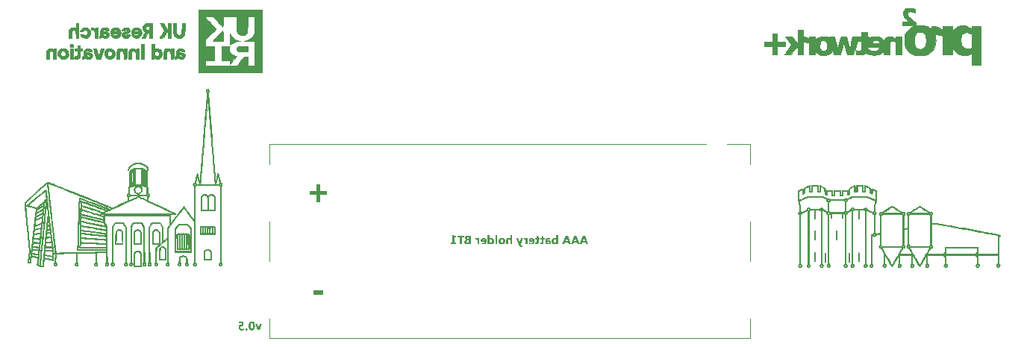
<source format=gbo>
%TF.GenerationSoftware,KiCad,Pcbnew,8.0.2-1*%
%TF.CreationDate,2024-07-01T16:56:04+01:00*%
%TF.ProjectId,solderbit-gamepad,736f6c64-6572-4626-9974-2d67616d6570,v1.4*%
%TF.SameCoordinates,Original*%
%TF.FileFunction,Legend,Bot*%
%TF.FilePolarity,Positive*%
%FSLAX46Y46*%
G04 Gerber Fmt 4.6, Leading zero omitted, Abs format (unit mm)*
G04 Created by KiCad (PCBNEW 8.0.2-1) date 2024-07-01 16:56:04*
%MOMM*%
%LPD*%
G01*
G04 APERTURE LIST*
%ADD10C,0.250000*%
%ADD11C,0.600000*%
%ADD12C,0.200000*%
%ADD13C,0.010000*%
%ADD14C,0.100000*%
G04 APERTURE END LIST*
D10*
G36*
X75238939Y-77626580D02*
G01*
X75500767Y-78330000D01*
X75747941Y-78330000D01*
X75997313Y-77626580D01*
X75765038Y-77626580D01*
X75642672Y-78060111D01*
X75630587Y-78108057D01*
X75621515Y-78158022D01*
X75618736Y-78185163D01*
X75616050Y-78185163D01*
X75608036Y-78134270D01*
X75596678Y-78086213D01*
X75590648Y-78064263D01*
X75465596Y-77626580D01*
X75238939Y-77626580D01*
G37*
G36*
X74877143Y-77332854D02*
G01*
X74927363Y-77342675D01*
X74973409Y-77359044D01*
X75023155Y-77387328D01*
X75066889Y-77425041D01*
X75098743Y-77463670D01*
X75104589Y-77472154D01*
X75131032Y-77518138D01*
X75152836Y-77570061D01*
X75170001Y-77627923D01*
X75180393Y-77678489D01*
X75187816Y-77732856D01*
X75192269Y-77791024D01*
X75193754Y-77852993D01*
X75192380Y-77912649D01*
X75188258Y-77968455D01*
X75181389Y-78020413D01*
X75171772Y-78068522D01*
X75152194Y-78133470D01*
X75126434Y-78189757D01*
X75094492Y-78237385D01*
X75056367Y-78276354D01*
X75012060Y-78306663D01*
X74961571Y-78328312D01*
X74904899Y-78341301D01*
X74842044Y-78345631D01*
X74799534Y-78343555D01*
X74749972Y-78335121D01*
X74695738Y-78316436D01*
X74647224Y-78288410D01*
X74604428Y-78251040D01*
X74573133Y-78212763D01*
X74567363Y-78204345D01*
X74541259Y-78158842D01*
X74519735Y-78107650D01*
X74502791Y-78050769D01*
X74492533Y-78001168D01*
X74485205Y-77947927D01*
X74480809Y-77891045D01*
X74479515Y-77837606D01*
X74700628Y-77837606D01*
X74701810Y-77897667D01*
X74705359Y-77951820D01*
X74713770Y-78014835D01*
X74726387Y-78067347D01*
X74748071Y-78118218D01*
X74782767Y-78157602D01*
X74835205Y-78173684D01*
X74888976Y-78158081D01*
X74924553Y-78119871D01*
X74946789Y-78070515D01*
X74959726Y-78019568D01*
X74968351Y-77958431D01*
X74971990Y-77905891D01*
X74973203Y-77847620D01*
X74973065Y-77826327D01*
X74971004Y-77766505D01*
X74966471Y-77712766D01*
X74956579Y-77650577D01*
X74942291Y-77599204D01*
X74918248Y-77550197D01*
X74880329Y-77513695D01*
X74832519Y-77501528D01*
X74781128Y-77517610D01*
X74747124Y-77556994D01*
X74725872Y-77607865D01*
X74713508Y-77660377D01*
X74705264Y-77723392D01*
X74701787Y-77777545D01*
X74700628Y-77837606D01*
X74479515Y-77837606D01*
X74479344Y-77830523D01*
X74480685Y-77769862D01*
X74484709Y-77713115D01*
X74491416Y-77660281D01*
X74500806Y-77611361D01*
X74519922Y-77545319D01*
X74545073Y-77488082D01*
X74576262Y-77439651D01*
X74613486Y-77400026D01*
X74656747Y-77369206D01*
X74706045Y-77347192D01*
X74761379Y-77333984D01*
X74822749Y-77329581D01*
X74877143Y-77332854D01*
G37*
G36*
X74248534Y-78345631D02*
G01*
X74297749Y-78337144D01*
X74337927Y-78311681D01*
X74365751Y-78270939D01*
X74373586Y-78227662D01*
X74363247Y-78178594D01*
X74336950Y-78143886D01*
X74292663Y-78118349D01*
X74245115Y-78111158D01*
X74194678Y-78119462D01*
X74154256Y-78144375D01*
X74125620Y-78186956D01*
X74118841Y-78227662D01*
X74129043Y-78277439D01*
X74154989Y-78312658D01*
X74199272Y-78338386D01*
X74248534Y-78345631D01*
G37*
G36*
X73945184Y-78301912D02*
G01*
X73945184Y-78111158D01*
X73900327Y-78135521D01*
X73854230Y-78153900D01*
X73806894Y-78166296D01*
X73758320Y-78172707D01*
X73730006Y-78173684D01*
X73680075Y-78169725D01*
X73629792Y-78154521D01*
X73595917Y-78133140D01*
X73564448Y-78095202D01*
X73549022Y-78047671D01*
X73547313Y-78022498D01*
X73554577Y-77972944D01*
X73581415Y-77928090D01*
X73628027Y-77897190D01*
X73683721Y-77881811D01*
X73741230Y-77876827D01*
X73753942Y-77876685D01*
X73803606Y-77878157D01*
X73854516Y-77882049D01*
X73905025Y-77887633D01*
X73916852Y-77889141D01*
X73916852Y-77345212D01*
X73371458Y-77345212D01*
X73371458Y-77532791D01*
X73731472Y-77532791D01*
X73731472Y-77708890D01*
X73681771Y-77705423D01*
X73649651Y-77704738D01*
X73595091Y-77707580D01*
X73545168Y-77716107D01*
X73492785Y-77733239D01*
X73446713Y-77758108D01*
X73412247Y-77785582D01*
X73378747Y-77823616D01*
X73353476Y-77866980D01*
X73336432Y-77915673D01*
X73327616Y-77969696D01*
X73326273Y-78002958D01*
X73329871Y-78057704D01*
X73340664Y-78108551D01*
X73358653Y-78155500D01*
X73383838Y-78198551D01*
X73416218Y-78237703D01*
X73428611Y-78249888D01*
X73469546Y-78282426D01*
X73515599Y-78308231D01*
X73566770Y-78327305D01*
X73623059Y-78339647D01*
X73673875Y-78344790D01*
X73706071Y-78345631D01*
X73757788Y-78344094D01*
X73814110Y-78338416D01*
X73866107Y-78328553D01*
X73913780Y-78314507D01*
X73945184Y-78301912D01*
G37*
D11*
G36*
X81827773Y-74299002D02*
G01*
X82955443Y-74299002D01*
X82955443Y-73830055D01*
X81827773Y-73830055D01*
X81827773Y-74299002D01*
G37*
G36*
X81377128Y-63001549D02*
G01*
X82170673Y-63001549D01*
X82170673Y-63802421D01*
X82586863Y-63802421D01*
X82586863Y-63001549D01*
X83384804Y-63001549D01*
X83384804Y-62583161D01*
X82586863Y-62583161D01*
X82586863Y-61785952D01*
X82170673Y-61785952D01*
X82170673Y-62583161D01*
X81377128Y-62583161D01*
X81377128Y-63001549D01*
G37*
D12*
G36*
X113008161Y-68580000D02*
G01*
X112767581Y-68580000D01*
X112698217Y-68359692D01*
X112347972Y-68359692D01*
X112277875Y-68580000D01*
X112036074Y-68580000D01*
X112175157Y-68189211D01*
X112398775Y-68189211D01*
X112650833Y-68189211D01*
X112543855Y-67856796D01*
X112533684Y-67819470D01*
X112526514Y-67771067D01*
X112521140Y-67771067D01*
X112516043Y-67810561D01*
X112504532Y-67859727D01*
X112398775Y-68189211D01*
X112175157Y-68189211D01*
X112386563Y-67595212D01*
X112649612Y-67595212D01*
X113008161Y-68580000D01*
G37*
G36*
X112024351Y-68580000D02*
G01*
X111783771Y-68580000D01*
X111714406Y-68359692D01*
X111364162Y-68359692D01*
X111294064Y-68580000D01*
X111052264Y-68580000D01*
X111191347Y-68189211D01*
X111414965Y-68189211D01*
X111667023Y-68189211D01*
X111560045Y-67856796D01*
X111549873Y-67819470D01*
X111542704Y-67771067D01*
X111537330Y-67771067D01*
X111532233Y-67810561D01*
X111520722Y-67859727D01*
X111414965Y-68189211D01*
X111191347Y-68189211D01*
X111402752Y-67595212D01*
X111665802Y-67595212D01*
X112024351Y-68580000D01*
G37*
G36*
X111040540Y-68580000D02*
G01*
X110799961Y-68580000D01*
X110730596Y-68359692D01*
X110380352Y-68359692D01*
X110310254Y-68580000D01*
X110068454Y-68580000D01*
X110207537Y-68189211D01*
X110431154Y-68189211D01*
X110683213Y-68189211D01*
X110576235Y-67856796D01*
X110566063Y-67819470D01*
X110558893Y-67771067D01*
X110553520Y-67771067D01*
X110548422Y-67810561D01*
X110536912Y-67859727D01*
X110431154Y-68189211D01*
X110207537Y-68189211D01*
X110418942Y-67595212D01*
X110681992Y-67595212D01*
X111040540Y-68580000D01*
G37*
G36*
X109586318Y-68580000D02*
G01*
X109369187Y-68580000D01*
X109369187Y-68496468D01*
X109366500Y-68496468D01*
X109353444Y-68514190D01*
X109318672Y-68548761D01*
X109271549Y-68576651D01*
X109223854Y-68590886D01*
X109170129Y-68595631D01*
X109118308Y-68591904D01*
X109070558Y-68580725D01*
X109019993Y-68558261D01*
X108974968Y-68525654D01*
X108940785Y-68489630D01*
X108920635Y-68462049D01*
X108895447Y-68416629D01*
X108876304Y-68366348D01*
X108863207Y-68311207D01*
X108856910Y-68261544D01*
X108854917Y-68211193D01*
X109077316Y-68211193D01*
X109077477Y-68224044D01*
X109082165Y-68277294D01*
X109094988Y-68327669D01*
X109118349Y-68372393D01*
X109137784Y-68394567D01*
X109182310Y-68421299D01*
X109233143Y-68429302D01*
X109244401Y-68428913D01*
X109294959Y-68415314D01*
X109333527Y-68385094D01*
X109344785Y-68370642D01*
X109366156Y-68324213D01*
X109372606Y-68273230D01*
X109372606Y-68201667D01*
X109370561Y-68169090D01*
X109357538Y-68119768D01*
X109329863Y-68075638D01*
X109315881Y-68061706D01*
X109270895Y-68035259D01*
X109221420Y-68027278D01*
X109200524Y-68028471D01*
X109153508Y-68042734D01*
X109114685Y-68076127D01*
X109094979Y-68110201D01*
X109080966Y-68160851D01*
X109077316Y-68211193D01*
X108854917Y-68211193D01*
X108854811Y-68208506D01*
X108857396Y-68150369D01*
X108865149Y-68097040D01*
X108878072Y-68048519D01*
X108899682Y-67997990D01*
X108928328Y-67954005D01*
X108947681Y-67932195D01*
X108986231Y-67901025D01*
X109030741Y-67878760D01*
X109081213Y-67865401D01*
X109137644Y-67860949D01*
X109146859Y-67861069D01*
X109199352Y-67866839D01*
X109247054Y-67881265D01*
X109296650Y-67909034D01*
X109333971Y-67942213D01*
X109366500Y-67984047D01*
X109369187Y-67984047D01*
X109369187Y-67532686D01*
X109586318Y-67532686D01*
X109586318Y-68580000D01*
G37*
G36*
X108489830Y-67862666D02*
G01*
X108538878Y-67868522D01*
X108591273Y-67878534D01*
X108619598Y-67885318D01*
X108669240Y-67900018D01*
X108715348Y-67919078D01*
X108715348Y-68079790D01*
X108686822Y-68063132D01*
X108635963Y-68039325D01*
X108583912Y-68022320D01*
X108530670Y-68012117D01*
X108476235Y-68008715D01*
X108440209Y-68011494D01*
X108390750Y-68030501D01*
X108358998Y-68072738D01*
X108351182Y-68122533D01*
X108542180Y-68147934D01*
X108585524Y-68155357D01*
X108636683Y-68169970D01*
X108689974Y-68195813D01*
X108731422Y-68230076D01*
X108761029Y-68272759D01*
X108778792Y-68323862D01*
X108784713Y-68383384D01*
X108784198Y-68401134D01*
X108776470Y-68450314D01*
X108757007Y-68497798D01*
X108726095Y-68537745D01*
X108710700Y-68551312D01*
X108666269Y-68577316D01*
X108619021Y-68591052D01*
X108564895Y-68595631D01*
X108523199Y-68592751D01*
X108470396Y-68579042D01*
X108424090Y-68554042D01*
X108384283Y-68517753D01*
X108355334Y-68477662D01*
X108352648Y-68477662D01*
X108352648Y-68580000D01*
X108147240Y-68580000D01*
X108147240Y-68293991D01*
X108351182Y-68293991D01*
X108351522Y-68305796D01*
X108362074Y-68355778D01*
X108389773Y-68399993D01*
X108397162Y-68407456D01*
X108440099Y-68433764D01*
X108489180Y-68441758D01*
X108514892Y-68439468D01*
X108559033Y-68418311D01*
X108570253Y-68405656D01*
X108584678Y-68357983D01*
X108569806Y-68306646D01*
X108530044Y-68276242D01*
X108478921Y-68263217D01*
X108351182Y-68246852D01*
X108351182Y-68293991D01*
X108147240Y-68293991D01*
X108147240Y-68160390D01*
X108149884Y-68106877D01*
X108157818Y-68058627D01*
X108176625Y-68002482D01*
X108204835Y-67955694D01*
X108242448Y-67918264D01*
X108289465Y-67890191D01*
X108345885Y-67871476D01*
X108394371Y-67863580D01*
X108448147Y-67860949D01*
X108489830Y-67862666D01*
G37*
G36*
X107553974Y-68568764D02*
G01*
X107601130Y-68586159D01*
X107653625Y-68593952D01*
X107699054Y-68595631D01*
X107752806Y-68591918D01*
X107809918Y-68576833D01*
X107855832Y-68550144D01*
X107890547Y-68511851D01*
X107914064Y-68461954D01*
X107924814Y-68413682D01*
X107928398Y-68357983D01*
X107928398Y-68036559D01*
X108042459Y-68036559D01*
X108042459Y-67876580D01*
X107928398Y-67876580D01*
X107928398Y-67720997D01*
X107711999Y-67657739D01*
X107711999Y-67876580D01*
X107553974Y-67876580D01*
X107553974Y-68036559D01*
X107711999Y-68036559D01*
X107711999Y-68319881D01*
X107705102Y-68372775D01*
X107677938Y-68413914D01*
X107630169Y-68429195D01*
X107624804Y-68429302D01*
X107576528Y-68419258D01*
X107553974Y-68408053D01*
X107553974Y-68568764D01*
G37*
G36*
X107009801Y-68568764D02*
G01*
X107056957Y-68586159D01*
X107109452Y-68593952D01*
X107154881Y-68595631D01*
X107208633Y-68591918D01*
X107265745Y-68576833D01*
X107311659Y-68550144D01*
X107346374Y-68511851D01*
X107369891Y-68461954D01*
X107380641Y-68413682D01*
X107384225Y-68357983D01*
X107384225Y-68036559D01*
X107498286Y-68036559D01*
X107498286Y-67876580D01*
X107384225Y-67876580D01*
X107384225Y-67720997D01*
X107167826Y-67657739D01*
X107167826Y-67876580D01*
X107009801Y-67876580D01*
X107009801Y-68036559D01*
X107167826Y-68036559D01*
X107167826Y-68319881D01*
X107160929Y-68372775D01*
X107133765Y-68413914D01*
X107085996Y-68429195D01*
X107080631Y-68429302D01*
X107032355Y-68419258D01*
X107009801Y-68408053D01*
X107009801Y-68568764D01*
G37*
G36*
X106604174Y-67861347D02*
G01*
X106657114Y-67867329D01*
X106706756Y-67880490D01*
X106753101Y-67900829D01*
X106796149Y-67928346D01*
X106835900Y-67963042D01*
X106859713Y-67989638D01*
X106889480Y-68033782D01*
X106912103Y-68083026D01*
X106927582Y-68137371D01*
X106935024Y-68186555D01*
X106937505Y-68239281D01*
X106936678Y-68270181D01*
X106931628Y-68318782D01*
X106919506Y-68372317D01*
X106900773Y-68420631D01*
X106875428Y-68463725D01*
X106843471Y-68501598D01*
X106825168Y-68518402D01*
X106784530Y-68547053D01*
X106738517Y-68569092D01*
X106687129Y-68584520D01*
X106630365Y-68593335D01*
X106578956Y-68595631D01*
X106522573Y-68593845D01*
X106470295Y-68588487D01*
X106422121Y-68579557D01*
X106371105Y-68564624D01*
X106325676Y-68544829D01*
X106325676Y-68392421D01*
X106331199Y-68395456D01*
X106377357Y-68416270D01*
X106427026Y-68430917D01*
X106480207Y-68439397D01*
X106529619Y-68441758D01*
X106540825Y-68441611D01*
X106591844Y-68436469D01*
X106642047Y-68420601D01*
X106685424Y-68388717D01*
X106712439Y-68342435D01*
X106722571Y-68291304D01*
X106263639Y-68291304D01*
X106263639Y-68199958D01*
X106265848Y-68157948D01*
X106464895Y-68157948D01*
X106724036Y-68157948D01*
X106721495Y-68142164D01*
X106705266Y-68092208D01*
X106677630Y-68050481D01*
X106675235Y-68047821D01*
X106635987Y-68018058D01*
X106587260Y-68007250D01*
X106572443Y-68007839D01*
X106522732Y-68021967D01*
X106485090Y-68060377D01*
X106469197Y-68106734D01*
X106464895Y-68157948D01*
X106265848Y-68157948D01*
X106266601Y-68143623D01*
X106275488Y-68091857D01*
X106290300Y-68044659D01*
X106315069Y-67995368D01*
X106347903Y-67952295D01*
X106381866Y-67921252D01*
X106427697Y-67893152D01*
X106480213Y-67873794D01*
X106530548Y-67864160D01*
X106585795Y-67860949D01*
X106604174Y-67861347D01*
G37*
G36*
X105679654Y-68070020D02*
G01*
X105727791Y-68052641D01*
X105771001Y-68048527D01*
X105819762Y-68055877D01*
X105862741Y-68080429D01*
X105881643Y-68100795D01*
X105905903Y-68145102D01*
X105918305Y-68195010D01*
X105921454Y-68242456D01*
X105921454Y-68580000D01*
X106138586Y-68580000D01*
X106138586Y-67876580D01*
X105921454Y-67876580D01*
X105921454Y-68004563D01*
X105918768Y-68004563D01*
X105896540Y-67955757D01*
X105863271Y-67911578D01*
X105822101Y-67881144D01*
X105773031Y-67864455D01*
X105733143Y-67860949D01*
X105683403Y-67867769D01*
X105679654Y-67869253D01*
X105679654Y-68070020D01*
G37*
G36*
X104856311Y-67876580D02*
G01*
X105142076Y-68646189D01*
X105162318Y-68695818D01*
X105184393Y-68740565D01*
X105216679Y-68792635D01*
X105252224Y-68836026D01*
X105291028Y-68870739D01*
X105333092Y-68896774D01*
X105390254Y-68917114D01*
X105439650Y-68923622D01*
X105452508Y-68923893D01*
X105503565Y-68922046D01*
X105555273Y-68915101D01*
X105582445Y-68908262D01*
X105582445Y-68736315D01*
X105534307Y-68753467D01*
X105488168Y-68758297D01*
X105436575Y-68748830D01*
X105393985Y-68716911D01*
X105371420Y-68678185D01*
X105334295Y-68589525D01*
X105620059Y-67876580D01*
X105379724Y-67876580D01*
X105248565Y-68313531D01*
X105236329Y-68363857D01*
X105229270Y-68409518D01*
X105226584Y-68409518D01*
X105216271Y-68359458D01*
X105203869Y-68314752D01*
X105071245Y-67876580D01*
X104856311Y-67876580D01*
G37*
G36*
X103711545Y-68580000D02*
G01*
X103927944Y-68580000D01*
X103927944Y-68181395D01*
X103931903Y-68129019D01*
X103946527Y-68081610D01*
X103981164Y-68042328D01*
X104033613Y-68027428D01*
X104040540Y-68027278D01*
X104089803Y-68036777D01*
X104129512Y-68065274D01*
X104134085Y-68070509D01*
X104159681Y-68115961D01*
X104169431Y-68167679D01*
X104169745Y-68179930D01*
X104169745Y-68580000D01*
X104386877Y-68580000D01*
X104386877Y-67532686D01*
X104169745Y-67532686D01*
X104169745Y-67982581D01*
X104167058Y-67982581D01*
X104135116Y-67941245D01*
X104092814Y-67903829D01*
X104045089Y-67878053D01*
X103991942Y-67863918D01*
X103950659Y-67860949D01*
X103894617Y-67865448D01*
X103846047Y-67878946D01*
X103795842Y-67908474D01*
X103757313Y-67952062D01*
X103734896Y-67997056D01*
X103719952Y-68051049D01*
X103712479Y-68114040D01*
X103711545Y-68148911D01*
X103711545Y-68580000D01*
G37*
G36*
X103232552Y-67861812D02*
G01*
X103284181Y-67867085D01*
X103341414Y-67879742D01*
X103393495Y-67899302D01*
X103440424Y-67925766D01*
X103482201Y-67959134D01*
X103506645Y-67984860D01*
X103537199Y-68027870D01*
X103560420Y-68076188D01*
X103576308Y-68129811D01*
X103583947Y-68178551D01*
X103586493Y-68230976D01*
X103585608Y-68261914D01*
X103580204Y-68310737D01*
X103567232Y-68364807D01*
X103547185Y-68413949D01*
X103520063Y-68458161D01*
X103485865Y-68497445D01*
X103459532Y-68520458D01*
X103415626Y-68549223D01*
X103366430Y-68571085D01*
X103311945Y-68586043D01*
X103262500Y-68593234D01*
X103209382Y-68595631D01*
X103176573Y-68594742D01*
X103124859Y-68589311D01*
X103067697Y-68576277D01*
X103015877Y-68556132D01*
X102969397Y-68528878D01*
X102928258Y-68494515D01*
X102904158Y-68468033D01*
X102874034Y-68424032D01*
X102851139Y-68374897D01*
X102835474Y-68320626D01*
X102827943Y-68271478D01*
X102825630Y-68222916D01*
X103046716Y-68222916D01*
X103046869Y-68235614D01*
X103052203Y-68293055D01*
X103068664Y-68348682D01*
X103101737Y-68395240D01*
X103149748Y-68422046D01*
X103202787Y-68429302D01*
X103231988Y-68427535D01*
X103281774Y-68413401D01*
X103325336Y-68379049D01*
X103350229Y-68334292D01*
X103362197Y-68286198D01*
X103366186Y-68228290D01*
X103366144Y-68222333D01*
X103362036Y-68172543D01*
X103349585Y-68125288D01*
X103323688Y-68079790D01*
X103300179Y-68056816D01*
X103252862Y-68033483D01*
X103204009Y-68027278D01*
X103194331Y-68027469D01*
X103142720Y-68036640D01*
X103096484Y-68064724D01*
X103065302Y-68111532D01*
X103050556Y-68166556D01*
X103046716Y-68222916D01*
X102825630Y-68222916D01*
X102825432Y-68218764D01*
X102825821Y-68198831D01*
X102831660Y-68141996D01*
X102844506Y-68089609D01*
X102864358Y-68041669D01*
X102891217Y-67998178D01*
X102925083Y-67959134D01*
X102951175Y-67936122D01*
X102994735Y-67907357D01*
X103043602Y-67885495D01*
X103097775Y-67870537D01*
X103146973Y-67863346D01*
X103199856Y-67860949D01*
X103232552Y-67861812D01*
G37*
G36*
X102471769Y-68580000D02*
G01*
X102688900Y-68580000D01*
X102688900Y-67532686D01*
X102471769Y-67532686D01*
X102471769Y-68580000D01*
G37*
G36*
X101820129Y-67958646D02*
G01*
X101822815Y-67958646D01*
X101829853Y-67946815D01*
X101864413Y-67907126D01*
X101909231Y-67879648D01*
X101956863Y-67865624D01*
X102012348Y-67860949D01*
X102064271Y-67864632D01*
X102112331Y-67875683D01*
X102163517Y-67897888D01*
X102209443Y-67930120D01*
X102244623Y-67965729D01*
X102265345Y-67992943D01*
X102291248Y-68037814D01*
X102310935Y-68087545D01*
X102324404Y-68142136D01*
X102330880Y-68191341D01*
X102333039Y-68243921D01*
X102332960Y-68254245D01*
X102330214Y-68303710D01*
X102321739Y-68358330D01*
X102307613Y-68407781D01*
X102283993Y-68458940D01*
X102252683Y-68503063D01*
X102231788Y-68524759D01*
X102191348Y-68555765D01*
X102145976Y-68577913D01*
X102095672Y-68591202D01*
X102040436Y-68595631D01*
X101997320Y-68592840D01*
X101942628Y-68579557D01*
X101894551Y-68555334D01*
X101853089Y-68520171D01*
X101822815Y-68481325D01*
X101820129Y-68481325D01*
X101820129Y-68580000D01*
X101602997Y-68580000D01*
X101602997Y-68185303D01*
X101815976Y-68185303D01*
X101815976Y-68237815D01*
X101819261Y-68283765D01*
X101832196Y-68332631D01*
X101857498Y-68376789D01*
X101873927Y-68394635D01*
X101915415Y-68420635D01*
X101964965Y-68429302D01*
X101989920Y-68427559D01*
X102036745Y-68411822D01*
X102073653Y-68379720D01*
X102095902Y-68340472D01*
X102108915Y-68291239D01*
X102112732Y-68237815D01*
X102112573Y-68225706D01*
X102107941Y-68175277D01*
X102095271Y-68127039D01*
X102072187Y-68083454D01*
X102052941Y-68061565D01*
X102009199Y-68035178D01*
X101959591Y-68027278D01*
X101943971Y-68027980D01*
X101895251Y-68041497D01*
X101855788Y-68072219D01*
X101844319Y-68086829D01*
X101822547Y-68133766D01*
X101815976Y-68185303D01*
X101602997Y-68185303D01*
X101602997Y-67532686D01*
X101820129Y-67532686D01*
X101820129Y-67958646D01*
G37*
G36*
X101133135Y-67861347D02*
G01*
X101186074Y-67867329D01*
X101235717Y-67880490D01*
X101282062Y-67900829D01*
X101325109Y-67928346D01*
X101364860Y-67963042D01*
X101388674Y-67989638D01*
X101418441Y-68033782D01*
X101441064Y-68083026D01*
X101456543Y-68137371D01*
X101463984Y-68186555D01*
X101466465Y-68239281D01*
X101465638Y-68270181D01*
X101460588Y-68318782D01*
X101448466Y-68372317D01*
X101429733Y-68420631D01*
X101404388Y-68463725D01*
X101372431Y-68501598D01*
X101354128Y-68518402D01*
X101313490Y-68547053D01*
X101267477Y-68569092D01*
X101216089Y-68584520D01*
X101159326Y-68593335D01*
X101107916Y-68595631D01*
X101051534Y-68593845D01*
X100999255Y-68588487D01*
X100951081Y-68579557D01*
X100900066Y-68564624D01*
X100854637Y-68544829D01*
X100854637Y-68392421D01*
X100860160Y-68395456D01*
X100906318Y-68416270D01*
X100955987Y-68430917D01*
X101009167Y-68439397D01*
X101058579Y-68441758D01*
X101069785Y-68441611D01*
X101120804Y-68436469D01*
X101171007Y-68420601D01*
X101214384Y-68388717D01*
X101241399Y-68342435D01*
X101251531Y-68291304D01*
X100792599Y-68291304D01*
X100792599Y-68199958D01*
X100794808Y-68157948D01*
X100993855Y-68157948D01*
X101252997Y-68157948D01*
X101250455Y-68142164D01*
X101234226Y-68092208D01*
X101206591Y-68050481D01*
X101204195Y-68047821D01*
X101164947Y-68018058D01*
X101116221Y-68007250D01*
X101101403Y-68007839D01*
X101051692Y-68021967D01*
X101014050Y-68060377D01*
X100998157Y-68106734D01*
X100993855Y-68157948D01*
X100794808Y-68157948D01*
X100795561Y-68143623D01*
X100804449Y-68091857D01*
X100819261Y-68044659D01*
X100844029Y-67995368D01*
X100876863Y-67952295D01*
X100910826Y-67921252D01*
X100956657Y-67893152D01*
X101009174Y-67873794D01*
X101059509Y-67864160D01*
X101114755Y-67860949D01*
X101133135Y-67861347D01*
G37*
G36*
X100208614Y-68070020D02*
G01*
X100256751Y-68052641D01*
X100299961Y-68048527D01*
X100348722Y-68055877D01*
X100391701Y-68080429D01*
X100410603Y-68100795D01*
X100434863Y-68145102D01*
X100447266Y-68195010D01*
X100450415Y-68242456D01*
X100450415Y-68580000D01*
X100667547Y-68580000D01*
X100667547Y-67876580D01*
X100450415Y-67876580D01*
X100450415Y-68004563D01*
X100447728Y-68004563D01*
X100425500Y-67955757D01*
X100392231Y-67911578D01*
X100351061Y-67881144D01*
X100301991Y-67864455D01*
X100262103Y-67860949D01*
X100212363Y-67867769D01*
X100208614Y-67869253D01*
X100208614Y-68070020D01*
G37*
G36*
X99703520Y-68580000D02*
G01*
X99324944Y-68580000D01*
X99304277Y-68579687D01*
X99255030Y-68576166D01*
X99200499Y-68566778D01*
X99150948Y-68551757D01*
X99106377Y-68531103D01*
X99060673Y-68499888D01*
X99032739Y-68473399D01*
X99001585Y-68431687D01*
X98979711Y-68384575D01*
X98967117Y-68332063D01*
X98963709Y-68282756D01*
X98963813Y-68280314D01*
X99197205Y-68280314D01*
X99197589Y-68291941D01*
X99209543Y-68340013D01*
X99240924Y-68380209D01*
X99264753Y-68396130D01*
X99312396Y-68412301D01*
X99361336Y-68416601D01*
X99481503Y-68416601D01*
X99481503Y-68150865D01*
X99359870Y-68150865D01*
X99332221Y-68152076D01*
X99284136Y-68161761D01*
X99240191Y-68185303D01*
X99237547Y-68187481D01*
X99206650Y-68229269D01*
X99197205Y-68280314D01*
X98963813Y-68280314D01*
X98964693Y-68259755D01*
X98974108Y-68211268D01*
X98996262Y-68162697D01*
X99026723Y-68123754D01*
X99051748Y-68101045D01*
X99094855Y-68073873D01*
X99144647Y-68054969D01*
X99194518Y-68045108D01*
X99194518Y-68042421D01*
X99184162Y-68039411D01*
X99135877Y-68020153D01*
X99093411Y-67993882D01*
X99056765Y-67960600D01*
X99028300Y-67921750D01*
X99009166Y-67874607D01*
X99007904Y-67864368D01*
X99236284Y-67864368D01*
X99244978Y-67912178D01*
X99275851Y-67953517D01*
X99286143Y-67961130D01*
X99332966Y-67980640D01*
X99384050Y-67986001D01*
X99481503Y-67986001D01*
X99481503Y-67758611D01*
X99398461Y-67758611D01*
X99388483Y-67758714D01*
X99335269Y-67763671D01*
X99287597Y-67778853D01*
X99249112Y-67813245D01*
X99236284Y-67864368D01*
X99007904Y-67864368D01*
X99002787Y-67822847D01*
X99005904Y-67783898D01*
X99022268Y-67731914D01*
X99052659Y-67687658D01*
X99091448Y-67654808D01*
X99097063Y-67651141D01*
X99140540Y-67628735D01*
X99191310Y-67612032D01*
X99240632Y-67602254D01*
X99295312Y-67596667D01*
X99344972Y-67595212D01*
X99703520Y-67595212D01*
X99703520Y-68580000D01*
G37*
G36*
X98148182Y-67775952D02*
G01*
X98429061Y-67775952D01*
X98429061Y-68580000D01*
X98651566Y-68580000D01*
X98651566Y-67775952D01*
X98931224Y-67775952D01*
X98931224Y-67595212D01*
X98148182Y-67595212D01*
X98148182Y-67775952D01*
G37*
G36*
X97392983Y-68580000D02*
G01*
X98016046Y-68580000D01*
X98016046Y-68408053D01*
X97812103Y-68408053D01*
X97812103Y-67782791D01*
X98021420Y-67829685D01*
X98021420Y-67657739D01*
X97595704Y-67579581D01*
X97595704Y-68408053D01*
X97392983Y-68408053D01*
X97392983Y-68580000D01*
G37*
D13*
X141216219Y-68020497D02*
X141120969Y-68006969D01*
X141120969Y-67054469D01*
X141168594Y-67047705D01*
X141216219Y-67040942D01*
X141216219Y-68020497D01*
G36*
X141216219Y-68020497D02*
G01*
X141120969Y-68006969D01*
X141120969Y-67054469D01*
X141168594Y-67047705D01*
X141216219Y-67040942D01*
X141216219Y-68020497D01*
G37*
X140591569Y-65097103D02*
X140606404Y-65103987D01*
X140615775Y-65124554D01*
X140620926Y-65165965D01*
X140623103Y-65235383D01*
X140623552Y-65339969D01*
X140623457Y-65399480D01*
X140622259Y-65484785D01*
X140618682Y-65538666D01*
X140611480Y-65568285D01*
X140599408Y-65580804D01*
X140581219Y-65583386D01*
X140570869Y-65582836D01*
X140556034Y-65575952D01*
X140546663Y-65555385D01*
X140541512Y-65513973D01*
X140539334Y-65444556D01*
X140538885Y-65339969D01*
X140538981Y-65280458D01*
X140540178Y-65195154D01*
X140543755Y-65141273D01*
X140550957Y-65111653D01*
X140563030Y-65099134D01*
X140581219Y-65096553D01*
X140591569Y-65097103D01*
G36*
X140591569Y-65097103D02*
G01*
X140606404Y-65103987D01*
X140615775Y-65124554D01*
X140620926Y-65165965D01*
X140623103Y-65235383D01*
X140623552Y-65339969D01*
X140623457Y-65399480D01*
X140622259Y-65484785D01*
X140618682Y-65538666D01*
X140611480Y-65568285D01*
X140599408Y-65580804D01*
X140581219Y-65583386D01*
X140570869Y-65582836D01*
X140556034Y-65575952D01*
X140546663Y-65555385D01*
X140541512Y-65513973D01*
X140539334Y-65444556D01*
X140538885Y-65339969D01*
X140538981Y-65280458D01*
X140540178Y-65195154D01*
X140543755Y-65141273D01*
X140550957Y-65111653D01*
X140563030Y-65099134D01*
X140581219Y-65096553D01*
X140591569Y-65097103D01*
G37*
X141840402Y-65097103D02*
X141855237Y-65103987D01*
X141864608Y-65124554D01*
X141869759Y-65165965D01*
X141871937Y-65235383D01*
X141872385Y-65339969D01*
X141872290Y-65399480D01*
X141871093Y-65484785D01*
X141867516Y-65538666D01*
X141860314Y-65568285D01*
X141848241Y-65580804D01*
X141830052Y-65583386D01*
X141819702Y-65582836D01*
X141804867Y-65575952D01*
X141795496Y-65555385D01*
X141790345Y-65513973D01*
X141788168Y-65444556D01*
X141787719Y-65339969D01*
X141787814Y-65280458D01*
X141789012Y-65195154D01*
X141792589Y-65141273D01*
X141799791Y-65111653D01*
X141811863Y-65099134D01*
X141830052Y-65096553D01*
X141840402Y-65097103D01*
G36*
X141840402Y-65097103D02*
G01*
X141855237Y-65103987D01*
X141864608Y-65124554D01*
X141869759Y-65165965D01*
X141871937Y-65235383D01*
X141872385Y-65339969D01*
X141872290Y-65399480D01*
X141871093Y-65484785D01*
X141867516Y-65538666D01*
X141860314Y-65568285D01*
X141848241Y-65580804D01*
X141830052Y-65583386D01*
X141819702Y-65582836D01*
X141804867Y-65575952D01*
X141795496Y-65555385D01*
X141790345Y-65513973D01*
X141788168Y-65444556D01*
X141787719Y-65339969D01*
X141787814Y-65280458D01*
X141789012Y-65195154D01*
X141792589Y-65141273D01*
X141799791Y-65111653D01*
X141811863Y-65099134D01*
X141830052Y-65096553D01*
X141840402Y-65097103D01*
G37*
X143681546Y-69527871D02*
X143692244Y-69537542D01*
X143700328Y-69558825D01*
X143706150Y-69596840D01*
X143710064Y-69656706D01*
X143712422Y-69743543D01*
X143713579Y-69862471D01*
X143713885Y-70018610D01*
X143713885Y-70496997D01*
X143666260Y-70490233D01*
X143666034Y-70490201D01*
X143650409Y-70487020D01*
X143638594Y-70478954D01*
X143629976Y-70460652D01*
X143623944Y-70426765D01*
X143619886Y-70371944D01*
X143617190Y-70290840D01*
X143615244Y-70178104D01*
X143613437Y-70028386D01*
X143612991Y-69979843D01*
X143612922Y-69847875D01*
X143614494Y-69731634D01*
X143617519Y-69637768D01*
X143621810Y-69572926D01*
X143627176Y-69543760D01*
X143641490Y-69530587D01*
X143679999Y-69527221D01*
X143681546Y-69527871D01*
G36*
X143681546Y-69527871D02*
G01*
X143692244Y-69537542D01*
X143700328Y-69558825D01*
X143706150Y-69596840D01*
X143710064Y-69656706D01*
X143712422Y-69743543D01*
X143713579Y-69862471D01*
X143713885Y-70018610D01*
X143713885Y-70496997D01*
X143666260Y-70490233D01*
X143666034Y-70490201D01*
X143650409Y-70487020D01*
X143638594Y-70478954D01*
X143629976Y-70460652D01*
X143623944Y-70426765D01*
X143619886Y-70371944D01*
X143617190Y-70290840D01*
X143615244Y-70178104D01*
X143613437Y-70028386D01*
X143612991Y-69979843D01*
X143612922Y-69847875D01*
X143614494Y-69731634D01*
X143617519Y-69637768D01*
X143621810Y-69572926D01*
X143627176Y-69543760D01*
X143641490Y-69530587D01*
X143679999Y-69527221D01*
X143681546Y-69527871D01*
G37*
X139852394Y-69571537D02*
X139876717Y-69587688D01*
X139883906Y-69599313D01*
X139891731Y-69634002D01*
X139897404Y-69694189D01*
X139901163Y-69784078D01*
X139903244Y-69907875D01*
X139903885Y-70069783D01*
X139903780Y-70124533D01*
X139902636Y-70255048D01*
X139900392Y-70368616D01*
X139897246Y-70458890D01*
X139893397Y-70519525D01*
X139889043Y-70544173D01*
X139879047Y-70550095D01*
X139841418Y-70552715D01*
X139830979Y-70546228D01*
X139822508Y-70527265D01*
X139816089Y-70490923D01*
X139811320Y-70432212D01*
X139807804Y-70346139D01*
X139805140Y-70227714D01*
X139802929Y-70071947D01*
X139801682Y-69940791D01*
X139801802Y-69804036D01*
X139804453Y-69702624D01*
X139810237Y-69632611D01*
X139819755Y-69590055D01*
X139833607Y-69571011D01*
X139852394Y-69571537D01*
G36*
X139852394Y-69571537D02*
G01*
X139876717Y-69587688D01*
X139883906Y-69599313D01*
X139891731Y-69634002D01*
X139897404Y-69694189D01*
X139901163Y-69784078D01*
X139903244Y-69907875D01*
X139903885Y-70069783D01*
X139903780Y-70124533D01*
X139902636Y-70255048D01*
X139900392Y-70368616D01*
X139897246Y-70458890D01*
X139893397Y-70519525D01*
X139889043Y-70544173D01*
X139879047Y-70550095D01*
X139841418Y-70552715D01*
X139830979Y-70546228D01*
X139822508Y-70527265D01*
X139816089Y-70490923D01*
X139811320Y-70432212D01*
X139807804Y-70346139D01*
X139805140Y-70227714D01*
X139802929Y-70071947D01*
X139801682Y-69940791D01*
X139801802Y-69804036D01*
X139804453Y-69702624D01*
X139810237Y-69632611D01*
X139819755Y-69590055D01*
X139833607Y-69571011D01*
X139852394Y-69571537D01*
G37*
X142561727Y-69571537D02*
X142586051Y-69587688D01*
X142593240Y-69599313D01*
X142601064Y-69634002D01*
X142606737Y-69694189D01*
X142610496Y-69784078D01*
X142612578Y-69907875D01*
X142613219Y-70069783D01*
X142613114Y-70124533D01*
X142611970Y-70255048D01*
X142609725Y-70368616D01*
X142606579Y-70458890D01*
X142602730Y-70519525D01*
X142598376Y-70544173D01*
X142588380Y-70550095D01*
X142550751Y-70552715D01*
X142540312Y-70546228D01*
X142531841Y-70527265D01*
X142525422Y-70490923D01*
X142520654Y-70432212D01*
X142517137Y-70346139D01*
X142514473Y-70227714D01*
X142512262Y-70071947D01*
X142511015Y-69940791D01*
X142511135Y-69804036D01*
X142513786Y-69702624D01*
X142519570Y-69632611D01*
X142529088Y-69590055D01*
X142542940Y-69571011D01*
X142561727Y-69571537D01*
G36*
X142561727Y-69571537D02*
G01*
X142586051Y-69587688D01*
X142593240Y-69599313D01*
X142601064Y-69634002D01*
X142606737Y-69694189D01*
X142610496Y-69784078D01*
X142612578Y-69907875D01*
X142613219Y-70069783D01*
X142613114Y-70124533D01*
X142611970Y-70255048D01*
X142609725Y-70368616D01*
X142606579Y-70458890D01*
X142602730Y-70519525D01*
X142598376Y-70544173D01*
X142588380Y-70550095D01*
X142550751Y-70552715D01*
X142540312Y-70546228D01*
X142531841Y-70527265D01*
X142525422Y-70490923D01*
X142520654Y-70432212D01*
X142517137Y-70346139D01*
X142514473Y-70227714D01*
X142512262Y-70071947D01*
X142511015Y-69940791D01*
X142511135Y-69804036D01*
X142513786Y-69702624D01*
X142519570Y-69632611D01*
X142529088Y-69590055D01*
X142542940Y-69571011D01*
X142561727Y-69571537D01*
G37*
X138701667Y-64728782D02*
X138704419Y-64736996D01*
X138708957Y-64781325D01*
X138712845Y-64858503D01*
X138715878Y-64962451D01*
X138717849Y-65087094D01*
X138718552Y-65226354D01*
X138718465Y-65339851D01*
X138717853Y-65469072D01*
X138716323Y-65564402D01*
X138713493Y-65630804D01*
X138708980Y-65673240D01*
X138702400Y-65696671D01*
X138693372Y-65706060D01*
X138681510Y-65706369D01*
X138675919Y-65704800D01*
X138665109Y-65696055D01*
X138656897Y-65675978D01*
X138650825Y-65639404D01*
X138646434Y-65581163D01*
X138643266Y-65496091D01*
X138640861Y-65379019D01*
X138638762Y-65224781D01*
X138637567Y-65096066D01*
X138637587Y-64960503D01*
X138639574Y-64860424D01*
X138643685Y-64791954D01*
X138650080Y-64751215D01*
X138658918Y-64734330D01*
X138670810Y-64728769D01*
X138701667Y-64728782D01*
G36*
X138701667Y-64728782D02*
G01*
X138704419Y-64736996D01*
X138708957Y-64781325D01*
X138712845Y-64858503D01*
X138715878Y-64962451D01*
X138717849Y-65087094D01*
X138718552Y-65226354D01*
X138718465Y-65339851D01*
X138717853Y-65469072D01*
X138716323Y-65564402D01*
X138713493Y-65630804D01*
X138708980Y-65673240D01*
X138702400Y-65696671D01*
X138693372Y-65706060D01*
X138681510Y-65706369D01*
X138675919Y-65704800D01*
X138665109Y-65696055D01*
X138656897Y-65675978D01*
X138650825Y-65639404D01*
X138646434Y-65581163D01*
X138643266Y-65496091D01*
X138640861Y-65379019D01*
X138638762Y-65224781D01*
X138637567Y-65096066D01*
X138637587Y-64960503D01*
X138639574Y-64860424D01*
X138643685Y-64791954D01*
X138650080Y-64751215D01*
X138658918Y-64734330D01*
X138670810Y-64728769D01*
X138701667Y-64728782D01*
G37*
X143684715Y-64730054D02*
X143688801Y-64732659D01*
X143697653Y-64749830D01*
X143704257Y-64785794D01*
X143708897Y-64845257D01*
X143711858Y-64932925D01*
X143713426Y-65053506D01*
X143713885Y-65211706D01*
X143713753Y-65276075D01*
X143712618Y-65407259D01*
X143710471Y-65521125D01*
X143707493Y-65611418D01*
X143703867Y-65671886D01*
X143699774Y-65696275D01*
X143688296Y-65704845D01*
X143649647Y-65706867D01*
X143620900Y-65676905D01*
X143619924Y-65673098D01*
X143616149Y-65633270D01*
X143612887Y-65559660D01*
X143610326Y-65459143D01*
X143608652Y-65338594D01*
X143608052Y-65204888D01*
X143608127Y-65142686D01*
X143609336Y-64997390D01*
X143612585Y-64888328D01*
X143618598Y-64811031D01*
X143628095Y-64761026D01*
X143641799Y-64733842D01*
X143660432Y-64725009D01*
X143684715Y-64730054D01*
G36*
X143684715Y-64730054D02*
G01*
X143688801Y-64732659D01*
X143697653Y-64749830D01*
X143704257Y-64785794D01*
X143708897Y-64845257D01*
X143711858Y-64932925D01*
X143713426Y-65053506D01*
X143713885Y-65211706D01*
X143713753Y-65276075D01*
X143712618Y-65407259D01*
X143710471Y-65521125D01*
X143707493Y-65611418D01*
X143703867Y-65671886D01*
X143699774Y-65696275D01*
X143688296Y-65704845D01*
X143649647Y-65706867D01*
X143620900Y-65676905D01*
X143619924Y-65673098D01*
X143616149Y-65633270D01*
X143612887Y-65559660D01*
X143610326Y-65459143D01*
X143608652Y-65338594D01*
X143608052Y-65204888D01*
X143608127Y-65142686D01*
X143609336Y-64997390D01*
X143612585Y-64888328D01*
X143618598Y-64811031D01*
X143628095Y-64761026D01*
X143641799Y-64733842D01*
X143660432Y-64725009D01*
X143684715Y-64730054D01*
G37*
X138700046Y-69530165D02*
X138707290Y-69549015D01*
X138712362Y-69585417D01*
X138715642Y-69644327D01*
X138717513Y-69730701D01*
X138718356Y-69849496D01*
X138718552Y-70005667D01*
X138718552Y-70023490D01*
X138718392Y-70175287D01*
X138717641Y-70290353D01*
X138715854Y-70373772D01*
X138712587Y-70430627D01*
X138707395Y-70466000D01*
X138699833Y-70484973D01*
X138689457Y-70492630D01*
X138675821Y-70494053D01*
X138674699Y-70494050D01*
X138661253Y-70492429D01*
X138651154Y-70484326D01*
X138644008Y-70464618D01*
X138639422Y-70428185D01*
X138636999Y-70369907D01*
X138636348Y-70284662D01*
X138637073Y-70167330D01*
X138638780Y-70012789D01*
X138639790Y-69931520D01*
X138641956Y-69794957D01*
X138644638Y-69693079D01*
X138648286Y-69620756D01*
X138653348Y-69572857D01*
X138660274Y-69544252D01*
X138669512Y-69529811D01*
X138681510Y-69524404D01*
X138690249Y-69523911D01*
X138700046Y-69530165D01*
G36*
X138700046Y-69530165D02*
G01*
X138707290Y-69549015D01*
X138712362Y-69585417D01*
X138715642Y-69644327D01*
X138717513Y-69730701D01*
X138718356Y-69849496D01*
X138718552Y-70005667D01*
X138718552Y-70023490D01*
X138718392Y-70175287D01*
X138717641Y-70290353D01*
X138715854Y-70373772D01*
X138712587Y-70430627D01*
X138707395Y-70466000D01*
X138699833Y-70484973D01*
X138689457Y-70492630D01*
X138675821Y-70494053D01*
X138674699Y-70494050D01*
X138661253Y-70492429D01*
X138651154Y-70484326D01*
X138644008Y-70464618D01*
X138639422Y-70428185D01*
X138636999Y-70369907D01*
X138636348Y-70284662D01*
X138637073Y-70167330D01*
X138638780Y-70012789D01*
X138639790Y-69931520D01*
X138641956Y-69794957D01*
X138644638Y-69693079D01*
X138648286Y-69620756D01*
X138653348Y-69572857D01*
X138660274Y-69544252D01*
X138669512Y-69529811D01*
X138681510Y-69524404D01*
X138690249Y-69523911D01*
X138700046Y-69530165D01*
G37*
X138677164Y-67043889D02*
X138690479Y-67045637D01*
X138700582Y-67054095D01*
X138707917Y-67074351D01*
X138712926Y-67111493D01*
X138716051Y-67170612D01*
X138717736Y-67256797D01*
X138718422Y-67375136D01*
X138718552Y-67530719D01*
X138718552Y-67541591D01*
X138718400Y-67694706D01*
X138717664Y-67810895D01*
X138715903Y-67895245D01*
X138712673Y-67952847D01*
X138707532Y-67988790D01*
X138700038Y-68008162D01*
X138689748Y-68016053D01*
X138676219Y-68017553D01*
X138675273Y-68017550D01*
X138661959Y-68015801D01*
X138651856Y-68007343D01*
X138644521Y-67987088D01*
X138639512Y-67949945D01*
X138636387Y-67890826D01*
X138634702Y-67804642D01*
X138634016Y-67686302D01*
X138633885Y-67530719D01*
X138633886Y-67519847D01*
X138634038Y-67366732D01*
X138634773Y-67250544D01*
X138636535Y-67166193D01*
X138639764Y-67108591D01*
X138644905Y-67072649D01*
X138652399Y-67053277D01*
X138662690Y-67045385D01*
X138676219Y-67043886D01*
X138677164Y-67043889D01*
G36*
X138677164Y-67043889D02*
G01*
X138690479Y-67045637D01*
X138700582Y-67054095D01*
X138707917Y-67074351D01*
X138712926Y-67111493D01*
X138716051Y-67170612D01*
X138717736Y-67256797D01*
X138718422Y-67375136D01*
X138718552Y-67530719D01*
X138718552Y-67541591D01*
X138718400Y-67694706D01*
X138717664Y-67810895D01*
X138715903Y-67895245D01*
X138712673Y-67952847D01*
X138707532Y-67988790D01*
X138700038Y-68008162D01*
X138689748Y-68016053D01*
X138676219Y-68017553D01*
X138675273Y-68017550D01*
X138661959Y-68015801D01*
X138651856Y-68007343D01*
X138644521Y-67987088D01*
X138639512Y-67949945D01*
X138636387Y-67890826D01*
X138634702Y-67804642D01*
X138634016Y-67686302D01*
X138633885Y-67530719D01*
X138633886Y-67519847D01*
X138634038Y-67366732D01*
X138634773Y-67250544D01*
X138636535Y-67166193D01*
X138639764Y-67108591D01*
X138644905Y-67072649D01*
X138652399Y-67053277D01*
X138662690Y-67045385D01*
X138676219Y-67043886D01*
X138677164Y-67043889D01*
G37*
X145661219Y-63646703D02*
X145658941Y-63654674D01*
X145576552Y-63942969D01*
X145571004Y-63962408D01*
X145538971Y-64077567D01*
X145516991Y-64167337D01*
X145503178Y-64244957D01*
X145495647Y-64323668D01*
X145492512Y-64416708D01*
X145491885Y-64537317D01*
X145491905Y-64585932D01*
X145492494Y-64689670D01*
X145494741Y-64760856D01*
X145499754Y-64806610D01*
X145508641Y-64834050D01*
X145522509Y-64850297D01*
X145542464Y-64862468D01*
X145569660Y-64879888D01*
X145620913Y-64941748D01*
X145637828Y-65017453D01*
X145634398Y-65032745D01*
X145619736Y-65098121D01*
X145565969Y-65174869D01*
X145491885Y-65248953D01*
X145491886Y-66257544D01*
X145491887Y-67266136D01*
X145562711Y-67322646D01*
X145633535Y-67379157D01*
X146126885Y-67269969D01*
X146126885Y-65305376D01*
X146052802Y-65235507D01*
X146018506Y-65196418D01*
X145982887Y-65117137D01*
X145983980Y-65056641D01*
X146091670Y-65056641D01*
X146091787Y-65122497D01*
X146092596Y-65125548D01*
X146123498Y-65173359D01*
X146173484Y-65188402D01*
X146231350Y-65167096D01*
X146259567Y-65138413D01*
X146268616Y-65108519D01*
X148630171Y-65108519D01*
X148666885Y-65160053D01*
X148670985Y-65164119D01*
X148711707Y-65195946D01*
X148747341Y-65195624D01*
X148794732Y-65163624D01*
X148798656Y-65160383D01*
X148830099Y-65119597D01*
X148828504Y-65068696D01*
X148818083Y-65042543D01*
X148776527Y-65004069D01*
X148721164Y-64996325D01*
X148666033Y-65023241D01*
X148664802Y-65024725D01*
X148633632Y-65062317D01*
X148631778Y-65087057D01*
X148630171Y-65108519D01*
X146268616Y-65108519D01*
X146275112Y-65087057D01*
X146261788Y-65037529D01*
X146247813Y-65024455D01*
X146380885Y-65024455D01*
X146382915Y-65024983D01*
X146415785Y-65026617D01*
X146485794Y-65028136D01*
X146588980Y-65029507D01*
X146721382Y-65030700D01*
X146879038Y-65031682D01*
X147057986Y-65032422D01*
X147254265Y-65032890D01*
X147463913Y-65033053D01*
X147531852Y-65033036D01*
X147737224Y-65032782D01*
X147927694Y-65032242D01*
X148099343Y-65031448D01*
X148248253Y-65030430D01*
X148370504Y-65029218D01*
X148462179Y-65027843D01*
X148519357Y-65026335D01*
X148538122Y-65024725D01*
X148536820Y-65023671D01*
X148510199Y-65005378D01*
X148454547Y-64968470D01*
X148375240Y-64916425D01*
X148277649Y-64852721D01*
X148167149Y-64780839D01*
X148049113Y-64704256D01*
X147928916Y-64626453D01*
X147811931Y-64550909D01*
X147703531Y-64481102D01*
X147609091Y-64420511D01*
X147533983Y-64372616D01*
X147483582Y-64340895D01*
X147463262Y-64328828D01*
X147459724Y-64329894D01*
X147427953Y-64347301D01*
X147368119Y-64383261D01*
X147285546Y-64434352D01*
X147185560Y-64497152D01*
X147073487Y-64568238D01*
X146954653Y-64644186D01*
X146834384Y-64721574D01*
X146718007Y-64796978D01*
X146610845Y-64866977D01*
X146518227Y-64928147D01*
X146445477Y-64977065D01*
X146397921Y-65010309D01*
X146380885Y-65024455D01*
X146247813Y-65024455D01*
X146224276Y-65002436D01*
X146167254Y-64994386D01*
X146124603Y-65010640D01*
X146091670Y-65056641D01*
X145983980Y-65056641D01*
X145984321Y-65037773D01*
X146021720Y-64966856D01*
X146093995Y-64912917D01*
X146138860Y-64894438D01*
X146188028Y-64889275D01*
X146249480Y-64904599D01*
X146331061Y-64931523D01*
X146886202Y-64569538D01*
X146954206Y-64525270D01*
X147086181Y-64439812D01*
X147204673Y-64363677D01*
X147305298Y-64299645D01*
X147383675Y-64250497D01*
X147435422Y-64219011D01*
X147456156Y-64207969D01*
X147462794Y-64211104D01*
X147500199Y-64233355D01*
X147566365Y-64274621D01*
X147656934Y-64332127D01*
X147767548Y-64403097D01*
X147893848Y-64484756D01*
X148031476Y-64574328D01*
X148116316Y-64629694D01*
X148255308Y-64720092D01*
X148365007Y-64790598D01*
X148449438Y-64843400D01*
X148512626Y-64880686D01*
X148558595Y-64904643D01*
X148591371Y-64917459D01*
X148614978Y-64921322D01*
X148633441Y-64918418D01*
X148650784Y-64910936D01*
X148710900Y-64892899D01*
X148789834Y-64900873D01*
X148858420Y-64939676D01*
X148906801Y-65003060D01*
X148925119Y-65084780D01*
X148925082Y-65089019D01*
X148919333Y-65119597D01*
X148909516Y-65171819D01*
X148870625Y-65238444D01*
X148815616Y-65276290D01*
X148814700Y-65276584D01*
X148803533Y-65281496D01*
X148794546Y-65291040D01*
X148787501Y-65309405D01*
X148782161Y-65340779D01*
X148778292Y-65389353D01*
X148775655Y-65459314D01*
X148774016Y-65554853D01*
X148773138Y-65680157D01*
X148772784Y-65839417D01*
X148772719Y-66036821D01*
X148772719Y-66783737D01*
X149000260Y-66738269D01*
X149227802Y-66692801D01*
X149233378Y-65990824D01*
X149234448Y-65851961D01*
X149235464Y-65688345D01*
X149235693Y-65559585D01*
X149234913Y-65461299D01*
X149232900Y-65389105D01*
X149229432Y-65338622D01*
X149224713Y-65308219D01*
X149344219Y-65308219D01*
X149344219Y-67030662D01*
X149344246Y-67326770D01*
X149344368Y-67583866D01*
X149344656Y-67804734D01*
X149345180Y-67992156D01*
X149346012Y-68148914D01*
X149347221Y-68277790D01*
X149348879Y-68381566D01*
X149351056Y-68463024D01*
X149353823Y-68524947D01*
X149357252Y-68570117D01*
X149361412Y-68601315D01*
X149366374Y-68621325D01*
X149372210Y-68632928D01*
X149378990Y-68638907D01*
X149386784Y-68642043D01*
X149387043Y-68642126D01*
X149426413Y-68669947D01*
X149461411Y-68717553D01*
X149493473Y-68779553D01*
X151652293Y-68779553D01*
X151675344Y-68728961D01*
X151700939Y-68691342D01*
X151748974Y-68651301D01*
X151799552Y-68624232D01*
X151799552Y-65308219D01*
X151714885Y-65223553D01*
X151630219Y-65138886D01*
X149513552Y-65138886D01*
X149344219Y-65308219D01*
X149224713Y-65308219D01*
X149224286Y-65305467D01*
X149217240Y-65285259D01*
X149208070Y-65273616D01*
X149196555Y-65266155D01*
X149195846Y-65265769D01*
X149156411Y-65230728D01*
X149120845Y-65179047D01*
X149099219Y-65106109D01*
X149104379Y-65065450D01*
X149197784Y-65065450D01*
X149205672Y-65122534D01*
X149243095Y-65169436D01*
X149244035Y-65170094D01*
X149286560Y-65196439D01*
X149314855Y-65197994D01*
X149347799Y-65175928D01*
X149372700Y-65151010D01*
X149393706Y-65094747D01*
X149380503Y-65056641D01*
X151764337Y-65056641D01*
X151764405Y-65094747D01*
X151764454Y-65122497D01*
X151765263Y-65125548D01*
X151796165Y-65173359D01*
X151846151Y-65188402D01*
X151904016Y-65167096D01*
X151932234Y-65138413D01*
X151947778Y-65087057D01*
X151934455Y-65037529D01*
X151896943Y-65002436D01*
X151839921Y-64994386D01*
X151797269Y-65010640D01*
X151794039Y-65015151D01*
X151764337Y-65056641D01*
X149380503Y-65056641D01*
X149373172Y-65035482D01*
X149347493Y-65015254D01*
X149504027Y-65015254D01*
X149505172Y-65016466D01*
X149535516Y-65019829D01*
X149602999Y-65022951D01*
X149703766Y-65025770D01*
X149833959Y-65028220D01*
X149989723Y-65030238D01*
X150167203Y-65031759D01*
X150362542Y-65032718D01*
X150571885Y-65033053D01*
X150645912Y-65033011D01*
X150850831Y-65032449D01*
X151040406Y-65031281D01*
X151210784Y-65029570D01*
X151358107Y-65027383D01*
X151478521Y-65024782D01*
X151568168Y-65021833D01*
X151623195Y-65018601D01*
X151639744Y-65015151D01*
X151619796Y-64999928D01*
X151567505Y-64963770D01*
X151490673Y-64912514D01*
X151394752Y-64849639D01*
X151285197Y-64778621D01*
X151167460Y-64702937D01*
X151046995Y-64626063D01*
X150929255Y-64551477D01*
X150819692Y-64482656D01*
X150723760Y-64423076D01*
X150646912Y-64376214D01*
X150594602Y-64345547D01*
X150572282Y-64334553D01*
X150558348Y-64340940D01*
X150512819Y-64367146D01*
X150441420Y-64410383D01*
X150349604Y-64467179D01*
X150242823Y-64534058D01*
X150126528Y-64607548D01*
X150006171Y-64684174D01*
X149887204Y-64760463D01*
X149775078Y-64832940D01*
X149675246Y-64898131D01*
X149593159Y-64952563D01*
X149534269Y-64992762D01*
X149504027Y-65015254D01*
X149347493Y-65015254D01*
X149328327Y-65000157D01*
X149271296Y-64992470D01*
X149221452Y-65016119D01*
X149197784Y-65065450D01*
X149104379Y-65065450D01*
X149109036Y-65028747D01*
X149148202Y-64962942D01*
X149209890Y-64916013D01*
X149287278Y-64895278D01*
X149373539Y-64908056D01*
X149385110Y-64912125D01*
X149405298Y-64917118D01*
X149427357Y-64916888D01*
X149455486Y-64909197D01*
X149493882Y-64891804D01*
X149546743Y-64862472D01*
X149618265Y-64818961D01*
X149712648Y-64759032D01*
X149834088Y-64680447D01*
X149986783Y-64580966D01*
X150040506Y-64545972D01*
X150172963Y-64460018D01*
X150292970Y-64382604D01*
X150395934Y-64316662D01*
X150477265Y-64265123D01*
X150532370Y-64230922D01*
X150556657Y-64216989D01*
X150564359Y-64218395D01*
X150604122Y-64237397D01*
X150672442Y-64275804D01*
X150764829Y-64330910D01*
X150876790Y-64400007D01*
X151003835Y-64480391D01*
X151141472Y-64569354D01*
X151697838Y-64932635D01*
X151779344Y-64905736D01*
X151814825Y-64895297D01*
X151870689Y-64890113D01*
X151926449Y-64906010D01*
X151930043Y-64907539D01*
X151998134Y-64957406D01*
X152037329Y-65027727D01*
X152043997Y-65087057D01*
X152046265Y-65107239D01*
X152023579Y-65184680D01*
X151967910Y-65248787D01*
X151905385Y-65295014D01*
X151905385Y-65308219D01*
X151905385Y-65757103D01*
X151905386Y-66219192D01*
X151963594Y-66206002D01*
X151986674Y-66200472D01*
X152053512Y-66183125D01*
X152127635Y-66162689D01*
X152140950Y-66159125D01*
X152155611Y-66156198D01*
X152173172Y-66154303D01*
X152195478Y-66153753D01*
X152224373Y-66154859D01*
X152261702Y-66157936D01*
X152309312Y-66163296D01*
X152369046Y-66171251D01*
X152442750Y-66182115D01*
X152532269Y-66196199D01*
X152639448Y-66213816D01*
X152766132Y-66235280D01*
X152914166Y-66260903D01*
X153085395Y-66290998D01*
X153281665Y-66325877D01*
X153504820Y-66365852D01*
X153756705Y-66411238D01*
X154039165Y-66462346D01*
X154354047Y-66519489D01*
X154703193Y-66582979D01*
X155088450Y-66653130D01*
X155511663Y-66730255D01*
X155974677Y-66814665D01*
X156426058Y-66896987D01*
X156852858Y-66974895D01*
X157241472Y-67045928D01*
X157593662Y-67110425D01*
X157911191Y-67168726D01*
X158195821Y-67221171D01*
X158449314Y-67268100D01*
X158673434Y-67309854D01*
X158869942Y-67346771D01*
X159040601Y-67379193D01*
X159187174Y-67407459D01*
X159311422Y-67431909D01*
X159415109Y-67452882D01*
X159499997Y-67470720D01*
X159567849Y-67485762D01*
X159620426Y-67498348D01*
X159659491Y-67508818D01*
X159686807Y-67517511D01*
X159704137Y-67524769D01*
X159713242Y-67530930D01*
X159715885Y-67536336D01*
X159715798Y-67538121D01*
X159701047Y-67575309D01*
X159695474Y-67584276D01*
X159665923Y-67631830D01*
X159617499Y-67696188D01*
X159519112Y-67816469D01*
X159531898Y-69308408D01*
X159532298Y-69354570D01*
X159535127Y-69656199D01*
X159538020Y-69917778D01*
X159541026Y-70141306D01*
X159544194Y-70328785D01*
X159547576Y-70482214D01*
X159551221Y-70603592D01*
X159555179Y-70694919D01*
X159559499Y-70758196D01*
X159564234Y-70795421D01*
X159569431Y-70808595D01*
X159611490Y-70835007D01*
X159657570Y-70888501D01*
X159685995Y-70949008D01*
X159688216Y-70959847D01*
X159685837Y-70991469D01*
X159682484Y-71036057D01*
X159647509Y-71109360D01*
X159591255Y-71161856D01*
X159590286Y-71162398D01*
X159510207Y-71185864D01*
X159430230Y-71174931D01*
X159360519Y-71135339D01*
X159311238Y-71072829D01*
X159296677Y-71010732D01*
X159397811Y-71010732D01*
X159423785Y-71061319D01*
X159445062Y-71075256D01*
X159493636Y-71086719D01*
X159523292Y-71082847D01*
X159571120Y-71050313D01*
X159588886Y-70991469D01*
X159585013Y-70961813D01*
X159552479Y-70913985D01*
X159493636Y-70896219D01*
X159492447Y-70896226D01*
X159438089Y-70914128D01*
X159404561Y-70956982D01*
X159397811Y-71010732D01*
X159296677Y-71010732D01*
X159292552Y-70993143D01*
X159302580Y-70937227D01*
X159331454Y-70876538D01*
X159370394Y-70830081D01*
X159410505Y-70811553D01*
X159420025Y-70805954D01*
X159427492Y-70785726D01*
X159432986Y-70746251D01*
X159436781Y-70682912D01*
X159439152Y-70591094D01*
X159440373Y-70466180D01*
X159440719Y-70303553D01*
X159440719Y-69795553D01*
X158223635Y-69795553D01*
X158042315Y-69795714D01*
X157830078Y-69796336D01*
X157634014Y-69797381D01*
X157457861Y-69798806D01*
X157305355Y-69800566D01*
X157180235Y-69802616D01*
X157086236Y-69804912D01*
X157027096Y-69807409D01*
X157006552Y-69810063D01*
X157019320Y-69838693D01*
X157057265Y-69877051D01*
X157105268Y-69909120D01*
X157147825Y-69922553D01*
X157197052Y-69922553D01*
X157197053Y-70351178D01*
X157197053Y-70779803D01*
X157271136Y-70838913D01*
X157317865Y-70881941D01*
X157340062Y-70925753D01*
X157345219Y-70988682D01*
X157343549Y-71006830D01*
X157340574Y-71039167D01*
X157306784Y-71116051D01*
X157242719Y-71164289D01*
X157151279Y-71181007D01*
X157102546Y-71175573D01*
X157028981Y-71138907D01*
X156981230Y-71072160D01*
X156970195Y-71012770D01*
X157053074Y-71012770D01*
X157082147Y-71053457D01*
X157134828Y-71084501D01*
X157188067Y-71082831D01*
X157230630Y-71054614D01*
X157252090Y-71006830D01*
X157242017Y-70946458D01*
X157214459Y-70913696D01*
X157163303Y-70895147D01*
X157109705Y-70902659D01*
X157070797Y-70937161D01*
X157055758Y-70969695D01*
X157053074Y-71012770D01*
X156970195Y-71012770D01*
X156964219Y-70980608D01*
X156968242Y-70930184D01*
X156989547Y-70884793D01*
X157038302Y-70838913D01*
X157112384Y-70779803D01*
X157111927Y-70398803D01*
X157111469Y-70017803D01*
X157043136Y-69986053D01*
X157036495Y-69982722D01*
X156978940Y-69937200D01*
X156932469Y-69874985D01*
X156890135Y-69795667D01*
X155128010Y-69795610D01*
X154927430Y-69795688D01*
X154613121Y-69796202D01*
X154331077Y-69797183D01*
X154082556Y-69798615D01*
X153868817Y-69800486D01*
X153691117Y-69802779D01*
X153550716Y-69805481D01*
X153448871Y-69808577D01*
X153386842Y-69812053D01*
X153365885Y-69815895D01*
X153375451Y-69841595D01*
X153413295Y-69879460D01*
X153465898Y-69910002D01*
X153518043Y-69922553D01*
X153577552Y-69922553D01*
X153577552Y-70772062D01*
X153651635Y-70841932D01*
X153682976Y-70874017D01*
X153716463Y-70926915D01*
X153725719Y-70985822D01*
X153725320Y-70999260D01*
X153725313Y-70999525D01*
X153703850Y-71079497D01*
X153656287Y-71138401D01*
X153591724Y-71174529D01*
X153519259Y-71186175D01*
X153447990Y-71171632D01*
X153387018Y-71129193D01*
X153345439Y-71057152D01*
X153338818Y-71013105D01*
X153431975Y-71013105D01*
X153454785Y-71061319D01*
X153467541Y-71071999D01*
X153517033Y-71087459D01*
X153566860Y-71075466D01*
X153606375Y-71043554D01*
X153624933Y-70999260D01*
X153611888Y-70950118D01*
X153569385Y-70912368D01*
X153512116Y-70899321D01*
X153459970Y-70918353D01*
X153435828Y-70956492D01*
X153431975Y-71013105D01*
X153338818Y-71013105D01*
X153336001Y-70994363D01*
X153347963Y-70919777D01*
X153380105Y-70857833D01*
X153427453Y-70822749D01*
X153432346Y-70821114D01*
X153446515Y-70813502D01*
X153456801Y-70798444D01*
X153463826Y-70770126D01*
X153468210Y-70722733D01*
X153470573Y-70650450D01*
X153471536Y-70547464D01*
X153471719Y-70407959D01*
X153471609Y-70321131D01*
X153470719Y-70202584D01*
X153468546Y-70117770D01*
X153464632Y-70061257D01*
X153458518Y-70027615D01*
X153449744Y-70011413D01*
X153437852Y-70007219D01*
X153410107Y-69997485D01*
X153362890Y-69963070D01*
X153313950Y-69915396D01*
X153275575Y-69866749D01*
X153260052Y-69829419D01*
X153260019Y-69828416D01*
X153255980Y-69820307D01*
X153242635Y-69813638D01*
X153216312Y-69808271D01*
X153173344Y-69804068D01*
X153110059Y-69800890D01*
X153022790Y-69798600D01*
X152907866Y-69797060D01*
X152761617Y-69796130D01*
X152580375Y-69795674D01*
X152360469Y-69795553D01*
X151460885Y-69795553D01*
X151460885Y-70292224D01*
X151460890Y-70349215D01*
X151461101Y-70493602D01*
X151461984Y-70602733D01*
X151464024Y-70681914D01*
X151467704Y-70736451D01*
X151473509Y-70771649D01*
X151481922Y-70792813D01*
X151493428Y-70805250D01*
X151508510Y-70814265D01*
X151560838Y-70850887D01*
X151597195Y-70909796D01*
X151608379Y-70994879D01*
X151607734Y-71007587D01*
X151605943Y-71042900D01*
X151587292Y-71092890D01*
X151541431Y-71139855D01*
X151507665Y-71165709D01*
X151457687Y-71186796D01*
X151398556Y-71184785D01*
X151378450Y-71180581D01*
X151300143Y-71140728D01*
X151247387Y-71073331D01*
X151231821Y-71004230D01*
X151318744Y-71004230D01*
X151344391Y-71044300D01*
X151349196Y-71049374D01*
X151402478Y-71081704D01*
X151454989Y-71081394D01*
X151496524Y-71054627D01*
X151516879Y-71007587D01*
X151505850Y-70946458D01*
X151473289Y-70908670D01*
X151421318Y-70893339D01*
X151368351Y-70906876D01*
X151330073Y-70949050D01*
X151324605Y-70961833D01*
X151318744Y-71004230D01*
X151231821Y-71004230D01*
X151228052Y-70987496D01*
X151230998Y-70950100D01*
X151252567Y-70897472D01*
X151302521Y-70841568D01*
X151376990Y-70771335D01*
X151371313Y-70267569D01*
X151365635Y-69763803D01*
X150987162Y-70425261D01*
X150978275Y-70440785D01*
X150863334Y-70639819D01*
X150767744Y-70801769D01*
X150691256Y-70927035D01*
X150633620Y-71016015D01*
X150594587Y-71069110D01*
X150573906Y-71086719D01*
X150572503Y-71086498D01*
X150549760Y-71064864D01*
X150508479Y-71007607D01*
X150448428Y-70914358D01*
X150369375Y-70784746D01*
X150271089Y-70618402D01*
X150153337Y-70414956D01*
X149767552Y-69743193D01*
X149767552Y-70772062D01*
X149841635Y-70841932D01*
X149874982Y-70876272D01*
X149906992Y-70928332D01*
X149915719Y-70987496D01*
X149914959Y-71002737D01*
X149914711Y-71007723D01*
X149887259Y-71090243D01*
X149828137Y-71152299D01*
X149745215Y-71184785D01*
X149708184Y-71188375D01*
X149657055Y-71177668D01*
X149602340Y-71139855D01*
X149567299Y-71106720D01*
X149541325Y-71060072D01*
X149535392Y-70994879D01*
X149536845Y-70980714D01*
X149625683Y-70980714D01*
X149639119Y-71041708D01*
X149644612Y-71050519D01*
X149688772Y-71081387D01*
X149745280Y-71082770D01*
X149797790Y-71053457D01*
X149826373Y-71002737D01*
X149820504Y-70951324D01*
X149784565Y-70911937D01*
X149724020Y-70896219D01*
X149696306Y-70899526D01*
X149647039Y-70929390D01*
X149625683Y-70980714D01*
X149536845Y-70980714D01*
X149542698Y-70923652D01*
X149573744Y-70860661D01*
X149635260Y-70814265D01*
X149640725Y-70811307D01*
X149654559Y-70801740D01*
X149664979Y-70786978D01*
X149672467Y-70761717D01*
X149677508Y-70720652D01*
X149680587Y-70658475D01*
X149682187Y-70569882D01*
X149682791Y-70449567D01*
X149682885Y-70292224D01*
X149682885Y-69795553D01*
X148328219Y-69795553D01*
X148328219Y-70287678D01*
X148328220Y-70779803D01*
X148402303Y-70838913D01*
X148444656Y-70877192D01*
X148470125Y-70921263D01*
X148476385Y-70980608D01*
X148475347Y-71002737D01*
X148475323Y-71003257D01*
X148448437Y-71089160D01*
X148389911Y-71152119D01*
X148305881Y-71184785D01*
X148268851Y-71188375D01*
X148217722Y-71177668D01*
X148163006Y-71139855D01*
X148125049Y-71103354D01*
X148101161Y-71057177D01*
X148095385Y-70991129D01*
X148096201Y-70980714D01*
X148186349Y-70980714D01*
X148199786Y-71041708D01*
X148205279Y-71050519D01*
X148249439Y-71081387D01*
X148305946Y-71082770D01*
X148358457Y-71053457D01*
X148387039Y-71002737D01*
X148381171Y-70951324D01*
X148345232Y-70911937D01*
X148284687Y-70896219D01*
X148256973Y-70899526D01*
X148207706Y-70929390D01*
X148186349Y-70980714D01*
X148096201Y-70980714D01*
X148100299Y-70928397D01*
X148121820Y-70883763D01*
X148169853Y-70837918D01*
X148244321Y-70776536D01*
X148232969Y-69757066D01*
X147851969Y-70421677D01*
X147835908Y-70449667D01*
X147722020Y-70646340D01*
X147627450Y-70806114D01*
X147551875Y-70929503D01*
X147494973Y-71017021D01*
X147456423Y-71069183D01*
X147435902Y-71086504D01*
X147433251Y-71085860D01*
X147409807Y-71062748D01*
X147369030Y-71005928D01*
X147310446Y-70914646D01*
X147233586Y-70788148D01*
X147137979Y-70625681D01*
X147023152Y-70426492D01*
X146645469Y-69766265D01*
X146639792Y-70268800D01*
X146634114Y-70771335D01*
X146708583Y-70841568D01*
X146740651Y-70874440D01*
X146773879Y-70927151D01*
X146783052Y-70985822D01*
X146782653Y-70999260D01*
X146782646Y-70999525D01*
X146761183Y-71079497D01*
X146713621Y-71138401D01*
X146649057Y-71174529D01*
X146576592Y-71186175D01*
X146505324Y-71171632D01*
X146444351Y-71129193D01*
X146402773Y-71057152D01*
X146396151Y-71013105D01*
X146489309Y-71013105D01*
X146512119Y-71061319D01*
X146524875Y-71071999D01*
X146574367Y-71087459D01*
X146624193Y-71075466D01*
X146663708Y-71043554D01*
X146682266Y-70999260D01*
X146669222Y-70950118D01*
X146626718Y-70912368D01*
X146569449Y-70899321D01*
X146517304Y-70918353D01*
X146493161Y-70956492D01*
X146489309Y-71013105D01*
X146396151Y-71013105D01*
X146393334Y-70994363D01*
X146405296Y-70919777D01*
X146437439Y-70857833D01*
X146484787Y-70822749D01*
X146488036Y-70821689D01*
X146500075Y-70815966D01*
X146509493Y-70804828D01*
X146516612Y-70783660D01*
X146521753Y-70747848D01*
X146525238Y-70692776D01*
X146527389Y-70613830D01*
X146528528Y-70506396D01*
X146528975Y-70365857D01*
X146529052Y-70187600D01*
X146529052Y-69566501D01*
X146372976Y-69294735D01*
X146345200Y-69246455D01*
X146291665Y-69154996D01*
X146252235Y-69092349D01*
X146222181Y-69052843D01*
X146196774Y-69030806D01*
X146171287Y-69020566D01*
X146140992Y-69016450D01*
X146095459Y-69005580D01*
X146026561Y-68961742D01*
X146012657Y-68943514D01*
X146321748Y-68943514D01*
X146324494Y-68964424D01*
X146334131Y-68994252D01*
X146352242Y-69036082D01*
X146380407Y-69093001D01*
X146420208Y-69168093D01*
X146473226Y-69264444D01*
X146541043Y-69385139D01*
X146625239Y-69533264D01*
X146727397Y-69711905D01*
X146849097Y-69924147D01*
X146888859Y-69993453D01*
X146993001Y-70174993D01*
X147090308Y-70344647D01*
X147178747Y-70498865D01*
X147256283Y-70634102D01*
X147320884Y-70746809D01*
X147370516Y-70833441D01*
X147403145Y-70890449D01*
X147416738Y-70914286D01*
X147423444Y-70924315D01*
X147440689Y-70926784D01*
X147465942Y-70894189D01*
X147484872Y-70863211D01*
X147526310Y-70793219D01*
X147582248Y-70697195D01*
X147650315Y-70579325D01*
X147728141Y-70443791D01*
X147813354Y-70294777D01*
X147903585Y-70136467D01*
X147996463Y-69973045D01*
X148089618Y-69808695D01*
X148180680Y-69647599D01*
X148185413Y-69639201D01*
X148328219Y-69639201D01*
X148328219Y-69689719D01*
X149682885Y-69689719D01*
X149682885Y-69641705D01*
X149680045Y-69627914D01*
X149659956Y-69577665D01*
X149623773Y-69502636D01*
X149575246Y-69410411D01*
X149518127Y-69308572D01*
X149480618Y-69243831D01*
X149427349Y-69153759D01*
X149387742Y-69091687D01*
X149357154Y-69051965D01*
X149330942Y-69028944D01*
X149304463Y-69016973D01*
X149273073Y-69010403D01*
X149252756Y-69006464D01*
X149169345Y-68970360D01*
X149145869Y-68941322D01*
X149461526Y-68941322D01*
X149463801Y-68962306D01*
X149473084Y-68992612D01*
X149490962Y-69035271D01*
X149519019Y-69093312D01*
X149558842Y-69169767D01*
X149612017Y-69267665D01*
X149680130Y-69390037D01*
X149764765Y-69539913D01*
X149822737Y-69641705D01*
X149867510Y-69720324D01*
X149989950Y-69934300D01*
X150025820Y-69996858D01*
X150129783Y-70177760D01*
X150227204Y-70346678D01*
X150316020Y-70500072D01*
X150394166Y-70634401D01*
X150459580Y-70746125D01*
X150510198Y-70831705D01*
X150543957Y-70887599D01*
X150558793Y-70910268D01*
X150568702Y-70907258D01*
X150590019Y-70883207D01*
X150623519Y-70835671D01*
X150670387Y-70762713D01*
X150731808Y-70662394D01*
X150808967Y-70532776D01*
X150903050Y-70371922D01*
X151015240Y-70177893D01*
X151146724Y-69948751D01*
X151174231Y-69900673D01*
X151293281Y-69692407D01*
X151294813Y-69689719D01*
X151460885Y-69689719D01*
X152360469Y-69689719D01*
X152387119Y-69689718D01*
X152602515Y-69689566D01*
X152779658Y-69689063D01*
X152922218Y-69688072D01*
X153033865Y-69686455D01*
X153118267Y-69684072D01*
X153179095Y-69680787D01*
X153220018Y-69676460D01*
X153244706Y-69670955D01*
X153247509Y-69669377D01*
X153365885Y-69669377D01*
X153373247Y-69671692D01*
X153418649Y-69675319D01*
X153504381Y-69678572D01*
X153629183Y-69681437D01*
X153791798Y-69683899D01*
X153990966Y-69685944D01*
X154225430Y-69687558D01*
X154493931Y-69688725D01*
X154795211Y-69689431D01*
X155128010Y-69689662D01*
X156890135Y-69689605D01*
X156932469Y-69610287D01*
X156940220Y-69596931D01*
X156986865Y-69538955D01*
X157038302Y-69499219D01*
X157101802Y-69467469D01*
X157089832Y-68991219D01*
X153577552Y-68991219D01*
X153577552Y-69562719D01*
X153518043Y-69562719D01*
X153481379Y-69569424D01*
X153427361Y-69595952D01*
X153383791Y-69632825D01*
X153365885Y-69669377D01*
X153247509Y-69669377D01*
X153256827Y-69664131D01*
X153260052Y-69655852D01*
X153269786Y-69628107D01*
X153304201Y-69580891D01*
X153351876Y-69531951D01*
X153400522Y-69493575D01*
X153437852Y-69478053D01*
X153440449Y-69477949D01*
X153454027Y-69470925D01*
X153463100Y-69448133D01*
X153468544Y-69402934D01*
X153471233Y-69328689D01*
X153472043Y-69218761D01*
X153472046Y-69216608D01*
X153473541Y-69114522D01*
X153477275Y-69027048D01*
X153482694Y-68963425D01*
X153489240Y-68932893D01*
X153491127Y-68931238D01*
X153507436Y-68926650D01*
X153541416Y-68922686D01*
X153595307Y-68919320D01*
X153671352Y-68916527D01*
X153771793Y-68914281D01*
X153898872Y-68912556D01*
X154054830Y-68911327D01*
X154241910Y-68910568D01*
X154462355Y-68910254D01*
X154718405Y-68910360D01*
X155012303Y-68910859D01*
X155346291Y-68911727D01*
X157186469Y-68917136D01*
X157192312Y-69239928D01*
X157193194Y-69290301D01*
X157194554Y-69399452D01*
X157193972Y-69467469D01*
X157193910Y-69474812D01*
X157190603Y-69522600D01*
X157183976Y-69549034D01*
X157173370Y-69560334D01*
X157158125Y-69562719D01*
X157155962Y-69562777D01*
X157113518Y-69576230D01*
X157064280Y-69605816D01*
X157023531Y-69640711D01*
X157006552Y-69670089D01*
X157008163Y-69671262D01*
X157040193Y-69675263D01*
X157111409Y-69678860D01*
X157219347Y-69682012D01*
X157361544Y-69684681D01*
X157535535Y-69686826D01*
X157738857Y-69688407D01*
X157969045Y-69689384D01*
X158223635Y-69689719D01*
X159440719Y-69689719D01*
X159440719Y-67757329D01*
X159515703Y-67665820D01*
X159518366Y-67662570D01*
X159558866Y-67611796D01*
X159574796Y-67584276D01*
X159568460Y-67571086D01*
X159542162Y-67563300D01*
X159539188Y-67562695D01*
X159502491Y-67555779D01*
X159426890Y-67541781D01*
X159314540Y-67521096D01*
X159167597Y-67494118D01*
X158988218Y-67461241D01*
X158778558Y-67422859D01*
X158540774Y-67379367D01*
X158277020Y-67331157D01*
X157989454Y-67278624D01*
X157680231Y-67222164D01*
X157351507Y-67162168D01*
X157005437Y-67099032D01*
X156644179Y-67033150D01*
X156269888Y-66964916D01*
X155884719Y-66894724D01*
X155685959Y-66858530D01*
X155191739Y-66768736D01*
X154733503Y-66685784D01*
X154311717Y-66609757D01*
X153926851Y-66540736D01*
X153579373Y-66478805D01*
X153269752Y-66424045D01*
X152998455Y-66376538D01*
X152765951Y-66336367D01*
X152572708Y-66303614D01*
X152419195Y-66278361D01*
X152305881Y-66260690D01*
X152233232Y-66250683D01*
X152201719Y-66248423D01*
X152171682Y-66253868D01*
X152095756Y-66271239D01*
X152016510Y-66292773D01*
X151905386Y-66325859D01*
X151905385Y-67465923D01*
X151905385Y-68605986D01*
X151982147Y-68682748D01*
X152001713Y-68702720D01*
X152037674Y-68747149D01*
X152050287Y-68786501D01*
X152046325Y-68837057D01*
X152044727Y-68841776D01*
X152019092Y-68917509D01*
X151997534Y-68939877D01*
X151960125Y-68978693D01*
X151870793Y-69010387D01*
X151852248Y-69013753D01*
X151824250Y-69022656D01*
X151798560Y-69040139D01*
X151770547Y-69071857D01*
X151735582Y-69123462D01*
X151689036Y-69200607D01*
X151626277Y-69308946D01*
X151595849Y-69362627D01*
X151542811Y-69460484D01*
X151500227Y-69544734D01*
X151471848Y-69607797D01*
X151461424Y-69642094D01*
X151460885Y-69689719D01*
X151294813Y-69689719D01*
X151393127Y-69517172D01*
X151475328Y-69371930D01*
X151541446Y-69253644D01*
X151593041Y-69159275D01*
X151631673Y-69085787D01*
X151658902Y-69030141D01*
X151676289Y-68989299D01*
X151685395Y-68960224D01*
X151687778Y-68939877D01*
X151685001Y-68925222D01*
X151678623Y-68913219D01*
X151646267Y-68863837D01*
X150564541Y-68869320D01*
X149482816Y-68874803D01*
X149463799Y-68928884D01*
X149461526Y-68941322D01*
X149145869Y-68941322D01*
X149118778Y-68907813D01*
X149106037Y-68841766D01*
X149201242Y-68841766D01*
X149229314Y-68894457D01*
X149254297Y-68913778D01*
X149292814Y-68927719D01*
X149314224Y-68921301D01*
X149355207Y-68893665D01*
X149391851Y-68857274D01*
X149407719Y-68826596D01*
X149405570Y-68813587D01*
X149405404Y-68813301D01*
X151756147Y-68813301D01*
X151758011Y-68826596D01*
X151763659Y-68866899D01*
X151798161Y-68905808D01*
X151830694Y-68920846D01*
X151873769Y-68923530D01*
X151914457Y-68894457D01*
X151945501Y-68841776D01*
X151943830Y-68788537D01*
X151915614Y-68745974D01*
X151867830Y-68724515D01*
X151807458Y-68734588D01*
X151774695Y-68762145D01*
X151756147Y-68813301D01*
X149405404Y-68813301D01*
X149380740Y-68770699D01*
X149340889Y-68732539D01*
X149302197Y-68716053D01*
X149291766Y-68716567D01*
X149238036Y-68739192D01*
X149206006Y-68785468D01*
X149201242Y-68841766D01*
X149106037Y-68841766D01*
X149101764Y-68819613D01*
X149104419Y-68774630D01*
X149123619Y-68722249D01*
X149170075Y-68671851D01*
X149238385Y-68610816D01*
X149238385Y-66785297D01*
X149190760Y-66796505D01*
X149179371Y-66799093D01*
X149125297Y-66810748D01*
X149047226Y-66827105D01*
X148957927Y-66845477D01*
X148772719Y-66883240D01*
X148772719Y-66946665D01*
X148772719Y-68612952D01*
X148833707Y-68664270D01*
X148885570Y-68725892D01*
X148907028Y-68805507D01*
X148907772Y-68808268D01*
X148889003Y-68899552D01*
X148863943Y-68944960D01*
X148842757Y-68962509D01*
X148802597Y-68995777D01*
X148715902Y-69013166D01*
X148711782Y-69013275D01*
X148687838Y-69017682D01*
X148664393Y-69032370D01*
X148637281Y-69062707D01*
X148602333Y-69114064D01*
X148555382Y-69191810D01*
X148492260Y-69301314D01*
X148461555Y-69355999D01*
X148408793Y-69454608D01*
X148366507Y-69539780D01*
X148338410Y-69603862D01*
X148328219Y-69639201D01*
X148185413Y-69639201D01*
X148267277Y-69493942D01*
X148347041Y-69351909D01*
X148417599Y-69225681D01*
X148476583Y-69119443D01*
X148521621Y-69037380D01*
X148550343Y-68983674D01*
X148560379Y-68962509D01*
X148554780Y-68941652D01*
X148531587Y-68901261D01*
X148528657Y-68897804D01*
X148518099Y-68890003D01*
X148500268Y-68883507D01*
X148471658Y-68878197D01*
X148428765Y-68873954D01*
X148368080Y-68870662D01*
X148286099Y-68868200D01*
X148179314Y-68866451D01*
X148044221Y-68865297D01*
X147877313Y-68864619D01*
X147675084Y-68864300D01*
X147434028Y-68864219D01*
X146364588Y-68864219D01*
X146331637Y-68914508D01*
X146330606Y-68916102D01*
X146324313Y-68928435D01*
X146321748Y-68943514D01*
X146012657Y-68943514D01*
X145976734Y-68896417D01*
X145957552Y-68821886D01*
X145958358Y-68813301D01*
X146062314Y-68813301D01*
X146069825Y-68866899D01*
X146104327Y-68905808D01*
X146135848Y-68918640D01*
X146195618Y-68918364D01*
X146237867Y-68884375D01*
X146253885Y-68821579D01*
X146252844Y-68808079D01*
X148608918Y-68808079D01*
X148609798Y-68821579D01*
X148611225Y-68843494D01*
X148645719Y-68885386D01*
X148688267Y-68918295D01*
X148734868Y-68922335D01*
X148782530Y-68886239D01*
X148799120Y-68862477D01*
X148810029Y-68805507D01*
X148788039Y-68754591D01*
X148737075Y-68723767D01*
X148732419Y-68722652D01*
X148682987Y-68723307D01*
X148642148Y-68757540D01*
X148638328Y-68762292D01*
X148608918Y-68808079D01*
X146252844Y-68808079D01*
X146252314Y-68801197D01*
X146226579Y-68748009D01*
X146177004Y-68723731D01*
X146113625Y-68734588D01*
X146080862Y-68762145D01*
X146062314Y-68813301D01*
X145958358Y-68813301D01*
X145959022Y-68806224D01*
X145979335Y-68750165D01*
X146015754Y-68693258D01*
X146058305Y-68649124D01*
X146097017Y-68631386D01*
X146103989Y-68627946D01*
X146111239Y-68611392D01*
X146112565Y-68603329D01*
X146211552Y-68603329D01*
X146379190Y-68779553D01*
X148511924Y-68779553D01*
X148536176Y-68726324D01*
X148563715Y-68687023D01*
X148613657Y-68648843D01*
X148666885Y-68624591D01*
X148666885Y-66946665D01*
X148666867Y-66702152D01*
X148666757Y-66427512D01*
X148666489Y-66190273D01*
X148666002Y-65987676D01*
X148665232Y-65816961D01*
X148664114Y-65675370D01*
X148662585Y-65560144D01*
X148660582Y-65468523D01*
X148658042Y-65397749D01*
X148654899Y-65345062D01*
X148651092Y-65307704D01*
X148646556Y-65282916D01*
X148641228Y-65267938D01*
X148635044Y-65260012D01*
X148627941Y-65256378D01*
X148595206Y-65235072D01*
X148560864Y-65191452D01*
X148532732Y-65138886D01*
X147404443Y-65138886D01*
X147169492Y-65138942D01*
X146972835Y-65139184D01*
X146811024Y-65139745D01*
X146680609Y-65140757D01*
X146578140Y-65142353D01*
X146500169Y-65144666D01*
X146443246Y-65147829D01*
X146403922Y-65151975D01*
X146378748Y-65157236D01*
X146364275Y-65163745D01*
X146357053Y-65171636D01*
X146353633Y-65181039D01*
X146352633Y-65184277D01*
X146324726Y-65223704D01*
X146277215Y-65260414D01*
X146211820Y-65297636D01*
X146211686Y-66950482D01*
X146211552Y-68603329D01*
X146112565Y-68603329D01*
X146116836Y-68577353D01*
X146120976Y-68521690D01*
X146123855Y-68440260D01*
X146125669Y-68328923D01*
X146126614Y-68183537D01*
X146126885Y-67999962D01*
X146126886Y-67368538D01*
X145886521Y-67421197D01*
X145799352Y-67440525D01*
X145724664Y-67458861D01*
X145677182Y-67474917D01*
X145660287Y-67485405D01*
X145649122Y-67492336D01*
X145632701Y-67514757D01*
X145620133Y-67545824D01*
X145591265Y-67598462D01*
X145529124Y-67650173D01*
X145452561Y-67671750D01*
X145372746Y-67660780D01*
X145300847Y-67614847D01*
X145261105Y-67587781D01*
X145206135Y-67573052D01*
X145153219Y-67573053D01*
X145153219Y-70808700D01*
X145197484Y-70822749D01*
X145238622Y-70850559D01*
X145273345Y-70909403D01*
X145288629Y-70983007D01*
X145287788Y-70989828D01*
X145279498Y-71057152D01*
X145274857Y-71069909D01*
X145229791Y-71137402D01*
X145166694Y-71175549D01*
X145094667Y-71186056D01*
X145022806Y-71170630D01*
X144960213Y-71130978D01*
X144915984Y-71068807D01*
X144901949Y-70999337D01*
X144996134Y-70999337D01*
X145017116Y-71040076D01*
X145034618Y-71060067D01*
X145085812Y-71085450D01*
X145138239Y-71079800D01*
X145179089Y-71046723D01*
X145195552Y-70989828D01*
X145190793Y-70958888D01*
X145160110Y-70916801D01*
X145111778Y-70899465D01*
X145058519Y-70909648D01*
X145013049Y-70950118D01*
X145004518Y-70963965D01*
X144996134Y-70999337D01*
X144901949Y-70999337D01*
X144899219Y-70985822D01*
X144901749Y-70952122D01*
X144923082Y-70898543D01*
X144973302Y-70841932D01*
X145047386Y-70772062D01*
X145049886Y-69421266D01*
X145049915Y-69406103D01*
X145050598Y-69161343D01*
X145051655Y-68921981D01*
X145053041Y-68692637D01*
X145054712Y-68477925D01*
X145056622Y-68282463D01*
X145058726Y-68110868D01*
X145060981Y-67967756D01*
X145063341Y-67857743D01*
X145065761Y-67785448D01*
X145079135Y-67500426D01*
X145122013Y-67490322D01*
X145346820Y-67490322D01*
X145365852Y-67542468D01*
X145403991Y-67566610D01*
X145460605Y-67570463D01*
X145508819Y-67547653D01*
X145519499Y-67534897D01*
X145534959Y-67485405D01*
X145522965Y-67435578D01*
X145491054Y-67396063D01*
X145446759Y-67377505D01*
X145397617Y-67390550D01*
X145359868Y-67433053D01*
X145346820Y-67490322D01*
X145122013Y-67490322D01*
X145156632Y-67482164D01*
X145166917Y-67479583D01*
X145222052Y-67454373D01*
X145246890Y-67413056D01*
X145248243Y-67408444D01*
X145276703Y-67360590D01*
X145322852Y-67315484D01*
X145386052Y-67268758D01*
X145386052Y-65231514D01*
X145322852Y-65184788D01*
X145317160Y-65180419D01*
X145272337Y-65134331D01*
X145247187Y-65088398D01*
X145244623Y-65080963D01*
X145226945Y-65057295D01*
X145190388Y-65029235D01*
X145182269Y-65024468D01*
X145342647Y-65024468D01*
X145350159Y-65078066D01*
X145384661Y-65116974D01*
X145416181Y-65129807D01*
X145475952Y-65129530D01*
X145518200Y-65095541D01*
X145534219Y-65032745D01*
X145532647Y-65012364D01*
X145506912Y-64959175D01*
X145457338Y-64934898D01*
X145393958Y-64945754D01*
X145361195Y-64973312D01*
X145342647Y-65024468D01*
X145182269Y-65024468D01*
X145129933Y-64993738D01*
X145040561Y-64947760D01*
X144917253Y-64888254D01*
X144824515Y-64844457D01*
X144732075Y-64801849D01*
X144666628Y-64774084D01*
X144621857Y-64759161D01*
X144591444Y-64755079D01*
X144569070Y-64759836D01*
X144548418Y-64771432D01*
X144497052Y-64805088D01*
X144497052Y-67805852D01*
X144497053Y-67970875D01*
X144497071Y-68370854D01*
X144497136Y-68731352D01*
X144497276Y-69054430D01*
X144497519Y-69342147D01*
X144497893Y-69596565D01*
X144498428Y-69819741D01*
X144499152Y-70013738D01*
X144500093Y-70180613D01*
X144501280Y-70322428D01*
X144502740Y-70441242D01*
X144504504Y-70539114D01*
X144506599Y-70618106D01*
X144509053Y-70680276D01*
X144511896Y-70727685D01*
X144515155Y-70762393D01*
X144518859Y-70786459D01*
X144523037Y-70801943D01*
X144527717Y-70810906D01*
X144532928Y-70815407D01*
X144538697Y-70817506D01*
X144539790Y-70817805D01*
X144581273Y-70848271D01*
X144616149Y-70904746D01*
X144637136Y-70971326D01*
X144637075Y-70991469D01*
X144636952Y-71032107D01*
X144631716Y-71049978D01*
X144586875Y-71126052D01*
X144518867Y-71172260D01*
X144436893Y-71184536D01*
X144350155Y-71158815D01*
X144325742Y-71143161D01*
X144274480Y-71083457D01*
X144250426Y-71010228D01*
X144251264Y-70991469D01*
X144348885Y-70991469D01*
X144353079Y-71020053D01*
X144374285Y-71061319D01*
X144395562Y-71075256D01*
X144444135Y-71086719D01*
X144472719Y-71082526D01*
X144513985Y-71061319D01*
X144527923Y-71040043D01*
X144539385Y-70991469D01*
X144535192Y-70962885D01*
X144513985Y-70921619D01*
X144492709Y-70907682D01*
X144444135Y-70896219D01*
X144415552Y-70900413D01*
X144374285Y-70921619D01*
X144360348Y-70942895D01*
X144348885Y-70991469D01*
X144251264Y-70991469D01*
X144253798Y-70934776D01*
X144284813Y-70868402D01*
X144343688Y-70822408D01*
X144391219Y-70801514D01*
X144391219Y-64828276D01*
X144307400Y-64740164D01*
X144223581Y-64652053D01*
X143163552Y-64652053D01*
X143078885Y-64736719D01*
X142994219Y-64821386D01*
X142994219Y-70772062D01*
X143068302Y-70841932D01*
X143101648Y-70876272D01*
X143133659Y-70928332D01*
X143142385Y-70987496D01*
X143141522Y-70999260D01*
X143140154Y-71017929D01*
X143111660Y-71094659D01*
X143057829Y-71151229D01*
X142988147Y-71182577D01*
X142912100Y-71183639D01*
X142839173Y-71149351D01*
X142837016Y-71147631D01*
X142790066Y-71099327D01*
X142759169Y-71049141D01*
X142752032Y-71022759D01*
X142752553Y-71013105D01*
X142848642Y-71013105D01*
X142871452Y-71061319D01*
X142884208Y-71071999D01*
X142933700Y-71087459D01*
X142983526Y-71075466D01*
X143023041Y-71043554D01*
X143041599Y-70999260D01*
X143028555Y-70950118D01*
X142986051Y-70912368D01*
X142928782Y-70899321D01*
X142876637Y-70918353D01*
X142852495Y-70956492D01*
X142848642Y-71013105D01*
X142752553Y-71013105D01*
X142756236Y-70944926D01*
X142790302Y-70872248D01*
X142847815Y-70821224D01*
X142909552Y-70789299D01*
X142909514Y-67800051D01*
X142909477Y-64810803D01*
X142851306Y-64777357D01*
X142833312Y-64767628D01*
X142807885Y-64759517D01*
X142777730Y-64761583D01*
X142734575Y-64776040D01*
X142670148Y-64805099D01*
X142576177Y-64850974D01*
X142532786Y-64872485D01*
X142452937Y-64913558D01*
X142402168Y-64943817D01*
X142373966Y-64968356D01*
X142361820Y-64992266D01*
X142359476Y-65017834D01*
X142359219Y-65020639D01*
X142351851Y-65061175D01*
X142322738Y-65118173D01*
X142281534Y-65163034D01*
X142239113Y-65181219D01*
X142238619Y-65181295D01*
X142234562Y-65188724D01*
X142230906Y-65209650D01*
X142227631Y-65245996D01*
X142224719Y-65299684D01*
X142222150Y-65372637D01*
X142219904Y-65466777D01*
X142217964Y-65584026D01*
X142216309Y-65726307D01*
X142214920Y-65895542D01*
X142213779Y-66093654D01*
X142212866Y-66322565D01*
X142212162Y-66584197D01*
X142211648Y-66880473D01*
X142211304Y-67213315D01*
X142211112Y-67584645D01*
X142211052Y-67996386D01*
X142211067Y-68152087D01*
X142211295Y-68589918D01*
X142211799Y-68986281D01*
X142212584Y-69341822D01*
X142213657Y-69657189D01*
X142215022Y-69933030D01*
X142216684Y-70169992D01*
X142218648Y-70368722D01*
X142220920Y-70529867D01*
X142223504Y-70654076D01*
X142226405Y-70741994D01*
X142229629Y-70794271D01*
X142233181Y-70811553D01*
X142235335Y-70811754D01*
X142266265Y-70828371D01*
X142307264Y-70863507D01*
X142339086Y-70907380D01*
X142359884Y-70983675D01*
X142360927Y-70987504D01*
X142350320Y-71070204D01*
X142307264Y-71140598D01*
X142263391Y-71172419D01*
X142183267Y-71194261D01*
X142100567Y-71183654D01*
X142030173Y-71140598D01*
X141998352Y-71096725D01*
X141976608Y-71016959D01*
X142068965Y-71016959D01*
X142105219Y-71065553D01*
X142107998Y-71068321D01*
X142147375Y-71100710D01*
X142180913Y-71102432D01*
X142227509Y-71074936D01*
X142263753Y-71036278D01*
X142270398Y-70983675D01*
X142235844Y-70931250D01*
X142202611Y-70907537D01*
X142149004Y-70900207D01*
X142097916Y-70934928D01*
X142070476Y-70973623D01*
X142068965Y-71016959D01*
X141976608Y-71016959D01*
X141976510Y-71016601D01*
X141987117Y-70933901D01*
X142030173Y-70863507D01*
X142034842Y-70858924D01*
X142075524Y-70825320D01*
X142104257Y-70811553D01*
X142105481Y-70809630D01*
X142108922Y-70780723D01*
X142112038Y-70716606D01*
X142114833Y-70616630D01*
X142117312Y-70480147D01*
X142119480Y-70306512D01*
X142121342Y-70095075D01*
X142122905Y-69845190D01*
X142124171Y-69556210D01*
X142125148Y-69227487D01*
X142125839Y-68858373D01*
X142126250Y-68448222D01*
X142126385Y-67996386D01*
X142126382Y-67872266D01*
X142126312Y-67477985D01*
X142126134Y-67123398D01*
X142125827Y-66806464D01*
X142125367Y-66525146D01*
X142124733Y-66277404D01*
X142123901Y-66061198D01*
X142122849Y-65874491D01*
X142121554Y-65715243D01*
X142119994Y-65581414D01*
X142118147Y-65470966D01*
X142115989Y-65381860D01*
X142113499Y-65312057D01*
X142110654Y-65259518D01*
X142107431Y-65222204D01*
X142103807Y-65198075D01*
X142099761Y-65185093D01*
X142095269Y-65181219D01*
X142090474Y-65180600D01*
X142055832Y-65159503D01*
X142017205Y-65117719D01*
X141970258Y-65054219D01*
X141183700Y-65054219D01*
X140986827Y-65054312D01*
X140827797Y-65054720D01*
X140702483Y-65055663D01*
X140606759Y-65057360D01*
X140536500Y-65060029D01*
X140487580Y-65063889D01*
X140455872Y-65069160D01*
X140437250Y-65076060D01*
X140427590Y-65084808D01*
X140422764Y-65095623D01*
X140420648Y-65101175D01*
X140391964Y-65144196D01*
X140347254Y-65189506D01*
X140284885Y-65241986D01*
X140284885Y-68026769D01*
X140284895Y-68150274D01*
X140285106Y-68588441D01*
X140285596Y-68985099D01*
X140286372Y-69340896D01*
X140287437Y-69656482D01*
X140288797Y-69932508D01*
X140290457Y-70169622D01*
X140292423Y-70368474D01*
X140294700Y-70529715D01*
X140297292Y-70653994D01*
X140300205Y-70741959D01*
X140303444Y-70794263D01*
X140307014Y-70811553D01*
X140309168Y-70811754D01*
X140340098Y-70828371D01*
X140381098Y-70863507D01*
X140412919Y-70907380D01*
X140433718Y-70983675D01*
X140434761Y-70987504D01*
X140424154Y-71070204D01*
X140381098Y-71140598D01*
X140341462Y-71170593D01*
X140262452Y-71194071D01*
X140180277Y-71182729D01*
X140107855Y-71136749D01*
X140076732Y-71096253D01*
X140051018Y-71016550D01*
X140053734Y-70991919D01*
X140141479Y-70991919D01*
X140144891Y-71025284D01*
X140179052Y-71065553D01*
X140181831Y-71068321D01*
X140221208Y-71100710D01*
X140254746Y-71102432D01*
X140301342Y-71074936D01*
X140337587Y-71036278D01*
X140344232Y-70983675D01*
X140309677Y-70931250D01*
X140268366Y-70903930D01*
X140216040Y-70902674D01*
X140169669Y-70943262D01*
X140167367Y-70946561D01*
X140141479Y-70991919D01*
X140053734Y-70991919D01*
X140060049Y-70934662D01*
X140104007Y-70863507D01*
X140108676Y-70858924D01*
X140149358Y-70825320D01*
X140178090Y-70811553D01*
X140179107Y-70810246D01*
X140182581Y-70783379D01*
X140185725Y-70721331D01*
X140188543Y-70623451D01*
X140191040Y-70489090D01*
X140193222Y-70317596D01*
X140195093Y-70108321D01*
X140196658Y-69860614D01*
X140197924Y-69573824D01*
X140198894Y-69247303D01*
X140199574Y-68880399D01*
X140199969Y-68472463D01*
X140200085Y-68022844D01*
X140199951Y-65234136D01*
X140136394Y-65197969D01*
X140076670Y-65145047D01*
X140041701Y-65072751D01*
X140041417Y-65051618D01*
X140140863Y-65051618D01*
X140168832Y-65104475D01*
X140218568Y-65133261D01*
X140270879Y-65128978D01*
X140311121Y-65094313D01*
X140327219Y-65034592D01*
X140327046Y-65026366D01*
X140320622Y-65003810D01*
X142070358Y-65003810D01*
X142085564Y-65034592D01*
X142096008Y-65055736D01*
X142129908Y-65083329D01*
X142186729Y-65093756D01*
X142241290Y-65063291D01*
X142269686Y-65017834D01*
X142266014Y-64963053D01*
X142223055Y-64915619D01*
X142214208Y-64910330D01*
X142158319Y-64897772D01*
X142110033Y-64915431D01*
X142077873Y-64953910D01*
X142070358Y-65003810D01*
X140320622Y-65003810D01*
X140309450Y-64964586D01*
X140266738Y-64934374D01*
X140204246Y-64939842D01*
X140182326Y-64950730D01*
X140146477Y-64995180D01*
X140140863Y-65051618D01*
X140041417Y-65051618D01*
X140040682Y-64996903D01*
X140042083Y-64990496D01*
X140041149Y-64968782D01*
X140025871Y-64947407D01*
X139990247Y-64921806D01*
X139928275Y-64887414D01*
X139833952Y-64839664D01*
X139753839Y-64800040D01*
X139684948Y-64767697D01*
X139639081Y-64750430D01*
X139608115Y-64746126D01*
X139583929Y-64752670D01*
X139558399Y-64767950D01*
X139501719Y-64805088D01*
X139501719Y-67808320D01*
X139501790Y-68162669D01*
X139502110Y-68598529D01*
X139502689Y-68993164D01*
X139503535Y-69347209D01*
X139504650Y-69661297D01*
X139506039Y-69936061D01*
X139507708Y-70172135D01*
X139509661Y-70370152D01*
X139511903Y-70530745D01*
X139514437Y-70654549D01*
X139517270Y-70742195D01*
X139520405Y-70794319D01*
X139523848Y-70811553D01*
X139526001Y-70811754D01*
X139556931Y-70828371D01*
X139597931Y-70863507D01*
X139601996Y-70867663D01*
X139639119Y-70925619D01*
X139647297Y-70983675D01*
X139649885Y-71002053D01*
X139645748Y-71049259D01*
X139612734Y-71126648D01*
X139549504Y-71175522D01*
X139459385Y-71192553D01*
X139412179Y-71188415D01*
X139334790Y-71155401D01*
X139285916Y-71092171D01*
X139271702Y-71016959D01*
X139359632Y-71016959D01*
X139395885Y-71065553D01*
X139398664Y-71068321D01*
X139438041Y-71100710D01*
X139471580Y-71102432D01*
X139518176Y-71074936D01*
X139554420Y-71036278D01*
X139561065Y-70983675D01*
X139526510Y-70931250D01*
X139493277Y-70907537D01*
X139439671Y-70900207D01*
X139388583Y-70934928D01*
X139361143Y-70973623D01*
X139359632Y-71016959D01*
X139271702Y-71016959D01*
X139268885Y-71002053D01*
X139268940Y-70995223D01*
X139281440Y-70920852D01*
X139320840Y-70863507D01*
X139325509Y-70858924D01*
X139366191Y-70825320D01*
X139394923Y-70811553D01*
X139397528Y-70801926D01*
X139400740Y-70758656D01*
X139403649Y-70680022D01*
X139406259Y-70565390D01*
X139408574Y-70414127D01*
X139410599Y-70225599D01*
X139412339Y-69999173D01*
X139413799Y-69734216D01*
X139414982Y-69430094D01*
X139415895Y-69086173D01*
X139416541Y-68701820D01*
X139416925Y-68276401D01*
X139417052Y-67809283D01*
X139417052Y-64807014D01*
X139365255Y-64783414D01*
X139321932Y-64754093D01*
X139278154Y-64705933D01*
X139242850Y-64652053D01*
X138694951Y-64652053D01*
X138619818Y-64652098D01*
X138467199Y-64652671D01*
X138350493Y-64654103D01*
X138265170Y-64656652D01*
X138206695Y-64660576D01*
X138170539Y-64666132D01*
X138152169Y-64673577D01*
X138147052Y-64683169D01*
X138146433Y-64687964D01*
X138125336Y-64722606D01*
X138083552Y-64761233D01*
X138020052Y-64808180D01*
X138020052Y-70790983D01*
X138088363Y-70852018D01*
X138123455Y-70887107D01*
X138150062Y-70935970D01*
X138153126Y-70966633D01*
X138156673Y-71002133D01*
X138149393Y-71058352D01*
X138112585Y-71129225D01*
X138052844Y-71175487D01*
X137979361Y-71193546D01*
X137901325Y-71179808D01*
X137827924Y-71130681D01*
X137811940Y-71112802D01*
X137774398Y-71037617D01*
X137772726Y-70993468D01*
X137870814Y-70993468D01*
X137878325Y-71047066D01*
X137912827Y-71085974D01*
X137949822Y-71102687D01*
X137988678Y-71101916D01*
X138027355Y-71069177D01*
X138055797Y-71020908D01*
X138057345Y-70966633D01*
X138031071Y-70924229D01*
X137983742Y-70903627D01*
X137922125Y-70914754D01*
X137889362Y-70942312D01*
X137870814Y-70993468D01*
X137772726Y-70993468D01*
X137771390Y-70958212D01*
X137801583Y-70885768D01*
X137863640Y-70831468D01*
X137914219Y-70804399D01*
X137912889Y-64810803D01*
X137865929Y-64777205D01*
X137854304Y-64769560D01*
X137834066Y-64762039D01*
X137807528Y-64763027D01*
X137768374Y-64774601D01*
X137710287Y-64798840D01*
X137626952Y-64837821D01*
X137512052Y-64893622D01*
X137427211Y-64935699D01*
X137323916Y-64989798D01*
X137253694Y-65031373D01*
X137216136Y-65060167D01*
X137212860Y-65062679D01*
X137197731Y-65085969D01*
X137187260Y-65115984D01*
X137154134Y-65165963D01*
X137112147Y-65206710D01*
X137074446Y-65223552D01*
X137074215Y-65223569D01*
X137070118Y-65230232D01*
X137066426Y-65250285D01*
X137063120Y-65285658D01*
X137060179Y-65338281D01*
X137057585Y-65410083D01*
X137055318Y-65502993D01*
X137053360Y-65618941D01*
X137051689Y-65759856D01*
X137050288Y-65927669D01*
X137049136Y-66124308D01*
X137048215Y-66351703D01*
X137047505Y-66611784D01*
X137046986Y-66906479D01*
X137046639Y-67237720D01*
X137046446Y-67607434D01*
X137046385Y-68017553D01*
X137046397Y-68150827D01*
X137046613Y-68588892D01*
X137047107Y-68985459D01*
X137047886Y-69341179D01*
X137048953Y-69656698D01*
X137050315Y-69932667D01*
X137051976Y-70169735D01*
X137053941Y-70368550D01*
X137056216Y-70529762D01*
X137058806Y-70654019D01*
X137061715Y-70741970D01*
X137064950Y-70794265D01*
X137068514Y-70811553D01*
X137070668Y-70811754D01*
X137101598Y-70828371D01*
X137142598Y-70863507D01*
X137174419Y-70907380D01*
X137196261Y-70987504D01*
X137193047Y-71012556D01*
X137185654Y-71070204D01*
X137142598Y-71140598D01*
X137098724Y-71172419D01*
X137018601Y-71194261D01*
X136935901Y-71183654D01*
X136865507Y-71140598D01*
X136829271Y-71089618D01*
X136813084Y-71020597D01*
X136902384Y-71020597D01*
X136936927Y-71072855D01*
X136980952Y-71101202D01*
X137032856Y-71100429D01*
X137078128Y-71057952D01*
X137096632Y-71012556D01*
X137090498Y-70959235D01*
X137058071Y-70921179D01*
X137008196Y-70907411D01*
X136949716Y-70926953D01*
X136909104Y-70968375D01*
X136902384Y-71020597D01*
X136813084Y-71020597D01*
X136810324Y-71008830D01*
X136826412Y-70926263D01*
X136877052Y-70853886D01*
X136940552Y-70794568D01*
X136940552Y-65240537D01*
X136877052Y-65181219D01*
X136857321Y-65161509D01*
X136822804Y-65107279D01*
X136814504Y-65046144D01*
X136905691Y-65046144D01*
X136931342Y-65098069D01*
X136965241Y-65125662D01*
X137022062Y-65136089D01*
X137076624Y-65105624D01*
X137105019Y-65060167D01*
X137101347Y-65005387D01*
X137058388Y-64957953D01*
X137049541Y-64952664D01*
X136993652Y-64940106D01*
X136945367Y-64957765D01*
X136913206Y-64996243D01*
X136905691Y-65046144D01*
X136814504Y-65046144D01*
X136813552Y-65039135D01*
X136819135Y-64993602D01*
X136843496Y-64930291D01*
X136879877Y-64882574D01*
X136920210Y-64863719D01*
X136922869Y-64861529D01*
X136930128Y-64828613D01*
X136935707Y-64760145D01*
X136939288Y-64661233D01*
X136940552Y-64536984D01*
X136940242Y-64449965D01*
X136937779Y-64333328D01*
X136931649Y-64237605D01*
X136920432Y-64149500D01*
X136902707Y-64055720D01*
X136877052Y-63942969D01*
X136874534Y-63932366D01*
X136856557Y-63855317D01*
X136842513Y-63789174D01*
X136831916Y-63727282D01*
X136824282Y-63662987D01*
X136824147Y-63661071D01*
X136931317Y-63661071D01*
X136932022Y-63697716D01*
X136941296Y-63765162D01*
X136957899Y-63855494D01*
X136980587Y-63960797D01*
X136981905Y-63966542D01*
X137010020Y-64095531D01*
X137028688Y-64201536D01*
X137039745Y-64300875D01*
X137045032Y-64409862D01*
X137046385Y-64544814D01*
X137047524Y-64660166D01*
X137051660Y-64760345D01*
X137058700Y-64821714D01*
X137068514Y-64842553D01*
X137068985Y-64842563D01*
X137098689Y-64856948D01*
X137138524Y-64890433D01*
X137186405Y-64938314D01*
X137476229Y-64800938D01*
X137558731Y-64761474D01*
X137648017Y-64716939D01*
X137707899Y-64683503D01*
X137743869Y-64657628D01*
X137761422Y-64635780D01*
X137766052Y-64614423D01*
X137767055Y-64600573D01*
X137872357Y-64600573D01*
X137881396Y-64655900D01*
X137912827Y-64693641D01*
X137940458Y-64706333D01*
X137974815Y-64715553D01*
X137981289Y-64715023D01*
X138020599Y-64691434D01*
X138049955Y-64644778D01*
X138056841Y-64600573D01*
X139354024Y-64600573D01*
X139363063Y-64655900D01*
X139394494Y-64693641D01*
X139422125Y-64706333D01*
X139456482Y-64715553D01*
X139462955Y-64715023D01*
X139502265Y-64691434D01*
X139531622Y-64644778D01*
X139539910Y-64591573D01*
X139528066Y-64557594D01*
X139488088Y-64520265D01*
X139435650Y-64506745D01*
X139386567Y-64524003D01*
X139368260Y-64546534D01*
X139356394Y-64591573D01*
X139354024Y-64600573D01*
X138056841Y-64600573D01*
X138058243Y-64591573D01*
X138046400Y-64557594D01*
X138006421Y-64520265D01*
X137953984Y-64506745D01*
X137904900Y-64524003D01*
X137886593Y-64546534D01*
X137872357Y-64600573D01*
X137767055Y-64600573D01*
X137767686Y-64591852D01*
X137789476Y-64522061D01*
X137829081Y-64462108D01*
X137876843Y-64428229D01*
X137966581Y-64412812D01*
X138046472Y-64432682D01*
X138117545Y-64491826D01*
X138183289Y-64567386D01*
X139248626Y-64567386D01*
X139271677Y-64516795D01*
X139302967Y-64470410D01*
X139367604Y-64427629D01*
X139444954Y-64414421D01*
X139523488Y-64432049D01*
X139591677Y-64481773D01*
X139602748Y-64494921D01*
X139636355Y-64546841D01*
X139649885Y-64588710D01*
X139650263Y-64591573D01*
X139650871Y-64596192D01*
X139667186Y-64620985D01*
X139707446Y-64651909D01*
X139776672Y-64692398D01*
X139879890Y-64745884D01*
X139958398Y-64785721D01*
X140035358Y-64823568D01*
X140094062Y-64846445D01*
X140136968Y-64850933D01*
X140166532Y-64833616D01*
X140185211Y-64791076D01*
X140195462Y-64719894D01*
X140199743Y-64616655D01*
X140200509Y-64477941D01*
X140200219Y-64300334D01*
X140200213Y-64274507D01*
X140199780Y-64112031D01*
X140198483Y-63986798D01*
X140196074Y-63894346D01*
X140192304Y-63830209D01*
X140186926Y-63789924D01*
X140179976Y-63769848D01*
X140284885Y-63769848D01*
X140284885Y-64304774D01*
X140284899Y-64374723D01*
X140285096Y-64477941D01*
X140285182Y-64523473D01*
X140286126Y-64636847D01*
X140288118Y-64719827D01*
X140291541Y-64777394D01*
X140296780Y-64814528D01*
X140304220Y-64836210D01*
X140314245Y-64847421D01*
X140327241Y-64853143D01*
X140354503Y-64867563D01*
X140391486Y-64907486D01*
X140391970Y-64908380D01*
X140399452Y-64918835D01*
X140412018Y-64927292D01*
X140433806Y-64933962D01*
X140468956Y-64939057D01*
X140521606Y-64942788D01*
X140595895Y-64945367D01*
X140695963Y-64947005D01*
X140825947Y-64947913D01*
X140989986Y-64948303D01*
X141192220Y-64948386D01*
X141971065Y-64948386D01*
X141998134Y-64897807D01*
X142026245Y-64861084D01*
X142075794Y-64824178D01*
X142126385Y-64801127D01*
X142126385Y-64259981D01*
X142232219Y-64259981D01*
X142232219Y-64799243D01*
X142284358Y-64833406D01*
X142294417Y-64839797D01*
X142318599Y-64850672D01*
X142346027Y-64850941D01*
X142385211Y-64838243D01*
X142444662Y-64810220D01*
X142532890Y-64764513D01*
X142557826Y-64751275D01*
X142654936Y-64695190D01*
X142713816Y-64651685D01*
X142735938Y-64619713D01*
X142741017Y-64600573D01*
X142846524Y-64600573D01*
X142855563Y-64655900D01*
X142886994Y-64693641D01*
X142914625Y-64706333D01*
X142948982Y-64715553D01*
X142955455Y-64715023D01*
X142994765Y-64691434D01*
X143024122Y-64644778D01*
X143031008Y-64600573D01*
X144349357Y-64600573D01*
X144358396Y-64655900D01*
X144389827Y-64693641D01*
X144417458Y-64706333D01*
X144451815Y-64715553D01*
X144458289Y-64715023D01*
X144497599Y-64691434D01*
X144526955Y-64644778D01*
X144535243Y-64591573D01*
X144523400Y-64557594D01*
X144483421Y-64520265D01*
X144430984Y-64506745D01*
X144381900Y-64524003D01*
X144363593Y-64546534D01*
X144351727Y-64591573D01*
X144349357Y-64600573D01*
X143031008Y-64600573D01*
X143032410Y-64591573D01*
X143020566Y-64557594D01*
X142980588Y-64520265D01*
X142928150Y-64506745D01*
X142879067Y-64524003D01*
X142860760Y-64546534D01*
X142846524Y-64600573D01*
X142741017Y-64600573D01*
X142754356Y-64550301D01*
X142801305Y-64472012D01*
X142865571Y-64424485D01*
X142940097Y-64410254D01*
X143017829Y-64431856D01*
X143091712Y-64491826D01*
X143157455Y-64567386D01*
X144241965Y-64567386D01*
X144274026Y-64505386D01*
X144307583Y-64459455D01*
X144372048Y-64423940D01*
X144465200Y-64414866D01*
X144521159Y-64431285D01*
X144581319Y-64476003D01*
X144627054Y-64535735D01*
X144643564Y-64591573D01*
X144645219Y-64597172D01*
X144647502Y-64613395D01*
X144660598Y-64634976D01*
X144690227Y-64659528D01*
X144741892Y-64690684D01*
X144821097Y-64732077D01*
X144933344Y-64787338D01*
X144984088Y-64811783D01*
X145080943Y-64857321D01*
X145161646Y-64893787D01*
X145218937Y-64917943D01*
X145245552Y-64926550D01*
X145248988Y-64926072D01*
X145283114Y-64908815D01*
X145327844Y-64874649D01*
X145338763Y-64864949D01*
X145358681Y-64844280D01*
X145372046Y-64819952D01*
X145380177Y-64784231D01*
X145384393Y-64729382D01*
X145386011Y-64647670D01*
X145386351Y-64531359D01*
X145386354Y-64528593D01*
X145387168Y-64409131D01*
X145390633Y-64317333D01*
X145398743Y-64239584D01*
X145413494Y-64162270D01*
X145436881Y-64071778D01*
X145470900Y-63954493D01*
X145481393Y-63918478D01*
X145508619Y-63818929D01*
X145528537Y-63736631D01*
X145539383Y-63679306D01*
X145539393Y-63654674D01*
X145519876Y-63644045D01*
X145466208Y-63618294D01*
X145383916Y-63580147D01*
X145278291Y-63532032D01*
X145154627Y-63476377D01*
X145018215Y-63415608D01*
X144512795Y-63191553D01*
X143744306Y-63191553D01*
X142975816Y-63191552D01*
X142667517Y-63352086D01*
X142620164Y-63376803D01*
X142518208Y-63430946D01*
X142446750Y-63471300D01*
X142400455Y-63501641D01*
X142375098Y-63524736D01*
X142373990Y-63525746D01*
X142362023Y-63547388D01*
X142359219Y-63570345D01*
X142352480Y-63606252D01*
X142325820Y-63659634D01*
X142288892Y-63702895D01*
X142252561Y-63720719D01*
X142249649Y-63724697D01*
X142243918Y-63761357D01*
X142243698Y-63762767D01*
X142238858Y-63838545D01*
X142235250Y-63948816D01*
X142232997Y-64090366D01*
X142232219Y-64259981D01*
X142126385Y-64259981D01*
X142126385Y-63761357D01*
X142038274Y-63677538D01*
X141950162Y-63593719D01*
X140437193Y-63593719D01*
X140415077Y-63657162D01*
X140384917Y-63707644D01*
X140338923Y-63745226D01*
X140284885Y-63769848D01*
X140179976Y-63769848D01*
X140179691Y-63769026D01*
X140170350Y-63763053D01*
X140162413Y-63761404D01*
X140126007Y-63737923D01*
X140083629Y-63695486D01*
X140057672Y-63661567D01*
X140036722Y-63611698D01*
X140037037Y-63602821D01*
X140138520Y-63602821D01*
X140162119Y-63652986D01*
X140183395Y-63666923D01*
X140231969Y-63678386D01*
X140280447Y-63665417D01*
X140317016Y-63626207D01*
X140330160Y-63573916D01*
X140322168Y-63542571D01*
X142064823Y-63542571D01*
X142076740Y-63573916D01*
X142084797Y-63595111D01*
X142110136Y-63621768D01*
X142161618Y-63636768D01*
X142215788Y-63626384D01*
X142254818Y-63591042D01*
X142259108Y-63582249D01*
X142267199Y-63524736D01*
X142244739Y-63478415D01*
X142201938Y-63450507D01*
X142149004Y-63448233D01*
X142096147Y-63478814D01*
X142075598Y-63502748D01*
X142064823Y-63542571D01*
X140322168Y-63542571D01*
X140316933Y-63522039D01*
X140274388Y-63484074D01*
X140261605Y-63478605D01*
X140219208Y-63472744D01*
X140179138Y-63498391D01*
X140147073Y-63543877D01*
X140138520Y-63602821D01*
X140037037Y-63602821D01*
X140038823Y-63552576D01*
X140050871Y-63477233D01*
X139485621Y-63191553D01*
X138722185Y-63191553D01*
X137958750Y-63191552D01*
X137454943Y-63415785D01*
X137331476Y-63471014D01*
X137206291Y-63527631D01*
X137098517Y-63577030D01*
X137013483Y-63616747D01*
X136956521Y-63644315D01*
X136932962Y-63657267D01*
X136931317Y-63661071D01*
X136824147Y-63661071D01*
X136819125Y-63589634D01*
X136815959Y-63500567D01*
X136814298Y-63389131D01*
X136813658Y-63248673D01*
X136813552Y-63072536D01*
X136813552Y-62544820D01*
X136898219Y-62544820D01*
X136898219Y-63050368D01*
X136898289Y-63121565D01*
X136899140Y-63270821D01*
X136901127Y-63383314D01*
X136904462Y-63463012D01*
X136909357Y-63513883D01*
X136916025Y-63539895D01*
X136924677Y-63545016D01*
X136940798Y-63538015D01*
X136992065Y-63515381D01*
X137072219Y-63479830D01*
X137175672Y-63433846D01*
X137296836Y-63379909D01*
X137430123Y-63320501D01*
X137909110Y-63106886D01*
X139544616Y-63106886D01*
X139835376Y-63251592D01*
X139919656Y-63293155D01*
X140013349Y-63337411D01*
X140082339Y-63366271D01*
X140134072Y-63382389D01*
X140175993Y-63388416D01*
X140215551Y-63387004D01*
X140277093Y-63385201D01*
X140322030Y-63401309D01*
X140370637Y-63443381D01*
X140436309Y-63509052D01*
X141236006Y-63509052D01*
X141431207Y-63508953D01*
X141588766Y-63508535D01*
X141712803Y-63507576D01*
X141807440Y-63505858D01*
X141876797Y-63503160D01*
X141924996Y-63499262D01*
X141956157Y-63493944D01*
X141974402Y-63486986D01*
X141983852Y-63478168D01*
X141988627Y-63467271D01*
X141994600Y-63452670D01*
X142038666Y-63398226D01*
X142102756Y-63356422D01*
X142169228Y-63339719D01*
X142219101Y-63349247D01*
X142275614Y-63378656D01*
X142292097Y-63391072D01*
X142311307Y-63399045D01*
X142336564Y-63398048D01*
X142374171Y-63385975D01*
X142430436Y-63360721D01*
X142511664Y-63320177D01*
X142624160Y-63262240D01*
X142924621Y-63106886D01*
X144565661Y-63106886D01*
X145044648Y-63320501D01*
X145144884Y-63365179D01*
X145270090Y-63420914D01*
X145379197Y-63469400D01*
X145466568Y-63508135D01*
X145526562Y-63534615D01*
X145553540Y-63546338D01*
X145554704Y-63546785D01*
X145566627Y-63544995D01*
X145573673Y-63525248D01*
X145576228Y-63481482D01*
X145574679Y-63407636D01*
X145569415Y-63297649D01*
X145565586Y-63216919D01*
X145560332Y-63068797D01*
X145556726Y-62917727D01*
X145555385Y-62786299D01*
X145555385Y-62535858D01*
X145216719Y-62365580D01*
X145216719Y-62597400D01*
X145216397Y-62644879D01*
X145212579Y-62747577D01*
X145204715Y-62815043D01*
X145193141Y-62843793D01*
X145166138Y-62843372D01*
X145112368Y-62827331D01*
X145044974Y-62798817D01*
X144920385Y-62739269D01*
X144920385Y-62236199D01*
X144682260Y-62122843D01*
X144444135Y-62009488D01*
X144438263Y-62304187D01*
X144432390Y-62598886D01*
X144031385Y-62598886D01*
X144031385Y-61942719D01*
X143523385Y-61942719D01*
X143523385Y-62237321D01*
X143523313Y-62268875D01*
X143521955Y-62375741D01*
X143519144Y-62466645D01*
X143515223Y-62532796D01*
X143510538Y-62565405D01*
X143501525Y-62578376D01*
X143473021Y-62590795D01*
X143418805Y-62597119D01*
X143330621Y-62598886D01*
X143163552Y-62598886D01*
X143163552Y-61987141D01*
X142910508Y-62150138D01*
X142657464Y-62313136D01*
X142651216Y-62608193D01*
X142644969Y-62903250D01*
X142528552Y-62950155D01*
X142465946Y-62973452D01*
X142416694Y-62982647D01*
X142385457Y-62969279D01*
X142368173Y-62928414D01*
X142360780Y-62855119D01*
X142359219Y-62744461D01*
X142359219Y-62535386D01*
X141852522Y-62535386D01*
X141846579Y-62794678D01*
X141840635Y-63053969D01*
X141533719Y-63066407D01*
X141533719Y-62514219D01*
X140942317Y-62514219D01*
X140930469Y-63053969D01*
X140777010Y-63060188D01*
X140623552Y-63066407D01*
X140623552Y-62535386D01*
X140094385Y-62535386D01*
X140094385Y-62756387D01*
X140093471Y-62825415D01*
X140089645Y-62906575D01*
X140083528Y-62964175D01*
X140075865Y-62988834D01*
X140052372Y-62988225D01*
X140000329Y-62974324D01*
X139932990Y-62949735D01*
X139808635Y-62899190D01*
X139787469Y-62303760D01*
X139544052Y-62145548D01*
X139300635Y-61987337D01*
X139294778Y-62293111D01*
X139288920Y-62598886D01*
X138951385Y-62598886D01*
X138951385Y-61942719D01*
X138422219Y-61942719D01*
X138422219Y-62598886D01*
X138041219Y-62598886D01*
X138041219Y-62302553D01*
X138041156Y-62264096D01*
X138040328Y-62162635D01*
X138038690Y-62080786D01*
X138036432Y-62026123D01*
X138033747Y-62006219D01*
X138032806Y-62006444D01*
X138006594Y-62017516D01*
X137950733Y-62042815D01*
X137872644Y-62078943D01*
X137779747Y-62122503D01*
X137533219Y-62238787D01*
X137533219Y-62746339D01*
X137428089Y-62799613D01*
X137405070Y-62811262D01*
X137342729Y-62840670D01*
X137301097Y-62851100D01*
X137275994Y-62837881D01*
X137263239Y-62796343D01*
X137258652Y-62721814D01*
X137258052Y-62609623D01*
X137258052Y-62366361D01*
X137078135Y-62455591D01*
X136898219Y-62544820D01*
X136813552Y-62544820D01*
X136813552Y-62469383D01*
X137056392Y-62352612D01*
X137068239Y-62346944D01*
X137160386Y-62304828D01*
X137238513Y-62272447D01*
X137294686Y-62252898D01*
X137320975Y-62249279D01*
X137327351Y-62261903D01*
X137335453Y-62311650D01*
X137340793Y-62391574D01*
X137342719Y-62494302D01*
X137343453Y-62573947D01*
X137345975Y-62652647D01*
X137349870Y-62706148D01*
X137354694Y-62725886D01*
X137369879Y-62721568D01*
X137407610Y-62703974D01*
X137414798Y-62699719D01*
X137429956Y-62684216D01*
X137439783Y-62656850D01*
X137445406Y-62610007D01*
X137447954Y-62536071D01*
X137448552Y-62427424D01*
X137448552Y-62172786D01*
X137758886Y-62025049D01*
X137829114Y-61992237D01*
X137928410Y-61948107D01*
X138010962Y-61914151D01*
X138069700Y-61893224D01*
X138097553Y-61888185D01*
X138107539Y-61898778D01*
X138116278Y-61930969D01*
X138121932Y-61989452D01*
X138124976Y-62079563D01*
X138125885Y-62206638D01*
X138125885Y-62514219D01*
X138337552Y-62514219D01*
X138337552Y-61858053D01*
X138684538Y-61858053D01*
X138803272Y-61858451D01*
X138901541Y-61860177D01*
X138968804Y-61863792D01*
X139011042Y-61869852D01*
X139034237Y-61878913D01*
X139044371Y-61891534D01*
X139045739Y-61896768D01*
X139050245Y-61939645D01*
X139053890Y-62013605D01*
X139056329Y-62109859D01*
X139057219Y-62219617D01*
X139057219Y-62514219D01*
X139205385Y-62514219D01*
X139205385Y-62186136D01*
X139205430Y-62124469D01*
X139206111Y-62017323D01*
X139208232Y-61943511D01*
X139212567Y-61896856D01*
X139219895Y-61871180D01*
X139230992Y-61860305D01*
X139246634Y-61858053D01*
X139268517Y-61865262D01*
X139322317Y-61892632D01*
X139399241Y-61936811D01*
X139492645Y-61993953D01*
X139595884Y-62060212D01*
X139903885Y-62262372D01*
X139903885Y-62547728D01*
X139903889Y-62568080D01*
X139904326Y-62676992D01*
X139906279Y-62751744D01*
X139910862Y-62799417D01*
X139919186Y-62827089D01*
X139932365Y-62841839D01*
X139951510Y-62850745D01*
X139964066Y-62855148D01*
X139981195Y-62856675D01*
X139992022Y-62843731D01*
X139998392Y-62809356D01*
X140002152Y-62746586D01*
X140005149Y-62648458D01*
X140011162Y-62428511D01*
X140354399Y-62434323D01*
X140697635Y-62440136D01*
X140703579Y-62699428D01*
X140709522Y-62958719D01*
X140833916Y-62958719D01*
X140839859Y-62699428D01*
X140845802Y-62440136D01*
X141232094Y-62434367D01*
X141618385Y-62428598D01*
X141618385Y-62958719D01*
X141744083Y-62958719D01*
X141750026Y-62699428D01*
X141755969Y-62440136D01*
X142454469Y-62440136D01*
X142460492Y-62656307D01*
X142466516Y-62872478D01*
X142518124Y-62848964D01*
X142523796Y-62846337D01*
X142542867Y-62834891D01*
X142555988Y-62817075D01*
X142564492Y-62785696D01*
X142569709Y-62733564D01*
X142572968Y-62653488D01*
X142575600Y-62538275D01*
X142581469Y-62251100D01*
X142877802Y-62054288D01*
X142933576Y-62017741D01*
X143036669Y-61953111D01*
X143121863Y-61903708D01*
X143183637Y-61872650D01*
X143216469Y-61863056D01*
X143223018Y-61864152D01*
X143237448Y-61870985D01*
X143247641Y-61888449D01*
X143254528Y-61922886D01*
X143259037Y-61980635D01*
X143262099Y-62068036D01*
X143264645Y-62191428D01*
X143270488Y-62514219D01*
X143417552Y-62514219D01*
X143417552Y-61857030D01*
X143772094Y-61862832D01*
X144126635Y-61868636D01*
X144132478Y-62191428D01*
X144138321Y-62514219D01*
X144327719Y-62514219D01*
X144327719Y-62206638D01*
X144327724Y-62194030D01*
X144328660Y-62072480D01*
X144331583Y-61986889D01*
X144337045Y-61931424D01*
X144345596Y-61900246D01*
X144357784Y-61887520D01*
X144373003Y-61888780D01*
X144422944Y-61904278D01*
X144499117Y-61933623D01*
X144594418Y-61974020D01*
X144701742Y-62022680D01*
X145015635Y-62169377D01*
X145021575Y-62426067D01*
X145022613Y-62468257D01*
X145026043Y-62564732D01*
X145031123Y-62629072D01*
X145039147Y-62668855D01*
X145051408Y-62691660D01*
X145069200Y-62705066D01*
X145076868Y-62709002D01*
X145092982Y-62713089D01*
X145103014Y-62701985D01*
X145108423Y-62668904D01*
X145110669Y-62607062D01*
X145111210Y-62509672D01*
X145112149Y-62445674D01*
X145116321Y-62359313D01*
X145123043Y-62294037D01*
X145131452Y-62260466D01*
X145133714Y-62257359D01*
X145149487Y-62249389D01*
X145178640Y-62253108D01*
X145227164Y-62270577D01*
X145301052Y-62303858D01*
X145406294Y-62355012D01*
X145661219Y-62481061D01*
X145661219Y-63481482D01*
X145661219Y-63646703D01*
G36*
X145661219Y-63646703D02*
G01*
X145658941Y-63654674D01*
X145576552Y-63942969D01*
X145571004Y-63962408D01*
X145538971Y-64077567D01*
X145516991Y-64167337D01*
X145503178Y-64244957D01*
X145495647Y-64323668D01*
X145492512Y-64416708D01*
X145491885Y-64537317D01*
X145491905Y-64585932D01*
X145492494Y-64689670D01*
X145494741Y-64760856D01*
X145499754Y-64806610D01*
X145508641Y-64834050D01*
X145522509Y-64850297D01*
X145542464Y-64862468D01*
X145569660Y-64879888D01*
X145620913Y-64941748D01*
X145637828Y-65017453D01*
X145634398Y-65032745D01*
X145619736Y-65098121D01*
X145565969Y-65174869D01*
X145491885Y-65248953D01*
X145491886Y-66257544D01*
X145491887Y-67266136D01*
X145562711Y-67322646D01*
X145633535Y-67379157D01*
X146126885Y-67269969D01*
X146126885Y-65305376D01*
X146052802Y-65235507D01*
X146018506Y-65196418D01*
X145982887Y-65117137D01*
X145983980Y-65056641D01*
X146091670Y-65056641D01*
X146091787Y-65122497D01*
X146092596Y-65125548D01*
X146123498Y-65173359D01*
X146173484Y-65188402D01*
X146231350Y-65167096D01*
X146259567Y-65138413D01*
X146268616Y-65108519D01*
X148630171Y-65108519D01*
X148666885Y-65160053D01*
X148670985Y-65164119D01*
X148711707Y-65195946D01*
X148747341Y-65195624D01*
X148794732Y-65163624D01*
X148798656Y-65160383D01*
X148830099Y-65119597D01*
X148828504Y-65068696D01*
X148818083Y-65042543D01*
X148776527Y-65004069D01*
X148721164Y-64996325D01*
X148666033Y-65023241D01*
X148664802Y-65024725D01*
X148633632Y-65062317D01*
X148631778Y-65087057D01*
X148630171Y-65108519D01*
X146268616Y-65108519D01*
X146275112Y-65087057D01*
X146261788Y-65037529D01*
X146247813Y-65024455D01*
X146380885Y-65024455D01*
X146382915Y-65024983D01*
X146415785Y-65026617D01*
X146485794Y-65028136D01*
X146588980Y-65029507D01*
X146721382Y-65030700D01*
X146879038Y-65031682D01*
X147057986Y-65032422D01*
X147254265Y-65032890D01*
X147463913Y-65033053D01*
X147531852Y-65033036D01*
X147737224Y-65032782D01*
X147927694Y-65032242D01*
X148099343Y-65031448D01*
X148248253Y-65030430D01*
X148370504Y-65029218D01*
X148462179Y-65027843D01*
X148519357Y-65026335D01*
X148538122Y-65024725D01*
X148536820Y-65023671D01*
X148510199Y-65005378D01*
X148454547Y-64968470D01*
X148375240Y-64916425D01*
X148277649Y-64852721D01*
X148167149Y-64780839D01*
X148049113Y-64704256D01*
X147928916Y-64626453D01*
X147811931Y-64550909D01*
X147703531Y-64481102D01*
X147609091Y-64420511D01*
X147533983Y-64372616D01*
X147483582Y-64340895D01*
X147463262Y-64328828D01*
X147459724Y-64329894D01*
X147427953Y-64347301D01*
X147368119Y-64383261D01*
X147285546Y-64434352D01*
X147185560Y-64497152D01*
X147073487Y-64568238D01*
X146954653Y-64644186D01*
X146834384Y-64721574D01*
X146718007Y-64796978D01*
X146610845Y-64866977D01*
X146518227Y-64928147D01*
X146445477Y-64977065D01*
X146397921Y-65010309D01*
X146380885Y-65024455D01*
X146247813Y-65024455D01*
X146224276Y-65002436D01*
X146167254Y-64994386D01*
X146124603Y-65010640D01*
X146091670Y-65056641D01*
X145983980Y-65056641D01*
X145984321Y-65037773D01*
X146021720Y-64966856D01*
X146093995Y-64912917D01*
X146138860Y-64894438D01*
X146188028Y-64889275D01*
X146249480Y-64904599D01*
X146331061Y-64931523D01*
X146886202Y-64569538D01*
X146954206Y-64525270D01*
X147086181Y-64439812D01*
X147204673Y-64363677D01*
X147305298Y-64299645D01*
X147383675Y-64250497D01*
X147435422Y-64219011D01*
X147456156Y-64207969D01*
X147462794Y-64211104D01*
X147500199Y-64233355D01*
X147566365Y-64274621D01*
X147656934Y-64332127D01*
X147767548Y-64403097D01*
X147893848Y-64484756D01*
X148031476Y-64574328D01*
X148116316Y-64629694D01*
X148255308Y-64720092D01*
X148365007Y-64790598D01*
X148449438Y-64843400D01*
X148512626Y-64880686D01*
X148558595Y-64904643D01*
X148591371Y-64917459D01*
X148614978Y-64921322D01*
X148633441Y-64918418D01*
X148650784Y-64910936D01*
X148710900Y-64892899D01*
X148789834Y-64900873D01*
X148858420Y-64939676D01*
X148906801Y-65003060D01*
X148925119Y-65084780D01*
X148925082Y-65089019D01*
X148919333Y-65119597D01*
X148909516Y-65171819D01*
X148870625Y-65238444D01*
X148815616Y-65276290D01*
X148814700Y-65276584D01*
X148803533Y-65281496D01*
X148794546Y-65291040D01*
X148787501Y-65309405D01*
X148782161Y-65340779D01*
X148778292Y-65389353D01*
X148775655Y-65459314D01*
X148774016Y-65554853D01*
X148773138Y-65680157D01*
X148772784Y-65839417D01*
X148772719Y-66036821D01*
X148772719Y-66783737D01*
X149000260Y-66738269D01*
X149227802Y-66692801D01*
X149233378Y-65990824D01*
X149234448Y-65851961D01*
X149235464Y-65688345D01*
X149235693Y-65559585D01*
X149234913Y-65461299D01*
X149232900Y-65389105D01*
X149229432Y-65338622D01*
X149224713Y-65308219D01*
X149344219Y-65308219D01*
X149344219Y-67030662D01*
X149344246Y-67326770D01*
X149344368Y-67583866D01*
X149344656Y-67804734D01*
X149345180Y-67992156D01*
X149346012Y-68148914D01*
X149347221Y-68277790D01*
X149348879Y-68381566D01*
X149351056Y-68463024D01*
X149353823Y-68524947D01*
X149357252Y-68570117D01*
X149361412Y-68601315D01*
X149366374Y-68621325D01*
X149372210Y-68632928D01*
X149378990Y-68638907D01*
X149386784Y-68642043D01*
X149387043Y-68642126D01*
X149426413Y-68669947D01*
X149461411Y-68717553D01*
X149493473Y-68779553D01*
X151652293Y-68779553D01*
X151675344Y-68728961D01*
X151700939Y-68691342D01*
X151748974Y-68651301D01*
X151799552Y-68624232D01*
X151799552Y-65308219D01*
X151714885Y-65223553D01*
X151630219Y-65138886D01*
X149513552Y-65138886D01*
X149344219Y-65308219D01*
X149224713Y-65308219D01*
X149224286Y-65305467D01*
X149217240Y-65285259D01*
X149208070Y-65273616D01*
X149196555Y-65266155D01*
X149195846Y-65265769D01*
X149156411Y-65230728D01*
X149120845Y-65179047D01*
X149099219Y-65106109D01*
X149104379Y-65065450D01*
X149197784Y-65065450D01*
X149205672Y-65122534D01*
X149243095Y-65169436D01*
X149244035Y-65170094D01*
X149286560Y-65196439D01*
X149314855Y-65197994D01*
X149347799Y-65175928D01*
X149372700Y-65151010D01*
X149393706Y-65094747D01*
X149380503Y-65056641D01*
X151764337Y-65056641D01*
X151764405Y-65094747D01*
X151764454Y-65122497D01*
X151765263Y-65125548D01*
X151796165Y-65173359D01*
X151846151Y-65188402D01*
X151904016Y-65167096D01*
X151932234Y-65138413D01*
X151947778Y-65087057D01*
X151934455Y-65037529D01*
X151896943Y-65002436D01*
X151839921Y-64994386D01*
X151797269Y-65010640D01*
X151794039Y-65015151D01*
X151764337Y-65056641D01*
X149380503Y-65056641D01*
X149373172Y-65035482D01*
X149347493Y-65015254D01*
X149504027Y-65015254D01*
X149505172Y-65016466D01*
X149535516Y-65019829D01*
X149602999Y-65022951D01*
X149703766Y-65025770D01*
X149833959Y-65028220D01*
X149989723Y-65030238D01*
X150167203Y-65031759D01*
X150362542Y-65032718D01*
X150571885Y-65033053D01*
X150645912Y-65033011D01*
X150850831Y-65032449D01*
X151040406Y-65031281D01*
X151210784Y-65029570D01*
X151358107Y-65027383D01*
X151478521Y-65024782D01*
X151568168Y-65021833D01*
X151623195Y-65018601D01*
X151639744Y-65015151D01*
X151619796Y-64999928D01*
X151567505Y-64963770D01*
X151490673Y-64912514D01*
X151394752Y-64849639D01*
X151285197Y-64778621D01*
X151167460Y-64702937D01*
X151046995Y-64626063D01*
X150929255Y-64551477D01*
X150819692Y-64482656D01*
X150723760Y-64423076D01*
X150646912Y-64376214D01*
X150594602Y-64345547D01*
X150572282Y-64334553D01*
X150558348Y-64340940D01*
X150512819Y-64367146D01*
X150441420Y-64410383D01*
X150349604Y-64467179D01*
X150242823Y-64534058D01*
X150126528Y-64607548D01*
X150006171Y-64684174D01*
X149887204Y-64760463D01*
X149775078Y-64832940D01*
X149675246Y-64898131D01*
X149593159Y-64952563D01*
X149534269Y-64992762D01*
X149504027Y-65015254D01*
X149347493Y-65015254D01*
X149328327Y-65000157D01*
X149271296Y-64992470D01*
X149221452Y-65016119D01*
X149197784Y-65065450D01*
X149104379Y-65065450D01*
X149109036Y-65028747D01*
X149148202Y-64962942D01*
X149209890Y-64916013D01*
X149287278Y-64895278D01*
X149373539Y-64908056D01*
X149385110Y-64912125D01*
X149405298Y-64917118D01*
X149427357Y-64916888D01*
X149455486Y-64909197D01*
X149493882Y-64891804D01*
X149546743Y-64862472D01*
X149618265Y-64818961D01*
X149712648Y-64759032D01*
X149834088Y-64680447D01*
X149986783Y-64580966D01*
X150040506Y-64545972D01*
X150172963Y-64460018D01*
X150292970Y-64382604D01*
X150395934Y-64316662D01*
X150477265Y-64265123D01*
X150532370Y-64230922D01*
X150556657Y-64216989D01*
X150564359Y-64218395D01*
X150604122Y-64237397D01*
X150672442Y-64275804D01*
X150764829Y-64330910D01*
X150876790Y-64400007D01*
X151003835Y-64480391D01*
X151141472Y-64569354D01*
X151697838Y-64932635D01*
X151779344Y-64905736D01*
X151814825Y-64895297D01*
X151870689Y-64890113D01*
X151926449Y-64906010D01*
X151930043Y-64907539D01*
X151998134Y-64957406D01*
X152037329Y-65027727D01*
X152043997Y-65087057D01*
X152046265Y-65107239D01*
X152023579Y-65184680D01*
X151967910Y-65248787D01*
X151905385Y-65295014D01*
X151905385Y-65308219D01*
X151905385Y-65757103D01*
X151905386Y-66219192D01*
X151963594Y-66206002D01*
X151986674Y-66200472D01*
X152053512Y-66183125D01*
X152127635Y-66162689D01*
X152140950Y-66159125D01*
X152155611Y-66156198D01*
X152173172Y-66154303D01*
X152195478Y-66153753D01*
X152224373Y-66154859D01*
X152261702Y-66157936D01*
X152309312Y-66163296D01*
X152369046Y-66171251D01*
X152442750Y-66182115D01*
X152532269Y-66196199D01*
X152639448Y-66213816D01*
X152766132Y-66235280D01*
X152914166Y-66260903D01*
X153085395Y-66290998D01*
X153281665Y-66325877D01*
X153504820Y-66365852D01*
X153756705Y-66411238D01*
X154039165Y-66462346D01*
X154354047Y-66519489D01*
X154703193Y-66582979D01*
X155088450Y-66653130D01*
X155511663Y-66730255D01*
X155974677Y-66814665D01*
X156426058Y-66896987D01*
X156852858Y-66974895D01*
X157241472Y-67045928D01*
X157593662Y-67110425D01*
X157911191Y-67168726D01*
X158195821Y-67221171D01*
X158449314Y-67268100D01*
X158673434Y-67309854D01*
X158869942Y-67346771D01*
X159040601Y-67379193D01*
X159187174Y-67407459D01*
X159311422Y-67431909D01*
X159415109Y-67452882D01*
X159499997Y-67470720D01*
X159567849Y-67485762D01*
X159620426Y-67498348D01*
X159659491Y-67508818D01*
X159686807Y-67517511D01*
X159704137Y-67524769D01*
X159713242Y-67530930D01*
X159715885Y-67536336D01*
X159715798Y-67538121D01*
X159701047Y-67575309D01*
X159695474Y-67584276D01*
X159665923Y-67631830D01*
X159617499Y-67696188D01*
X159519112Y-67816469D01*
X159531898Y-69308408D01*
X159532298Y-69354570D01*
X159535127Y-69656199D01*
X159538020Y-69917778D01*
X159541026Y-70141306D01*
X159544194Y-70328785D01*
X159547576Y-70482214D01*
X159551221Y-70603592D01*
X159555179Y-70694919D01*
X159559499Y-70758196D01*
X159564234Y-70795421D01*
X159569431Y-70808595D01*
X159611490Y-70835007D01*
X159657570Y-70888501D01*
X159685995Y-70949008D01*
X159688216Y-70959847D01*
X159685837Y-70991469D01*
X159682484Y-71036057D01*
X159647509Y-71109360D01*
X159591255Y-71161856D01*
X159590286Y-71162398D01*
X159510207Y-71185864D01*
X159430230Y-71174931D01*
X159360519Y-71135339D01*
X159311238Y-71072829D01*
X159296677Y-71010732D01*
X159397811Y-71010732D01*
X159423785Y-71061319D01*
X159445062Y-71075256D01*
X159493636Y-71086719D01*
X159523292Y-71082847D01*
X159571120Y-71050313D01*
X159588886Y-70991469D01*
X159585013Y-70961813D01*
X159552479Y-70913985D01*
X159493636Y-70896219D01*
X159492447Y-70896226D01*
X159438089Y-70914128D01*
X159404561Y-70956982D01*
X159397811Y-71010732D01*
X159296677Y-71010732D01*
X159292552Y-70993143D01*
X159302580Y-70937227D01*
X159331454Y-70876538D01*
X159370394Y-70830081D01*
X159410505Y-70811553D01*
X159420025Y-70805954D01*
X159427492Y-70785726D01*
X159432986Y-70746251D01*
X159436781Y-70682912D01*
X159439152Y-70591094D01*
X159440373Y-70466180D01*
X159440719Y-70303553D01*
X159440719Y-69795553D01*
X158223635Y-69795553D01*
X158042315Y-69795714D01*
X157830078Y-69796336D01*
X157634014Y-69797381D01*
X157457861Y-69798806D01*
X157305355Y-69800566D01*
X157180235Y-69802616D01*
X157086236Y-69804912D01*
X157027096Y-69807409D01*
X157006552Y-69810063D01*
X157019320Y-69838693D01*
X157057265Y-69877051D01*
X157105268Y-69909120D01*
X157147825Y-69922553D01*
X157197052Y-69922553D01*
X157197053Y-70351178D01*
X157197053Y-70779803D01*
X157271136Y-70838913D01*
X157317865Y-70881941D01*
X157340062Y-70925753D01*
X157345219Y-70988682D01*
X157343549Y-71006830D01*
X157340574Y-71039167D01*
X157306784Y-71116051D01*
X157242719Y-71164289D01*
X157151279Y-71181007D01*
X157102546Y-71175573D01*
X157028981Y-71138907D01*
X156981230Y-71072160D01*
X156970195Y-71012770D01*
X157053074Y-71012770D01*
X157082147Y-71053457D01*
X157134828Y-71084501D01*
X157188067Y-71082831D01*
X157230630Y-71054614D01*
X157252090Y-71006830D01*
X157242017Y-70946458D01*
X157214459Y-70913696D01*
X157163303Y-70895147D01*
X157109705Y-70902659D01*
X157070797Y-70937161D01*
X157055758Y-70969695D01*
X157053074Y-71012770D01*
X156970195Y-71012770D01*
X156964219Y-70980608D01*
X156968242Y-70930184D01*
X156989547Y-70884793D01*
X157038302Y-70838913D01*
X157112384Y-70779803D01*
X157111927Y-70398803D01*
X157111469Y-70017803D01*
X157043136Y-69986053D01*
X157036495Y-69982722D01*
X156978940Y-69937200D01*
X156932469Y-69874985D01*
X156890135Y-69795667D01*
X155128010Y-69795610D01*
X154927430Y-69795688D01*
X154613121Y-69796202D01*
X154331077Y-69797183D01*
X154082556Y-69798615D01*
X153868817Y-69800486D01*
X153691117Y-69802779D01*
X153550716Y-69805481D01*
X153448871Y-69808577D01*
X153386842Y-69812053D01*
X153365885Y-69815895D01*
X153375451Y-69841595D01*
X153413295Y-69879460D01*
X153465898Y-69910002D01*
X153518043Y-69922553D01*
X153577552Y-69922553D01*
X153577552Y-70772062D01*
X153651635Y-70841932D01*
X153682976Y-70874017D01*
X153716463Y-70926915D01*
X153725719Y-70985822D01*
X153725320Y-70999260D01*
X153725313Y-70999525D01*
X153703850Y-71079497D01*
X153656287Y-71138401D01*
X153591724Y-71174529D01*
X153519259Y-71186175D01*
X153447990Y-71171632D01*
X153387018Y-71129193D01*
X153345439Y-71057152D01*
X153338818Y-71013105D01*
X153431975Y-71013105D01*
X153454785Y-71061319D01*
X153467541Y-71071999D01*
X153517033Y-71087459D01*
X153566860Y-71075466D01*
X153606375Y-71043554D01*
X153624933Y-70999260D01*
X153611888Y-70950118D01*
X153569385Y-70912368D01*
X153512116Y-70899321D01*
X153459970Y-70918353D01*
X153435828Y-70956492D01*
X153431975Y-71013105D01*
X153338818Y-71013105D01*
X153336001Y-70994363D01*
X153347963Y-70919777D01*
X153380105Y-70857833D01*
X153427453Y-70822749D01*
X153432346Y-70821114D01*
X153446515Y-70813502D01*
X153456801Y-70798444D01*
X153463826Y-70770126D01*
X153468210Y-70722733D01*
X153470573Y-70650450D01*
X153471536Y-70547464D01*
X153471719Y-70407959D01*
X153471609Y-70321131D01*
X153470719Y-70202584D01*
X153468546Y-70117770D01*
X153464632Y-70061257D01*
X153458518Y-70027615D01*
X153449744Y-70011413D01*
X153437852Y-70007219D01*
X153410107Y-69997485D01*
X153362890Y-69963070D01*
X153313950Y-69915396D01*
X153275575Y-69866749D01*
X153260052Y-69829419D01*
X153260019Y-69828416D01*
X153255980Y-69820307D01*
X153242635Y-69813638D01*
X153216312Y-69808271D01*
X153173344Y-69804068D01*
X153110059Y-69800890D01*
X153022790Y-69798600D01*
X152907866Y-69797060D01*
X152761617Y-69796130D01*
X152580375Y-69795674D01*
X152360469Y-69795553D01*
X151460885Y-69795553D01*
X151460885Y-70292224D01*
X151460890Y-70349215D01*
X151461101Y-70493602D01*
X151461984Y-70602733D01*
X151464024Y-70681914D01*
X151467704Y-70736451D01*
X151473509Y-70771649D01*
X151481922Y-70792813D01*
X151493428Y-70805250D01*
X151508510Y-70814265D01*
X151560838Y-70850887D01*
X151597195Y-70909796D01*
X151608379Y-70994879D01*
X151607734Y-71007587D01*
X151605943Y-71042900D01*
X151587292Y-71092890D01*
X151541431Y-71139855D01*
X151507665Y-71165709D01*
X151457687Y-71186796D01*
X151398556Y-71184785D01*
X151378450Y-71180581D01*
X151300143Y-71140728D01*
X151247387Y-71073331D01*
X151231821Y-71004230D01*
X151318744Y-71004230D01*
X151344391Y-71044300D01*
X151349196Y-71049374D01*
X151402478Y-71081704D01*
X151454989Y-71081394D01*
X151496524Y-71054627D01*
X151516879Y-71007587D01*
X151505850Y-70946458D01*
X151473289Y-70908670D01*
X151421318Y-70893339D01*
X151368351Y-70906876D01*
X151330073Y-70949050D01*
X151324605Y-70961833D01*
X151318744Y-71004230D01*
X151231821Y-71004230D01*
X151228052Y-70987496D01*
X151230998Y-70950100D01*
X151252567Y-70897472D01*
X151302521Y-70841568D01*
X151376990Y-70771335D01*
X151371313Y-70267569D01*
X151365635Y-69763803D01*
X150987162Y-70425261D01*
X150978275Y-70440785D01*
X150863334Y-70639819D01*
X150767744Y-70801769D01*
X150691256Y-70927035D01*
X150633620Y-71016015D01*
X150594587Y-71069110D01*
X150573906Y-71086719D01*
X150572503Y-71086498D01*
X150549760Y-71064864D01*
X150508479Y-71007607D01*
X150448428Y-70914358D01*
X150369375Y-70784746D01*
X150271089Y-70618402D01*
X150153337Y-70414956D01*
X149767552Y-69743193D01*
X149767552Y-70772062D01*
X149841635Y-70841932D01*
X149874982Y-70876272D01*
X149906992Y-70928332D01*
X149915719Y-70987496D01*
X149914959Y-71002737D01*
X149914711Y-71007723D01*
X149887259Y-71090243D01*
X149828137Y-71152299D01*
X149745215Y-71184785D01*
X149708184Y-71188375D01*
X149657055Y-71177668D01*
X149602340Y-71139855D01*
X149567299Y-71106720D01*
X149541325Y-71060072D01*
X149535392Y-70994879D01*
X149536845Y-70980714D01*
X149625683Y-70980714D01*
X149639119Y-71041708D01*
X149644612Y-71050519D01*
X149688772Y-71081387D01*
X149745280Y-71082770D01*
X149797790Y-71053457D01*
X149826373Y-71002737D01*
X149820504Y-70951324D01*
X149784565Y-70911937D01*
X149724020Y-70896219D01*
X149696306Y-70899526D01*
X149647039Y-70929390D01*
X149625683Y-70980714D01*
X149536845Y-70980714D01*
X149542698Y-70923652D01*
X149573744Y-70860661D01*
X149635260Y-70814265D01*
X149640725Y-70811307D01*
X149654559Y-70801740D01*
X149664979Y-70786978D01*
X149672467Y-70761717D01*
X149677508Y-70720652D01*
X149680587Y-70658475D01*
X149682187Y-70569882D01*
X149682791Y-70449567D01*
X149682885Y-70292224D01*
X149682885Y-69795553D01*
X148328219Y-69795553D01*
X148328219Y-70287678D01*
X148328220Y-70779803D01*
X148402303Y-70838913D01*
X148444656Y-70877192D01*
X148470125Y-70921263D01*
X148476385Y-70980608D01*
X148475347Y-71002737D01*
X148475323Y-71003257D01*
X148448437Y-71089160D01*
X148389911Y-71152119D01*
X148305881Y-71184785D01*
X148268851Y-71188375D01*
X148217722Y-71177668D01*
X148163006Y-71139855D01*
X148125049Y-71103354D01*
X148101161Y-71057177D01*
X148095385Y-70991129D01*
X148096201Y-70980714D01*
X148186349Y-70980714D01*
X148199786Y-71041708D01*
X148205279Y-71050519D01*
X148249439Y-71081387D01*
X148305946Y-71082770D01*
X148358457Y-71053457D01*
X148387039Y-71002737D01*
X148381171Y-70951324D01*
X148345232Y-70911937D01*
X148284687Y-70896219D01*
X148256973Y-70899526D01*
X148207706Y-70929390D01*
X148186349Y-70980714D01*
X148096201Y-70980714D01*
X148100299Y-70928397D01*
X148121820Y-70883763D01*
X148169853Y-70837918D01*
X148244321Y-70776536D01*
X148232969Y-69757066D01*
X147851969Y-70421677D01*
X147835908Y-70449667D01*
X147722020Y-70646340D01*
X147627450Y-70806114D01*
X147551875Y-70929503D01*
X147494973Y-71017021D01*
X147456423Y-71069183D01*
X147435902Y-71086504D01*
X147433251Y-71085860D01*
X147409807Y-71062748D01*
X147369030Y-71005928D01*
X147310446Y-70914646D01*
X147233586Y-70788148D01*
X147137979Y-70625681D01*
X147023152Y-70426492D01*
X146645469Y-69766265D01*
X146639792Y-70268800D01*
X146634114Y-70771335D01*
X146708583Y-70841568D01*
X146740651Y-70874440D01*
X146773879Y-70927151D01*
X146783052Y-70985822D01*
X146782653Y-70999260D01*
X146782646Y-70999525D01*
X146761183Y-71079497D01*
X146713621Y-71138401D01*
X146649057Y-71174529D01*
X146576592Y-71186175D01*
X146505324Y-71171632D01*
X146444351Y-71129193D01*
X146402773Y-71057152D01*
X146396151Y-71013105D01*
X146489309Y-71013105D01*
X146512119Y-71061319D01*
X146524875Y-71071999D01*
X146574367Y-71087459D01*
X146624193Y-71075466D01*
X146663708Y-71043554D01*
X146682266Y-70999260D01*
X146669222Y-70950118D01*
X146626718Y-70912368D01*
X146569449Y-70899321D01*
X146517304Y-70918353D01*
X146493161Y-70956492D01*
X146489309Y-71013105D01*
X146396151Y-71013105D01*
X146393334Y-70994363D01*
X146405296Y-70919777D01*
X146437439Y-70857833D01*
X146484787Y-70822749D01*
X146488036Y-70821689D01*
X146500075Y-70815966D01*
X146509493Y-70804828D01*
X146516612Y-70783660D01*
X146521753Y-70747848D01*
X146525238Y-70692776D01*
X146527389Y-70613830D01*
X146528528Y-70506396D01*
X146528975Y-70365857D01*
X146529052Y-70187600D01*
X146529052Y-69566501D01*
X146372976Y-69294735D01*
X146345200Y-69246455D01*
X146291665Y-69154996D01*
X146252235Y-69092349D01*
X146222181Y-69052843D01*
X146196774Y-69030806D01*
X146171287Y-69020566D01*
X146140992Y-69016450D01*
X146095459Y-69005580D01*
X146026561Y-68961742D01*
X146012657Y-68943514D01*
X146321748Y-68943514D01*
X146324494Y-68964424D01*
X146334131Y-68994252D01*
X146352242Y-69036082D01*
X146380407Y-69093001D01*
X146420208Y-69168093D01*
X146473226Y-69264444D01*
X146541043Y-69385139D01*
X146625239Y-69533264D01*
X146727397Y-69711905D01*
X146849097Y-69924147D01*
X146888859Y-69993453D01*
X146993001Y-70174993D01*
X147090308Y-70344647D01*
X147178747Y-70498865D01*
X147256283Y-70634102D01*
X147320884Y-70746809D01*
X147370516Y-70833441D01*
X147403145Y-70890449D01*
X147416738Y-70914286D01*
X147423444Y-70924315D01*
X147440689Y-70926784D01*
X147465942Y-70894189D01*
X147484872Y-70863211D01*
X147526310Y-70793219D01*
X147582248Y-70697195D01*
X147650315Y-70579325D01*
X147728141Y-70443791D01*
X147813354Y-70294777D01*
X147903585Y-70136467D01*
X147996463Y-69973045D01*
X148089618Y-69808695D01*
X148180680Y-69647599D01*
X148185413Y-69639201D01*
X148328219Y-69639201D01*
X148328219Y-69689719D01*
X149682885Y-69689719D01*
X149682885Y-69641705D01*
X149680045Y-69627914D01*
X149659956Y-69577665D01*
X149623773Y-69502636D01*
X149575246Y-69410411D01*
X149518127Y-69308572D01*
X149480618Y-69243831D01*
X149427349Y-69153759D01*
X149387742Y-69091687D01*
X149357154Y-69051965D01*
X149330942Y-69028944D01*
X149304463Y-69016973D01*
X149273073Y-69010403D01*
X149252756Y-69006464D01*
X149169345Y-68970360D01*
X149145869Y-68941322D01*
X149461526Y-68941322D01*
X149463801Y-68962306D01*
X149473084Y-68992612D01*
X149490962Y-69035271D01*
X149519019Y-69093312D01*
X149558842Y-69169767D01*
X149612017Y-69267665D01*
X149680130Y-69390037D01*
X149764765Y-69539913D01*
X149822737Y-69641705D01*
X149867510Y-69720324D01*
X149989950Y-69934300D01*
X150025820Y-69996858D01*
X150129783Y-70177760D01*
X150227204Y-70346678D01*
X150316020Y-70500072D01*
X150394166Y-70634401D01*
X150459580Y-70746125D01*
X150510198Y-70831705D01*
X150543957Y-70887599D01*
X150558793Y-70910268D01*
X150568702Y-70907258D01*
X150590019Y-70883207D01*
X150623519Y-70835671D01*
X150670387Y-70762713D01*
X150731808Y-70662394D01*
X150808967Y-70532776D01*
X150903050Y-70371922D01*
X151015240Y-70177893D01*
X151146724Y-69948751D01*
X151174231Y-69900673D01*
X151293281Y-69692407D01*
X151294813Y-69689719D01*
X151460885Y-69689719D01*
X152360469Y-69689719D01*
X152387119Y-69689718D01*
X152602515Y-69689566D01*
X152779658Y-69689063D01*
X152922218Y-69688072D01*
X153033865Y-69686455D01*
X153118267Y-69684072D01*
X153179095Y-69680787D01*
X153220018Y-69676460D01*
X153244706Y-69670955D01*
X153247509Y-69669377D01*
X153365885Y-69669377D01*
X153373247Y-69671692D01*
X153418649Y-69675319D01*
X153504381Y-69678572D01*
X153629183Y-69681437D01*
X153791798Y-69683899D01*
X153990966Y-69685944D01*
X154225430Y-69687558D01*
X154493931Y-69688725D01*
X154795211Y-69689431D01*
X155128010Y-69689662D01*
X156890135Y-69689605D01*
X156932469Y-69610287D01*
X156940220Y-69596931D01*
X156986865Y-69538955D01*
X157038302Y-69499219D01*
X157101802Y-69467469D01*
X157089832Y-68991219D01*
X153577552Y-68991219D01*
X153577552Y-69562719D01*
X153518043Y-69562719D01*
X153481379Y-69569424D01*
X153427361Y-69595952D01*
X153383791Y-69632825D01*
X153365885Y-69669377D01*
X153247509Y-69669377D01*
X153256827Y-69664131D01*
X153260052Y-69655852D01*
X153269786Y-69628107D01*
X153304201Y-69580891D01*
X153351876Y-69531951D01*
X153400522Y-69493575D01*
X153437852Y-69478053D01*
X153440449Y-69477949D01*
X153454027Y-69470925D01*
X153463100Y-69448133D01*
X153468544Y-69402934D01*
X153471233Y-69328689D01*
X153472043Y-69218761D01*
X153472046Y-69216608D01*
X153473541Y-69114522D01*
X153477275Y-69027048D01*
X153482694Y-68963425D01*
X153489240Y-68932893D01*
X153491127Y-68931238D01*
X153507436Y-68926650D01*
X153541416Y-68922686D01*
X153595307Y-68919320D01*
X153671352Y-68916527D01*
X153771793Y-68914281D01*
X153898872Y-68912556D01*
X154054830Y-68911327D01*
X154241910Y-68910568D01*
X154462355Y-68910254D01*
X154718405Y-68910360D01*
X155012303Y-68910859D01*
X155346291Y-68911727D01*
X157186469Y-68917136D01*
X157192312Y-69239928D01*
X157193194Y-69290301D01*
X157194554Y-69399452D01*
X157193972Y-69467469D01*
X157193910Y-69474812D01*
X157190603Y-69522600D01*
X157183976Y-69549034D01*
X157173370Y-69560334D01*
X157158125Y-69562719D01*
X157155962Y-69562777D01*
X157113518Y-69576230D01*
X157064280Y-69605816D01*
X157023531Y-69640711D01*
X157006552Y-69670089D01*
X157008163Y-69671262D01*
X157040193Y-69675263D01*
X157111409Y-69678860D01*
X157219347Y-69682012D01*
X157361544Y-69684681D01*
X157535535Y-69686826D01*
X157738857Y-69688407D01*
X157969045Y-69689384D01*
X158223635Y-69689719D01*
X159440719Y-69689719D01*
X159440719Y-67757329D01*
X159515703Y-67665820D01*
X159518366Y-67662570D01*
X159558866Y-67611796D01*
X159574796Y-67584276D01*
X159568460Y-67571086D01*
X159542162Y-67563300D01*
X159539188Y-67562695D01*
X159502491Y-67555779D01*
X159426890Y-67541781D01*
X159314540Y-67521096D01*
X159167597Y-67494118D01*
X158988218Y-67461241D01*
X158778558Y-67422859D01*
X158540774Y-67379367D01*
X158277020Y-67331157D01*
X157989454Y-67278624D01*
X157680231Y-67222164D01*
X157351507Y-67162168D01*
X157005437Y-67099032D01*
X156644179Y-67033150D01*
X156269888Y-66964916D01*
X155884719Y-66894724D01*
X155685959Y-66858530D01*
X155191739Y-66768736D01*
X154733503Y-66685784D01*
X154311717Y-66609757D01*
X153926851Y-66540736D01*
X153579373Y-66478805D01*
X153269752Y-66424045D01*
X152998455Y-66376538D01*
X152765951Y-66336367D01*
X152572708Y-66303614D01*
X152419195Y-66278361D01*
X152305881Y-66260690D01*
X152233232Y-66250683D01*
X152201719Y-66248423D01*
X152171682Y-66253868D01*
X152095756Y-66271239D01*
X152016510Y-66292773D01*
X151905386Y-66325859D01*
X151905385Y-67465923D01*
X151905385Y-68605986D01*
X151982147Y-68682748D01*
X152001713Y-68702720D01*
X152037674Y-68747149D01*
X152050287Y-68786501D01*
X152046325Y-68837057D01*
X152044727Y-68841776D01*
X152019092Y-68917509D01*
X151997534Y-68939877D01*
X151960125Y-68978693D01*
X151870793Y-69010387D01*
X151852248Y-69013753D01*
X151824250Y-69022656D01*
X151798560Y-69040139D01*
X151770547Y-69071857D01*
X151735582Y-69123462D01*
X151689036Y-69200607D01*
X151626277Y-69308946D01*
X151595849Y-69362627D01*
X151542811Y-69460484D01*
X151500227Y-69544734D01*
X151471848Y-69607797D01*
X151461424Y-69642094D01*
X151460885Y-69689719D01*
X151294813Y-69689719D01*
X151393127Y-69517172D01*
X151475328Y-69371930D01*
X151541446Y-69253644D01*
X151593041Y-69159275D01*
X151631673Y-69085787D01*
X151658902Y-69030141D01*
X151676289Y-68989299D01*
X151685395Y-68960224D01*
X151687778Y-68939877D01*
X151685001Y-68925222D01*
X151678623Y-68913219D01*
X151646267Y-68863837D01*
X150564541Y-68869320D01*
X149482816Y-68874803D01*
X149463799Y-68928884D01*
X149461526Y-68941322D01*
X149145869Y-68941322D01*
X149118778Y-68907813D01*
X149106037Y-68841766D01*
X149201242Y-68841766D01*
X149229314Y-68894457D01*
X149254297Y-68913778D01*
X149292814Y-68927719D01*
X149314224Y-68921301D01*
X149355207Y-68893665D01*
X149391851Y-68857274D01*
X149407719Y-68826596D01*
X149405570Y-68813587D01*
X149405404Y-68813301D01*
X151756147Y-68813301D01*
X151758011Y-68826596D01*
X151763659Y-68866899D01*
X151798161Y-68905808D01*
X151830694Y-68920846D01*
X151873769Y-68923530D01*
X151914457Y-68894457D01*
X151945501Y-68841776D01*
X151943830Y-68788537D01*
X151915614Y-68745974D01*
X151867830Y-68724515D01*
X151807458Y-68734588D01*
X151774695Y-68762145D01*
X151756147Y-68813301D01*
X149405404Y-68813301D01*
X149380740Y-68770699D01*
X149340889Y-68732539D01*
X149302197Y-68716053D01*
X149291766Y-68716567D01*
X149238036Y-68739192D01*
X149206006Y-68785468D01*
X149201242Y-68841766D01*
X149106037Y-68841766D01*
X149101764Y-68819613D01*
X149104419Y-68774630D01*
X149123619Y-68722249D01*
X149170075Y-68671851D01*
X149238385Y-68610816D01*
X149238385Y-66785297D01*
X149190760Y-66796505D01*
X149179371Y-66799093D01*
X149125297Y-66810748D01*
X149047226Y-66827105D01*
X148957927Y-66845477D01*
X148772719Y-66883240D01*
X148772719Y-66946665D01*
X148772719Y-68612952D01*
X148833707Y-68664270D01*
X148885570Y-68725892D01*
X148907028Y-68805507D01*
X148907772Y-68808268D01*
X148889003Y-68899552D01*
X148863943Y-68944960D01*
X148842757Y-68962509D01*
X148802597Y-68995777D01*
X148715902Y-69013166D01*
X148711782Y-69013275D01*
X148687838Y-69017682D01*
X148664393Y-69032370D01*
X148637281Y-69062707D01*
X148602333Y-69114064D01*
X148555382Y-69191810D01*
X148492260Y-69301314D01*
X148461555Y-69355999D01*
X148408793Y-69454608D01*
X148366507Y-69539780D01*
X148338410Y-69603862D01*
X148328219Y-69639201D01*
X148185413Y-69639201D01*
X148267277Y-69493942D01*
X148347041Y-69351909D01*
X148417599Y-69225681D01*
X148476583Y-69119443D01*
X148521621Y-69037380D01*
X148550343Y-68983674D01*
X148560379Y-68962509D01*
X148554780Y-68941652D01*
X148531587Y-68901261D01*
X148528657Y-68897804D01*
X148518099Y-68890003D01*
X148500268Y-68883507D01*
X148471658Y-68878197D01*
X148428765Y-68873954D01*
X148368080Y-68870662D01*
X148286099Y-68868200D01*
X148179314Y-68866451D01*
X148044221Y-68865297D01*
X147877313Y-68864619D01*
X147675084Y-68864300D01*
X147434028Y-68864219D01*
X146364588Y-68864219D01*
X146331637Y-68914508D01*
X146330606Y-68916102D01*
X146324313Y-68928435D01*
X146321748Y-68943514D01*
X146012657Y-68943514D01*
X145976734Y-68896417D01*
X145957552Y-68821886D01*
X145958358Y-68813301D01*
X146062314Y-68813301D01*
X146069825Y-68866899D01*
X146104327Y-68905808D01*
X146135848Y-68918640D01*
X146195618Y-68918364D01*
X146237867Y-68884375D01*
X146253885Y-68821579D01*
X146252844Y-68808079D01*
X148608918Y-68808079D01*
X148609798Y-68821579D01*
X148611225Y-68843494D01*
X148645719Y-68885386D01*
X148688267Y-68918295D01*
X148734868Y-68922335D01*
X148782530Y-68886239D01*
X148799120Y-68862477D01*
X148810029Y-68805507D01*
X148788039Y-68754591D01*
X148737075Y-68723767D01*
X148732419Y-68722652D01*
X148682987Y-68723307D01*
X148642148Y-68757540D01*
X148638328Y-68762292D01*
X148608918Y-68808079D01*
X146252844Y-68808079D01*
X146252314Y-68801197D01*
X146226579Y-68748009D01*
X146177004Y-68723731D01*
X146113625Y-68734588D01*
X146080862Y-68762145D01*
X146062314Y-68813301D01*
X145958358Y-68813301D01*
X145959022Y-68806224D01*
X145979335Y-68750165D01*
X146015754Y-68693258D01*
X146058305Y-68649124D01*
X146097017Y-68631386D01*
X146103989Y-68627946D01*
X146111239Y-68611392D01*
X146112565Y-68603329D01*
X146211552Y-68603329D01*
X146379190Y-68779553D01*
X148511924Y-68779553D01*
X148536176Y-68726324D01*
X148563715Y-68687023D01*
X148613657Y-68648843D01*
X148666885Y-68624591D01*
X148666885Y-66946665D01*
X148666867Y-66702152D01*
X148666757Y-66427512D01*
X148666489Y-66190273D01*
X148666002Y-65987676D01*
X148665232Y-65816961D01*
X148664114Y-65675370D01*
X148662585Y-65560144D01*
X148660582Y-65468523D01*
X148658042Y-65397749D01*
X148654899Y-65345062D01*
X148651092Y-65307704D01*
X148646556Y-65282916D01*
X148641228Y-65267938D01*
X148635044Y-65260012D01*
X148627941Y-65256378D01*
X148595206Y-65235072D01*
X148560864Y-65191452D01*
X148532732Y-65138886D01*
X147404443Y-65138886D01*
X147169492Y-65138942D01*
X146972835Y-65139184D01*
X146811024Y-65139745D01*
X146680609Y-65140757D01*
X146578140Y-65142353D01*
X146500169Y-65144666D01*
X146443246Y-65147829D01*
X146403922Y-65151975D01*
X146378748Y-65157236D01*
X146364275Y-65163745D01*
X146357053Y-65171636D01*
X146353633Y-65181039D01*
X146352633Y-65184277D01*
X146324726Y-65223704D01*
X146277215Y-65260414D01*
X146211820Y-65297636D01*
X146211686Y-66950482D01*
X146211552Y-68603329D01*
X146112565Y-68603329D01*
X146116836Y-68577353D01*
X146120976Y-68521690D01*
X146123855Y-68440260D01*
X146125669Y-68328923D01*
X146126614Y-68183537D01*
X146126885Y-67999962D01*
X146126886Y-67368538D01*
X145886521Y-67421197D01*
X145799352Y-67440525D01*
X145724664Y-67458861D01*
X145677182Y-67474917D01*
X145660287Y-67485405D01*
X145649122Y-67492336D01*
X145632701Y-67514757D01*
X145620133Y-67545824D01*
X145591265Y-67598462D01*
X145529124Y-67650173D01*
X145452561Y-67671750D01*
X145372746Y-67660780D01*
X145300847Y-67614847D01*
X145261105Y-67587781D01*
X145206135Y-67573052D01*
X145153219Y-67573053D01*
X145153219Y-70808700D01*
X145197484Y-70822749D01*
X145238622Y-70850559D01*
X145273345Y-70909403D01*
X145288629Y-70983007D01*
X145287788Y-70989828D01*
X145279498Y-71057152D01*
X145274857Y-71069909D01*
X145229791Y-71137402D01*
X145166694Y-71175549D01*
X145094667Y-71186056D01*
X145022806Y-71170630D01*
X144960213Y-71130978D01*
X144915984Y-71068807D01*
X144901949Y-70999337D01*
X144996134Y-70999337D01*
X145017116Y-71040076D01*
X145034618Y-71060067D01*
X145085812Y-71085450D01*
X145138239Y-71079800D01*
X145179089Y-71046723D01*
X145195552Y-70989828D01*
X145190793Y-70958888D01*
X145160110Y-70916801D01*
X145111778Y-70899465D01*
X145058519Y-70909648D01*
X145013049Y-70950118D01*
X145004518Y-70963965D01*
X144996134Y-70999337D01*
X144901949Y-70999337D01*
X144899219Y-70985822D01*
X144901749Y-70952122D01*
X144923082Y-70898543D01*
X144973302Y-70841932D01*
X145047386Y-70772062D01*
X145049886Y-69421266D01*
X145049915Y-69406103D01*
X145050598Y-69161343D01*
X145051655Y-68921981D01*
X145053041Y-68692637D01*
X145054712Y-68477925D01*
X145056622Y-68282463D01*
X145058726Y-68110868D01*
X145060981Y-67967756D01*
X145063341Y-67857743D01*
X145065761Y-67785448D01*
X145079135Y-67500426D01*
X145122013Y-67490322D01*
X145346820Y-67490322D01*
X145365852Y-67542468D01*
X145403991Y-67566610D01*
X145460605Y-67570463D01*
X145508819Y-67547653D01*
X145519499Y-67534897D01*
X145534959Y-67485405D01*
X145522965Y-67435578D01*
X145491054Y-67396063D01*
X145446759Y-67377505D01*
X145397617Y-67390550D01*
X145359868Y-67433053D01*
X145346820Y-67490322D01*
X145122013Y-67490322D01*
X145156632Y-67482164D01*
X145166917Y-67479583D01*
X145222052Y-67454373D01*
X145246890Y-67413056D01*
X145248243Y-67408444D01*
X145276703Y-67360590D01*
X145322852Y-67315484D01*
X145386052Y-67268758D01*
X145386052Y-65231514D01*
X145322852Y-65184788D01*
X145317160Y-65180419D01*
X145272337Y-65134331D01*
X145247187Y-65088398D01*
X145244623Y-65080963D01*
X145226945Y-65057295D01*
X145190388Y-65029235D01*
X145182269Y-65024468D01*
X145342647Y-65024468D01*
X145350159Y-65078066D01*
X145384661Y-65116974D01*
X145416181Y-65129807D01*
X145475952Y-65129530D01*
X145518200Y-65095541D01*
X145534219Y-65032745D01*
X145532647Y-65012364D01*
X145506912Y-64959175D01*
X145457338Y-64934898D01*
X145393958Y-64945754D01*
X145361195Y-64973312D01*
X145342647Y-65024468D01*
X145182269Y-65024468D01*
X145129933Y-64993738D01*
X145040561Y-64947760D01*
X144917253Y-64888254D01*
X144824515Y-64844457D01*
X144732075Y-64801849D01*
X144666628Y-64774084D01*
X144621857Y-64759161D01*
X144591444Y-64755079D01*
X144569070Y-64759836D01*
X144548418Y-64771432D01*
X144497052Y-64805088D01*
X144497052Y-67805852D01*
X144497053Y-67970875D01*
X144497071Y-68370854D01*
X144497136Y-68731352D01*
X144497276Y-69054430D01*
X144497519Y-69342147D01*
X144497893Y-69596565D01*
X144498428Y-69819741D01*
X144499152Y-70013738D01*
X144500093Y-70180613D01*
X144501280Y-70322428D01*
X144502740Y-70441242D01*
X144504504Y-70539114D01*
X144506599Y-70618106D01*
X144509053Y-70680276D01*
X144511896Y-70727685D01*
X144515155Y-70762393D01*
X144518859Y-70786459D01*
X144523037Y-70801943D01*
X144527717Y-70810906D01*
X144532928Y-70815407D01*
X144538697Y-70817506D01*
X144539790Y-70817805D01*
X144581273Y-70848271D01*
X144616149Y-70904746D01*
X144637136Y-70971326D01*
X144637075Y-70991469D01*
X144636952Y-71032107D01*
X144631716Y-71049978D01*
X144586875Y-71126052D01*
X144518867Y-71172260D01*
X144436893Y-71184536D01*
X144350155Y-71158815D01*
X144325742Y-71143161D01*
X144274480Y-71083457D01*
X144250426Y-71010228D01*
X144251264Y-70991469D01*
X144348885Y-70991469D01*
X144353079Y-71020053D01*
X144374285Y-71061319D01*
X144395562Y-71075256D01*
X144444135Y-71086719D01*
X144472719Y-71082526D01*
X144513985Y-71061319D01*
X144527923Y-71040043D01*
X144539385Y-70991469D01*
X144535192Y-70962885D01*
X144513985Y-70921619D01*
X144492709Y-70907682D01*
X144444135Y-70896219D01*
X144415552Y-70900413D01*
X144374285Y-70921619D01*
X144360348Y-70942895D01*
X144348885Y-70991469D01*
X144251264Y-70991469D01*
X144253798Y-70934776D01*
X144284813Y-70868402D01*
X144343688Y-70822408D01*
X144391219Y-70801514D01*
X144391219Y-64828276D01*
X144307400Y-64740164D01*
X144223581Y-64652053D01*
X143163552Y-64652053D01*
X143078885Y-64736719D01*
X142994219Y-64821386D01*
X142994219Y-70772062D01*
X143068302Y-70841932D01*
X143101648Y-70876272D01*
X143133659Y-70928332D01*
X143142385Y-70987496D01*
X143141522Y-70999260D01*
X143140154Y-71017929D01*
X143111660Y-71094659D01*
X143057829Y-71151229D01*
X142988147Y-71182577D01*
X142912100Y-71183639D01*
X142839173Y-71149351D01*
X142837016Y-71147631D01*
X142790066Y-71099327D01*
X142759169Y-71049141D01*
X142752032Y-71022759D01*
X142752553Y-71013105D01*
X142848642Y-71013105D01*
X142871452Y-71061319D01*
X142884208Y-71071999D01*
X142933700Y-71087459D01*
X142983526Y-71075466D01*
X143023041Y-71043554D01*
X143041599Y-70999260D01*
X143028555Y-70950118D01*
X142986051Y-70912368D01*
X142928782Y-70899321D01*
X142876637Y-70918353D01*
X142852495Y-70956492D01*
X142848642Y-71013105D01*
X142752553Y-71013105D01*
X142756236Y-70944926D01*
X142790302Y-70872248D01*
X142847815Y-70821224D01*
X142909552Y-70789299D01*
X142909514Y-67800051D01*
X142909477Y-64810803D01*
X142851306Y-64777357D01*
X142833312Y-64767628D01*
X142807885Y-64759517D01*
X142777730Y-64761583D01*
X142734575Y-64776040D01*
X142670148Y-64805099D01*
X142576177Y-64850974D01*
X142532786Y-64872485D01*
X142452937Y-64913558D01*
X142402168Y-64943817D01*
X142373966Y-64968356D01*
X142361820Y-64992266D01*
X142359476Y-65017834D01*
X142359219Y-65020639D01*
X142351851Y-65061175D01*
X142322738Y-65118173D01*
X142281534Y-65163034D01*
X142239113Y-65181219D01*
X142238619Y-65181295D01*
X142234562Y-65188724D01*
X142230906Y-65209650D01*
X142227631Y-65245996D01*
X142224719Y-65299684D01*
X142222150Y-65372637D01*
X142219904Y-65466777D01*
X142217964Y-65584026D01*
X142216309Y-65726307D01*
X142214920Y-65895542D01*
X142213779Y-66093654D01*
X142212866Y-66322565D01*
X142212162Y-66584197D01*
X142211648Y-66880473D01*
X142211304Y-67213315D01*
X142211112Y-67584645D01*
X142211052Y-67996386D01*
X142211067Y-68152087D01*
X142211295Y-68589918D01*
X142211799Y-68986281D01*
X142212584Y-69341822D01*
X142213657Y-69657189D01*
X142215022Y-69933030D01*
X142216684Y-70169992D01*
X142218648Y-70368722D01*
X142220920Y-70529867D01*
X142223504Y-70654076D01*
X142226405Y-70741994D01*
X142229629Y-70794271D01*
X142233181Y-70811553D01*
X142235335Y-70811754D01*
X142266265Y-70828371D01*
X142307264Y-70863507D01*
X142339086Y-70907380D01*
X142359884Y-70983675D01*
X142360927Y-70987504D01*
X142350320Y-71070204D01*
X142307264Y-71140598D01*
X142263391Y-71172419D01*
X142183267Y-71194261D01*
X142100567Y-71183654D01*
X142030173Y-71140598D01*
X141998352Y-71096725D01*
X141976608Y-71016959D01*
X142068965Y-71016959D01*
X142105219Y-71065553D01*
X142107998Y-71068321D01*
X142147375Y-71100710D01*
X142180913Y-71102432D01*
X142227509Y-71074936D01*
X142263753Y-71036278D01*
X142270398Y-70983675D01*
X142235844Y-70931250D01*
X142202611Y-70907537D01*
X142149004Y-70900207D01*
X142097916Y-70934928D01*
X142070476Y-70973623D01*
X142068965Y-71016959D01*
X141976608Y-71016959D01*
X141976510Y-71016601D01*
X141987117Y-70933901D01*
X142030173Y-70863507D01*
X142034842Y-70858924D01*
X142075524Y-70825320D01*
X142104257Y-70811553D01*
X142105481Y-70809630D01*
X142108922Y-70780723D01*
X142112038Y-70716606D01*
X142114833Y-70616630D01*
X142117312Y-70480147D01*
X142119480Y-70306512D01*
X142121342Y-70095075D01*
X142122905Y-69845190D01*
X142124171Y-69556210D01*
X142125148Y-69227487D01*
X142125839Y-68858373D01*
X142126250Y-68448222D01*
X142126385Y-67996386D01*
X142126382Y-67872266D01*
X142126312Y-67477985D01*
X142126134Y-67123398D01*
X142125827Y-66806464D01*
X142125367Y-66525146D01*
X142124733Y-66277404D01*
X142123901Y-66061198D01*
X142122849Y-65874491D01*
X142121554Y-65715243D01*
X142119994Y-65581414D01*
X142118147Y-65470966D01*
X142115989Y-65381860D01*
X142113499Y-65312057D01*
X142110654Y-65259518D01*
X142107431Y-65222204D01*
X142103807Y-65198075D01*
X142099761Y-65185093D01*
X142095269Y-65181219D01*
X142090474Y-65180600D01*
X142055832Y-65159503D01*
X142017205Y-65117719D01*
X141970258Y-65054219D01*
X141183700Y-65054219D01*
X140986827Y-65054312D01*
X140827797Y-65054720D01*
X140702483Y-65055663D01*
X140606759Y-65057360D01*
X140536500Y-65060029D01*
X140487580Y-65063889D01*
X140455872Y-65069160D01*
X140437250Y-65076060D01*
X140427590Y-65084808D01*
X140422764Y-65095623D01*
X140420648Y-65101175D01*
X140391964Y-65144196D01*
X140347254Y-65189506D01*
X140284885Y-65241986D01*
X140284885Y-68026769D01*
X140284895Y-68150274D01*
X140285106Y-68588441D01*
X140285596Y-68985099D01*
X140286372Y-69340896D01*
X140287437Y-69656482D01*
X140288797Y-69932508D01*
X140290457Y-70169622D01*
X140292423Y-70368474D01*
X140294700Y-70529715D01*
X140297292Y-70653994D01*
X140300205Y-70741959D01*
X140303444Y-70794263D01*
X140307014Y-70811553D01*
X140309168Y-70811754D01*
X140340098Y-70828371D01*
X140381098Y-70863507D01*
X140412919Y-70907380D01*
X140433718Y-70983675D01*
X140434761Y-70987504D01*
X140424154Y-71070204D01*
X140381098Y-71140598D01*
X140341462Y-71170593D01*
X140262452Y-71194071D01*
X140180277Y-71182729D01*
X140107855Y-71136749D01*
X140076732Y-71096253D01*
X140051018Y-71016550D01*
X140053734Y-70991919D01*
X140141479Y-70991919D01*
X140144891Y-71025284D01*
X140179052Y-71065553D01*
X140181831Y-71068321D01*
X140221208Y-71100710D01*
X140254746Y-71102432D01*
X140301342Y-71074936D01*
X140337587Y-71036278D01*
X140344232Y-70983675D01*
X140309677Y-70931250D01*
X140268366Y-70903930D01*
X140216040Y-70902674D01*
X140169669Y-70943262D01*
X140167367Y-70946561D01*
X140141479Y-70991919D01*
X140053734Y-70991919D01*
X140060049Y-70934662D01*
X140104007Y-70863507D01*
X140108676Y-70858924D01*
X140149358Y-70825320D01*
X140178090Y-70811553D01*
X140179107Y-70810246D01*
X140182581Y-70783379D01*
X140185725Y-70721331D01*
X140188543Y-70623451D01*
X140191040Y-70489090D01*
X140193222Y-70317596D01*
X140195093Y-70108321D01*
X140196658Y-69860614D01*
X140197924Y-69573824D01*
X140198894Y-69247303D01*
X140199574Y-68880399D01*
X140199969Y-68472463D01*
X140200085Y-68022844D01*
X140199951Y-65234136D01*
X140136394Y-65197969D01*
X140076670Y-65145047D01*
X140041701Y-65072751D01*
X140041417Y-65051618D01*
X140140863Y-65051618D01*
X140168832Y-65104475D01*
X140218568Y-65133261D01*
X140270879Y-65128978D01*
X140311121Y-65094313D01*
X140327219Y-65034592D01*
X140327046Y-65026366D01*
X140320622Y-65003810D01*
X142070358Y-65003810D01*
X142085564Y-65034592D01*
X142096008Y-65055736D01*
X142129908Y-65083329D01*
X142186729Y-65093756D01*
X142241290Y-65063291D01*
X142269686Y-65017834D01*
X142266014Y-64963053D01*
X142223055Y-64915619D01*
X142214208Y-64910330D01*
X142158319Y-64897772D01*
X142110033Y-64915431D01*
X142077873Y-64953910D01*
X142070358Y-65003810D01*
X140320622Y-65003810D01*
X140309450Y-64964586D01*
X140266738Y-64934374D01*
X140204246Y-64939842D01*
X140182326Y-64950730D01*
X140146477Y-64995180D01*
X140140863Y-65051618D01*
X140041417Y-65051618D01*
X140040682Y-64996903D01*
X140042083Y-64990496D01*
X140041149Y-64968782D01*
X140025871Y-64947407D01*
X139990247Y-64921806D01*
X139928275Y-64887414D01*
X139833952Y-64839664D01*
X139753839Y-64800040D01*
X139684948Y-64767697D01*
X139639081Y-64750430D01*
X139608115Y-64746126D01*
X139583929Y-64752670D01*
X139558399Y-64767950D01*
X139501719Y-64805088D01*
X139501719Y-67808320D01*
X139501790Y-68162669D01*
X139502110Y-68598529D01*
X139502689Y-68993164D01*
X139503535Y-69347209D01*
X139504650Y-69661297D01*
X139506039Y-69936061D01*
X139507708Y-70172135D01*
X139509661Y-70370152D01*
X139511903Y-70530745D01*
X139514437Y-70654549D01*
X139517270Y-70742195D01*
X139520405Y-70794319D01*
X139523848Y-70811553D01*
X139526001Y-70811754D01*
X139556931Y-70828371D01*
X139597931Y-70863507D01*
X139601996Y-70867663D01*
X139639119Y-70925619D01*
X139647297Y-70983675D01*
X139649885Y-71002053D01*
X139645748Y-71049259D01*
X139612734Y-71126648D01*
X139549504Y-71175522D01*
X139459385Y-71192553D01*
X139412179Y-71188415D01*
X139334790Y-71155401D01*
X139285916Y-71092171D01*
X139271702Y-71016959D01*
X139359632Y-71016959D01*
X139395885Y-71065553D01*
X139398664Y-71068321D01*
X139438041Y-71100710D01*
X139471580Y-71102432D01*
X139518176Y-71074936D01*
X139554420Y-71036278D01*
X139561065Y-70983675D01*
X139526510Y-70931250D01*
X139493277Y-70907537D01*
X139439671Y-70900207D01*
X139388583Y-70934928D01*
X139361143Y-70973623D01*
X139359632Y-71016959D01*
X139271702Y-71016959D01*
X139268885Y-71002053D01*
X139268940Y-70995223D01*
X139281440Y-70920852D01*
X139320840Y-70863507D01*
X139325509Y-70858924D01*
X139366191Y-70825320D01*
X139394923Y-70811553D01*
X139397528Y-70801926D01*
X139400740Y-70758656D01*
X139403649Y-70680022D01*
X139406259Y-70565390D01*
X139408574Y-70414127D01*
X139410599Y-70225599D01*
X139412339Y-69999173D01*
X139413799Y-69734216D01*
X139414982Y-69430094D01*
X139415895Y-69086173D01*
X139416541Y-68701820D01*
X139416925Y-68276401D01*
X139417052Y-67809283D01*
X139417052Y-64807014D01*
X139365255Y-64783414D01*
X139321932Y-64754093D01*
X139278154Y-64705933D01*
X139242850Y-64652053D01*
X138694951Y-64652053D01*
X138619818Y-64652098D01*
X138467199Y-64652671D01*
X138350493Y-64654103D01*
X138265170Y-64656652D01*
X138206695Y-64660576D01*
X138170539Y-64666132D01*
X138152169Y-64673577D01*
X138147052Y-64683169D01*
X138146433Y-64687964D01*
X138125336Y-64722606D01*
X138083552Y-64761233D01*
X138020052Y-64808180D01*
X138020052Y-70790983D01*
X138088363Y-70852018D01*
X138123455Y-70887107D01*
X138150062Y-70935970D01*
X138153126Y-70966633D01*
X138156673Y-71002133D01*
X138149393Y-71058352D01*
X138112585Y-71129225D01*
X138052844Y-71175487D01*
X137979361Y-71193546D01*
X137901325Y-71179808D01*
X137827924Y-71130681D01*
X137811940Y-71112802D01*
X137774398Y-71037617D01*
X137772726Y-70993468D01*
X137870814Y-70993468D01*
X137878325Y-71047066D01*
X137912827Y-71085974D01*
X137949822Y-71102687D01*
X137988678Y-71101916D01*
X138027355Y-71069177D01*
X138055797Y-71020908D01*
X138057345Y-70966633D01*
X138031071Y-70924229D01*
X137983742Y-70903627D01*
X137922125Y-70914754D01*
X137889362Y-70942312D01*
X137870814Y-70993468D01*
X137772726Y-70993468D01*
X137771390Y-70958212D01*
X137801583Y-70885768D01*
X137863640Y-70831468D01*
X137914219Y-70804399D01*
X137912889Y-64810803D01*
X137865929Y-64777205D01*
X137854304Y-64769560D01*
X137834066Y-64762039D01*
X137807528Y-64763027D01*
X137768374Y-64774601D01*
X137710287Y-64798840D01*
X137626952Y-64837821D01*
X137512052Y-64893622D01*
X137427211Y-64935699D01*
X137323916Y-64989798D01*
X137253694Y-65031373D01*
X137216136Y-65060167D01*
X137212860Y-65062679D01*
X137197731Y-65085969D01*
X137187260Y-65115984D01*
X137154134Y-65165963D01*
X137112147Y-65206710D01*
X137074446Y-65223552D01*
X137074215Y-65223569D01*
X137070118Y-65230232D01*
X137066426Y-65250285D01*
X137063120Y-65285658D01*
X137060179Y-65338281D01*
X137057585Y-65410083D01*
X137055318Y-65502993D01*
X137053360Y-65618941D01*
X137051689Y-65759856D01*
X137050288Y-65927669D01*
X137049136Y-66124308D01*
X137048215Y-66351703D01*
X137047505Y-66611784D01*
X137046986Y-66906479D01*
X137046639Y-67237720D01*
X137046446Y-67607434D01*
X137046385Y-68017553D01*
X137046397Y-68150827D01*
X137046613Y-68588892D01*
X137047107Y-68985459D01*
X137047886Y-69341179D01*
X137048953Y-69656698D01*
X137050315Y-69932667D01*
X137051976Y-70169735D01*
X137053941Y-70368550D01*
X137056216Y-70529762D01*
X137058806Y-70654019D01*
X137061715Y-70741970D01*
X137064950Y-70794265D01*
X137068514Y-70811553D01*
X137070668Y-70811754D01*
X137101598Y-70828371D01*
X137142598Y-70863507D01*
X137174419Y-70907380D01*
X137196261Y-70987504D01*
X137193047Y-71012556D01*
X137185654Y-71070204D01*
X137142598Y-71140598D01*
X137098724Y-71172419D01*
X137018601Y-71194261D01*
X136935901Y-71183654D01*
X136865507Y-71140598D01*
X136829271Y-71089618D01*
X136813084Y-71020597D01*
X136902384Y-71020597D01*
X136936927Y-71072855D01*
X136980952Y-71101202D01*
X137032856Y-71100429D01*
X137078128Y-71057952D01*
X137096632Y-71012556D01*
X137090498Y-70959235D01*
X137058071Y-70921179D01*
X137008196Y-70907411D01*
X136949716Y-70926953D01*
X136909104Y-70968375D01*
X136902384Y-71020597D01*
X136813084Y-71020597D01*
X136810324Y-71008830D01*
X136826412Y-70926263D01*
X136877052Y-70853886D01*
X136940552Y-70794568D01*
X136940552Y-65240537D01*
X136877052Y-65181219D01*
X136857321Y-65161509D01*
X136822804Y-65107279D01*
X136814504Y-65046144D01*
X136905691Y-65046144D01*
X136931342Y-65098069D01*
X136965241Y-65125662D01*
X137022062Y-65136089D01*
X137076624Y-65105624D01*
X137105019Y-65060167D01*
X137101347Y-65005387D01*
X137058388Y-64957953D01*
X137049541Y-64952664D01*
X136993652Y-64940106D01*
X136945367Y-64957765D01*
X136913206Y-64996243D01*
X136905691Y-65046144D01*
X136814504Y-65046144D01*
X136813552Y-65039135D01*
X136819135Y-64993602D01*
X136843496Y-64930291D01*
X136879877Y-64882574D01*
X136920210Y-64863719D01*
X136922869Y-64861529D01*
X136930128Y-64828613D01*
X136935707Y-64760145D01*
X136939288Y-64661233D01*
X136940552Y-64536984D01*
X136940242Y-64449965D01*
X136937779Y-64333328D01*
X136931649Y-64237605D01*
X136920432Y-64149500D01*
X136902707Y-64055720D01*
X136877052Y-63942969D01*
X136874534Y-63932366D01*
X136856557Y-63855317D01*
X136842513Y-63789174D01*
X136831916Y-63727282D01*
X136824282Y-63662987D01*
X136824147Y-63661071D01*
X136931317Y-63661071D01*
X136932022Y-63697716D01*
X136941296Y-63765162D01*
X136957899Y-63855494D01*
X136980587Y-63960797D01*
X136981905Y-63966542D01*
X137010020Y-64095531D01*
X137028688Y-64201536D01*
X137039745Y-64300875D01*
X137045032Y-64409862D01*
X137046385Y-64544814D01*
X137047524Y-64660166D01*
X137051660Y-64760345D01*
X137058700Y-64821714D01*
X137068514Y-64842553D01*
X137068985Y-64842563D01*
X137098689Y-64856948D01*
X137138524Y-64890433D01*
X137186405Y-64938314D01*
X137476229Y-64800938D01*
X137558731Y-64761474D01*
X137648017Y-64716939D01*
X137707899Y-64683503D01*
X137743869Y-64657628D01*
X137761422Y-64635780D01*
X137766052Y-64614423D01*
X137767055Y-64600573D01*
X137872357Y-64600573D01*
X137881396Y-64655900D01*
X137912827Y-64693641D01*
X137940458Y-64706333D01*
X137974815Y-64715553D01*
X137981289Y-64715023D01*
X138020599Y-64691434D01*
X138049955Y-64644778D01*
X138056841Y-64600573D01*
X139354024Y-64600573D01*
X139363063Y-64655900D01*
X139394494Y-64693641D01*
X139422125Y-64706333D01*
X139456482Y-64715553D01*
X139462955Y-64715023D01*
X139502265Y-64691434D01*
X139531622Y-64644778D01*
X139539910Y-64591573D01*
X139528066Y-64557594D01*
X139488088Y-64520265D01*
X139435650Y-64506745D01*
X139386567Y-64524003D01*
X139368260Y-64546534D01*
X139356394Y-64591573D01*
X139354024Y-64600573D01*
X138056841Y-64600573D01*
X138058243Y-64591573D01*
X138046400Y-64557594D01*
X138006421Y-64520265D01*
X137953984Y-64506745D01*
X137904900Y-64524003D01*
X137886593Y-64546534D01*
X137872357Y-64600573D01*
X137767055Y-64600573D01*
X137767686Y-64591852D01*
X137789476Y-64522061D01*
X137829081Y-64462108D01*
X137876843Y-64428229D01*
X137966581Y-64412812D01*
X138046472Y-64432682D01*
X138117545Y-64491826D01*
X138183289Y-64567386D01*
X139248626Y-64567386D01*
X139271677Y-64516795D01*
X139302967Y-64470410D01*
X139367604Y-64427629D01*
X139444954Y-64414421D01*
X139523488Y-64432049D01*
X139591677Y-64481773D01*
X139602748Y-64494921D01*
X139636355Y-64546841D01*
X139649885Y-64588710D01*
X139650263Y-64591573D01*
X139650871Y-64596192D01*
X139667186Y-64620985D01*
X139707446Y-64651909D01*
X139776672Y-64692398D01*
X139879890Y-64745884D01*
X139958398Y-64785721D01*
X140035358Y-64823568D01*
X140094062Y-64846445D01*
X140136968Y-64850933D01*
X140166532Y-64833616D01*
X140185211Y-64791076D01*
X140195462Y-64719894D01*
X140199743Y-64616655D01*
X140200509Y-64477941D01*
X140200219Y-64300334D01*
X140200213Y-64274507D01*
X140199780Y-64112031D01*
X140198483Y-63986798D01*
X140196074Y-63894346D01*
X140192304Y-63830209D01*
X140186926Y-63789924D01*
X140179976Y-63769848D01*
X140284885Y-63769848D01*
X140284885Y-64304774D01*
X140284899Y-64374723D01*
X140285096Y-64477941D01*
X140285182Y-64523473D01*
X140286126Y-64636847D01*
X140288118Y-64719827D01*
X140291541Y-64777394D01*
X140296780Y-64814528D01*
X140304220Y-64836210D01*
X140314245Y-64847421D01*
X140327241Y-64853143D01*
X140354503Y-64867563D01*
X140391486Y-64907486D01*
X140391970Y-64908380D01*
X140399452Y-64918835D01*
X140412018Y-64927292D01*
X140433806Y-64933962D01*
X140468956Y-64939057D01*
X140521606Y-64942788D01*
X140595895Y-64945367D01*
X140695963Y-64947005D01*
X140825947Y-64947913D01*
X140989986Y-64948303D01*
X141192220Y-64948386D01*
X141971065Y-64948386D01*
X141998134Y-64897807D01*
X142026245Y-64861084D01*
X142075794Y-64824178D01*
X142126385Y-64801127D01*
X142126385Y-64259981D01*
X142232219Y-64259981D01*
X142232219Y-64799243D01*
X142284358Y-64833406D01*
X142294417Y-64839797D01*
X142318599Y-64850672D01*
X142346027Y-64850941D01*
X142385211Y-64838243D01*
X142444662Y-64810220D01*
X142532890Y-64764513D01*
X142557826Y-64751275D01*
X142654936Y-64695190D01*
X142713816Y-64651685D01*
X142735938Y-64619713D01*
X142741017Y-64600573D01*
X142846524Y-64600573D01*
X142855563Y-64655900D01*
X142886994Y-64693641D01*
X142914625Y-64706333D01*
X142948982Y-64715553D01*
X142955455Y-64715023D01*
X142994765Y-64691434D01*
X143024122Y-64644778D01*
X143031008Y-64600573D01*
X144349357Y-64600573D01*
X144358396Y-64655900D01*
X144389827Y-64693641D01*
X144417458Y-64706333D01*
X144451815Y-64715553D01*
X144458289Y-64715023D01*
X144497599Y-64691434D01*
X144526955Y-64644778D01*
X144535243Y-64591573D01*
X144523400Y-64557594D01*
X144483421Y-64520265D01*
X144430984Y-64506745D01*
X144381900Y-64524003D01*
X144363593Y-64546534D01*
X144351727Y-64591573D01*
X144349357Y-64600573D01*
X143031008Y-64600573D01*
X143032410Y-64591573D01*
X143020566Y-64557594D01*
X142980588Y-64520265D01*
X142928150Y-64506745D01*
X142879067Y-64524003D01*
X142860760Y-64546534D01*
X142846524Y-64600573D01*
X142741017Y-64600573D01*
X142754356Y-64550301D01*
X142801305Y-64472012D01*
X142865571Y-64424485D01*
X142940097Y-64410254D01*
X143017829Y-64431856D01*
X143091712Y-64491826D01*
X143157455Y-64567386D01*
X144241965Y-64567386D01*
X144274026Y-64505386D01*
X144307583Y-64459455D01*
X144372048Y-64423940D01*
X144465200Y-64414866D01*
X144521159Y-64431285D01*
X144581319Y-64476003D01*
X144627054Y-64535735D01*
X144643564Y-64591573D01*
X144645219Y-64597172D01*
X144647502Y-64613395D01*
X144660598Y-64634976D01*
X144690227Y-64659528D01*
X144741892Y-64690684D01*
X144821097Y-64732077D01*
X144933344Y-64787338D01*
X144984088Y-64811783D01*
X145080943Y-64857321D01*
X145161646Y-64893787D01*
X145218937Y-64917943D01*
X145245552Y-64926550D01*
X145248988Y-64926072D01*
X145283114Y-64908815D01*
X145327844Y-64874649D01*
X145338763Y-64864949D01*
X145358681Y-64844280D01*
X145372046Y-64819952D01*
X145380177Y-64784231D01*
X145384393Y-64729382D01*
X145386011Y-64647670D01*
X145386351Y-64531359D01*
X145386354Y-64528593D01*
X145387168Y-64409131D01*
X145390633Y-64317333D01*
X145398743Y-64239584D01*
X145413494Y-64162270D01*
X145436881Y-64071778D01*
X145470900Y-63954493D01*
X145481393Y-63918478D01*
X145508619Y-63818929D01*
X145528537Y-63736631D01*
X145539383Y-63679306D01*
X145539393Y-63654674D01*
X145519876Y-63644045D01*
X145466208Y-63618294D01*
X145383916Y-63580147D01*
X145278291Y-63532032D01*
X145154627Y-63476377D01*
X145018215Y-63415608D01*
X144512795Y-63191553D01*
X143744306Y-63191553D01*
X142975816Y-63191552D01*
X142667517Y-63352086D01*
X142620164Y-63376803D01*
X142518208Y-63430946D01*
X142446750Y-63471300D01*
X142400455Y-63501641D01*
X142375098Y-63524736D01*
X142373990Y-63525746D01*
X142362023Y-63547388D01*
X142359219Y-63570345D01*
X142352480Y-63606252D01*
X142325820Y-63659634D01*
X142288892Y-63702895D01*
X142252561Y-63720719D01*
X142249649Y-63724697D01*
X142243918Y-63761357D01*
X142243698Y-63762767D01*
X142238858Y-63838545D01*
X142235250Y-63948816D01*
X142232997Y-64090366D01*
X142232219Y-64259981D01*
X142126385Y-64259981D01*
X142126385Y-63761357D01*
X142038274Y-63677538D01*
X141950162Y-63593719D01*
X140437193Y-63593719D01*
X140415077Y-63657162D01*
X140384917Y-63707644D01*
X140338923Y-63745226D01*
X140284885Y-63769848D01*
X140179976Y-63769848D01*
X140179691Y-63769026D01*
X140170350Y-63763053D01*
X140162413Y-63761404D01*
X140126007Y-63737923D01*
X140083629Y-63695486D01*
X140057672Y-63661567D01*
X140036722Y-63611698D01*
X140037037Y-63602821D01*
X140138520Y-63602821D01*
X140162119Y-63652986D01*
X140183395Y-63666923D01*
X140231969Y-63678386D01*
X140280447Y-63665417D01*
X140317016Y-63626207D01*
X140330160Y-63573916D01*
X140322168Y-63542571D01*
X142064823Y-63542571D01*
X142076740Y-63573916D01*
X142084797Y-63595111D01*
X142110136Y-63621768D01*
X142161618Y-63636768D01*
X142215788Y-63626384D01*
X142254818Y-63591042D01*
X142259108Y-63582249D01*
X142267199Y-63524736D01*
X142244739Y-63478415D01*
X142201938Y-63450507D01*
X142149004Y-63448233D01*
X142096147Y-63478814D01*
X142075598Y-63502748D01*
X142064823Y-63542571D01*
X140322168Y-63542571D01*
X140316933Y-63522039D01*
X140274388Y-63484074D01*
X140261605Y-63478605D01*
X140219208Y-63472744D01*
X140179138Y-63498391D01*
X140147073Y-63543877D01*
X140138520Y-63602821D01*
X140037037Y-63602821D01*
X140038823Y-63552576D01*
X140050871Y-63477233D01*
X139485621Y-63191553D01*
X138722185Y-63191553D01*
X137958750Y-63191552D01*
X137454943Y-63415785D01*
X137331476Y-63471014D01*
X137206291Y-63527631D01*
X137098517Y-63577030D01*
X137013483Y-63616747D01*
X136956521Y-63644315D01*
X136932962Y-63657267D01*
X136931317Y-63661071D01*
X136824147Y-63661071D01*
X136819125Y-63589634D01*
X136815959Y-63500567D01*
X136814298Y-63389131D01*
X136813658Y-63248673D01*
X136813552Y-63072536D01*
X136813552Y-62544820D01*
X136898219Y-62544820D01*
X136898219Y-63050368D01*
X136898289Y-63121565D01*
X136899140Y-63270821D01*
X136901127Y-63383314D01*
X136904462Y-63463012D01*
X136909357Y-63513883D01*
X136916025Y-63539895D01*
X136924677Y-63545016D01*
X136940798Y-63538015D01*
X136992065Y-63515381D01*
X137072219Y-63479830D01*
X137175672Y-63433846D01*
X137296836Y-63379909D01*
X137430123Y-63320501D01*
X137909110Y-63106886D01*
X139544616Y-63106886D01*
X139835376Y-63251592D01*
X139919656Y-63293155D01*
X140013349Y-63337411D01*
X140082339Y-63366271D01*
X140134072Y-63382389D01*
X140175993Y-63388416D01*
X140215551Y-63387004D01*
X140277093Y-63385201D01*
X140322030Y-63401309D01*
X140370637Y-63443381D01*
X140436309Y-63509052D01*
X141236006Y-63509052D01*
X141431207Y-63508953D01*
X141588766Y-63508535D01*
X141712803Y-63507576D01*
X141807440Y-63505858D01*
X141876797Y-63503160D01*
X141924996Y-63499262D01*
X141956157Y-63493944D01*
X141974402Y-63486986D01*
X141983852Y-63478168D01*
X141988627Y-63467271D01*
X141994600Y-63452670D01*
X142038666Y-63398226D01*
X142102756Y-63356422D01*
X142169228Y-63339719D01*
X142219101Y-63349247D01*
X142275614Y-63378656D01*
X142292097Y-63391072D01*
X142311307Y-63399045D01*
X142336564Y-63398048D01*
X142374171Y-63385975D01*
X142430436Y-63360721D01*
X142511664Y-63320177D01*
X142624160Y-63262240D01*
X142924621Y-63106886D01*
X144565661Y-63106886D01*
X145044648Y-63320501D01*
X145144884Y-63365179D01*
X145270090Y-63420914D01*
X145379197Y-63469400D01*
X145466568Y-63508135D01*
X145526562Y-63534615D01*
X145553540Y-63546338D01*
X145554704Y-63546785D01*
X145566627Y-63544995D01*
X145573673Y-63525248D01*
X145576228Y-63481482D01*
X145574679Y-63407636D01*
X145569415Y-63297649D01*
X145565586Y-63216919D01*
X145560332Y-63068797D01*
X145556726Y-62917727D01*
X145555385Y-62786299D01*
X145555385Y-62535858D01*
X145216719Y-62365580D01*
X145216719Y-62597400D01*
X145216397Y-62644879D01*
X145212579Y-62747577D01*
X145204715Y-62815043D01*
X145193141Y-62843793D01*
X145166138Y-62843372D01*
X145112368Y-62827331D01*
X145044974Y-62798817D01*
X144920385Y-62739269D01*
X144920385Y-62236199D01*
X144682260Y-62122843D01*
X144444135Y-62009488D01*
X144438263Y-62304187D01*
X144432390Y-62598886D01*
X144031385Y-62598886D01*
X144031385Y-61942719D01*
X143523385Y-61942719D01*
X143523385Y-62237321D01*
X143523313Y-62268875D01*
X143521955Y-62375741D01*
X143519144Y-62466645D01*
X143515223Y-62532796D01*
X143510538Y-62565405D01*
X143501525Y-62578376D01*
X143473021Y-62590795D01*
X143418805Y-62597119D01*
X143330621Y-62598886D01*
X143163552Y-62598886D01*
X143163552Y-61987141D01*
X142910508Y-62150138D01*
X142657464Y-62313136D01*
X142651216Y-62608193D01*
X142644969Y-62903250D01*
X142528552Y-62950155D01*
X142465946Y-62973452D01*
X142416694Y-62982647D01*
X142385457Y-62969279D01*
X142368173Y-62928414D01*
X142360780Y-62855119D01*
X142359219Y-62744461D01*
X142359219Y-62535386D01*
X141852522Y-62535386D01*
X141846579Y-62794678D01*
X141840635Y-63053969D01*
X141533719Y-63066407D01*
X141533719Y-62514219D01*
X140942317Y-62514219D01*
X140930469Y-63053969D01*
X140777010Y-63060188D01*
X140623552Y-63066407D01*
X140623552Y-62535386D01*
X140094385Y-62535386D01*
X140094385Y-62756387D01*
X140093471Y-62825415D01*
X140089645Y-62906575D01*
X140083528Y-62964175D01*
X140075865Y-62988834D01*
X140052372Y-62988225D01*
X140000329Y-62974324D01*
X139932990Y-62949735D01*
X139808635Y-62899190D01*
X139787469Y-62303760D01*
X139544052Y-62145548D01*
X139300635Y-61987337D01*
X139294778Y-62293111D01*
X139288920Y-62598886D01*
X138951385Y-62598886D01*
X138951385Y-61942719D01*
X138422219Y-61942719D01*
X138422219Y-62598886D01*
X138041219Y-62598886D01*
X138041219Y-62302553D01*
X138041156Y-62264096D01*
X138040328Y-62162635D01*
X138038690Y-62080786D01*
X138036432Y-62026123D01*
X138033747Y-62006219D01*
X138032806Y-62006444D01*
X138006594Y-62017516D01*
X137950733Y-62042815D01*
X137872644Y-62078943D01*
X137779747Y-62122503D01*
X137533219Y-62238787D01*
X137533219Y-62746339D01*
X137428089Y-62799613D01*
X137405070Y-62811262D01*
X137342729Y-62840670D01*
X137301097Y-62851100D01*
X137275994Y-62837881D01*
X137263239Y-62796343D01*
X137258652Y-62721814D01*
X137258052Y-62609623D01*
X137258052Y-62366361D01*
X137078135Y-62455591D01*
X136898219Y-62544820D01*
X136813552Y-62544820D01*
X136813552Y-62469383D01*
X137056392Y-62352612D01*
X137068239Y-62346944D01*
X137160386Y-62304828D01*
X137238513Y-62272447D01*
X137294686Y-62252898D01*
X137320975Y-62249279D01*
X137327351Y-62261903D01*
X137335453Y-62311650D01*
X137340793Y-62391574D01*
X137342719Y-62494302D01*
X137343453Y-62573947D01*
X137345975Y-62652647D01*
X137349870Y-62706148D01*
X137354694Y-62725886D01*
X137369879Y-62721568D01*
X137407610Y-62703974D01*
X137414798Y-62699719D01*
X137429956Y-62684216D01*
X137439783Y-62656850D01*
X137445406Y-62610007D01*
X137447954Y-62536071D01*
X137448552Y-62427424D01*
X137448552Y-62172786D01*
X137758886Y-62025049D01*
X137829114Y-61992237D01*
X137928410Y-61948107D01*
X138010962Y-61914151D01*
X138069700Y-61893224D01*
X138097553Y-61888185D01*
X138107539Y-61898778D01*
X138116278Y-61930969D01*
X138121932Y-61989452D01*
X138124976Y-62079563D01*
X138125885Y-62206638D01*
X138125885Y-62514219D01*
X138337552Y-62514219D01*
X138337552Y-61858053D01*
X138684538Y-61858053D01*
X138803272Y-61858451D01*
X138901541Y-61860177D01*
X138968804Y-61863792D01*
X139011042Y-61869852D01*
X139034237Y-61878913D01*
X139044371Y-61891534D01*
X139045739Y-61896768D01*
X139050245Y-61939645D01*
X139053890Y-62013605D01*
X139056329Y-62109859D01*
X139057219Y-62219617D01*
X139057219Y-62514219D01*
X139205385Y-62514219D01*
X139205385Y-62186136D01*
X139205430Y-62124469D01*
X139206111Y-62017323D01*
X139208232Y-61943511D01*
X139212567Y-61896856D01*
X139219895Y-61871180D01*
X139230992Y-61860305D01*
X139246634Y-61858053D01*
X139268517Y-61865262D01*
X139322317Y-61892632D01*
X139399241Y-61936811D01*
X139492645Y-61993953D01*
X139595884Y-62060212D01*
X139903885Y-62262372D01*
X139903885Y-62547728D01*
X139903889Y-62568080D01*
X139904326Y-62676992D01*
X139906279Y-62751744D01*
X139910862Y-62799417D01*
X139919186Y-62827089D01*
X139932365Y-62841839D01*
X139951510Y-62850745D01*
X139964066Y-62855148D01*
X139981195Y-62856675D01*
X139992022Y-62843731D01*
X139998392Y-62809356D01*
X140002152Y-62746586D01*
X140005149Y-62648458D01*
X140011162Y-62428511D01*
X140354399Y-62434323D01*
X140697635Y-62440136D01*
X140703579Y-62699428D01*
X140709522Y-62958719D01*
X140833916Y-62958719D01*
X140839859Y-62699428D01*
X140845802Y-62440136D01*
X141232094Y-62434367D01*
X141618385Y-62428598D01*
X141618385Y-62958719D01*
X141744083Y-62958719D01*
X141750026Y-62699428D01*
X141755969Y-62440136D01*
X142454469Y-62440136D01*
X142460492Y-62656307D01*
X142466516Y-62872478D01*
X142518124Y-62848964D01*
X142523796Y-62846337D01*
X142542867Y-62834891D01*
X142555988Y-62817075D01*
X142564492Y-62785696D01*
X142569709Y-62733564D01*
X142572968Y-62653488D01*
X142575600Y-62538275D01*
X142581469Y-62251100D01*
X142877802Y-62054288D01*
X142933576Y-62017741D01*
X143036669Y-61953111D01*
X143121863Y-61903708D01*
X143183637Y-61872650D01*
X143216469Y-61863056D01*
X143223018Y-61864152D01*
X143237448Y-61870985D01*
X143247641Y-61888449D01*
X143254528Y-61922886D01*
X143259037Y-61980635D01*
X143262099Y-62068036D01*
X143264645Y-62191428D01*
X143270488Y-62514219D01*
X143417552Y-62514219D01*
X143417552Y-61857030D01*
X143772094Y-61862832D01*
X144126635Y-61868636D01*
X144132478Y-62191428D01*
X144138321Y-62514219D01*
X144327719Y-62514219D01*
X144327719Y-62206638D01*
X144327724Y-62194030D01*
X144328660Y-62072480D01*
X144331583Y-61986889D01*
X144337045Y-61931424D01*
X144345596Y-61900246D01*
X144357784Y-61887520D01*
X144373003Y-61888780D01*
X144422944Y-61904278D01*
X144499117Y-61933623D01*
X144594418Y-61974020D01*
X144701742Y-62022680D01*
X145015635Y-62169377D01*
X145021575Y-62426067D01*
X145022613Y-62468257D01*
X145026043Y-62564732D01*
X145031123Y-62629072D01*
X145039147Y-62668855D01*
X145051408Y-62691660D01*
X145069200Y-62705066D01*
X145076868Y-62709002D01*
X145092982Y-62713089D01*
X145103014Y-62701985D01*
X145108423Y-62668904D01*
X145110669Y-62607062D01*
X145111210Y-62509672D01*
X145112149Y-62445674D01*
X145116321Y-62359313D01*
X145123043Y-62294037D01*
X145131452Y-62260466D01*
X145133714Y-62257359D01*
X145149487Y-62249389D01*
X145178640Y-62253108D01*
X145227164Y-62270577D01*
X145301052Y-62303858D01*
X145406294Y-62355012D01*
X145661219Y-62481061D01*
X145661219Y-63481482D01*
X145661219Y-63646703D01*
G37*
X62600552Y-47546719D02*
X62261886Y-47546719D01*
X62261886Y-45895719D01*
X62600552Y-45895719D01*
X62600552Y-47546719D01*
G36*
X62600552Y-47546719D02*
G01*
X62261886Y-47546719D01*
X62261886Y-45895719D01*
X62600552Y-45895719D01*
X62600552Y-47546719D01*
G37*
X54536052Y-47548573D02*
X54229136Y-47536135D01*
X54223509Y-46948760D01*
X54217883Y-46361385D01*
X54536052Y-46361385D01*
X54536052Y-47548573D01*
G36*
X54536052Y-47548573D02*
G01*
X54229136Y-47536135D01*
X54223509Y-46948760D01*
X54217883Y-46361385D01*
X54536052Y-46361385D01*
X54536052Y-47548573D01*
G37*
X54451363Y-45844955D02*
X54528090Y-45890955D01*
X54580287Y-45962660D01*
X54599552Y-46051793D01*
X54587532Y-46100055D01*
X54549598Y-46161637D01*
X54497986Y-46213504D01*
X54445372Y-46240167D01*
X54386342Y-46244226D01*
X54303517Y-46224243D01*
X54239454Y-46178409D01*
X54198432Y-46114574D01*
X54184732Y-46040586D01*
X54202631Y-45964296D01*
X54256409Y-45893552D01*
X54272512Y-45880262D01*
X54328803Y-45845965D01*
X54376640Y-45832219D01*
X54451363Y-45844955D01*
G36*
X54451363Y-45844955D02*
G01*
X54528090Y-45890955D01*
X54580287Y-45962660D01*
X54599552Y-46051793D01*
X54587532Y-46100055D01*
X54549598Y-46161637D01*
X54497986Y-46213504D01*
X54445372Y-46240167D01*
X54386342Y-46244226D01*
X54303517Y-46224243D01*
X54239454Y-46178409D01*
X54198432Y-46114574D01*
X54184732Y-46040586D01*
X54202631Y-45964296D01*
X54256409Y-45893552D01*
X54272512Y-45880262D01*
X54328803Y-45845965D01*
X54376640Y-45832219D01*
X54451363Y-45844955D01*
G37*
X72301137Y-46165594D02*
X72298441Y-46180938D01*
X72291577Y-46249506D01*
X72287210Y-46339888D01*
X72286188Y-46436710D01*
X72288645Y-46526542D01*
X72296974Y-46608318D01*
X72313815Y-46676353D01*
X72341966Y-46746167D01*
X72372514Y-46806658D01*
X72465063Y-46937703D01*
X72584913Y-47044408D01*
X72736196Y-47129984D01*
X72923043Y-47197641D01*
X73074950Y-47241713D01*
X72721960Y-47704711D01*
X72368969Y-48167709D01*
X72356853Y-47758385D01*
X71384719Y-47758385D01*
X71384719Y-46086219D01*
X72317971Y-46086219D01*
X72301137Y-46165594D01*
G36*
X72301137Y-46165594D02*
G01*
X72298441Y-46180938D01*
X72291577Y-46249506D01*
X72287210Y-46339888D01*
X72286188Y-46436710D01*
X72288645Y-46526542D01*
X72296974Y-46608318D01*
X72313815Y-46676353D01*
X72341966Y-46746167D01*
X72372514Y-46806658D01*
X72465063Y-46937703D01*
X72584913Y-47044408D01*
X72736196Y-47129984D01*
X72923043Y-47197641D01*
X73074950Y-47241713D01*
X72721960Y-47704711D01*
X72368969Y-48167709D01*
X72356853Y-47758385D01*
X71384719Y-47758385D01*
X71384719Y-46086219D01*
X72317971Y-46086219D01*
X72301137Y-46165594D01*
G37*
X72449276Y-44822047D02*
X72498791Y-44911160D01*
X72627114Y-45079341D01*
X72787771Y-45224414D01*
X72977229Y-45343947D01*
X73191956Y-45435505D01*
X73428420Y-45496655D01*
X73575469Y-45523618D01*
X73374386Y-45540259D01*
X73175877Y-45562944D01*
X72940886Y-45610626D01*
X72743349Y-45677940D01*
X72583289Y-45764876D01*
X72460725Y-45871428D01*
X72368969Y-45974276D01*
X72363140Y-45649247D01*
X72362968Y-45639369D01*
X72361273Y-45487654D01*
X72360736Y-45315550D01*
X72361359Y-45143472D01*
X72363140Y-44991834D01*
X72368969Y-44659450D01*
X72449276Y-44822047D01*
G36*
X72449276Y-44822047D02*
G01*
X72498791Y-44911160D01*
X72627114Y-45079341D01*
X72787771Y-45224414D01*
X72977229Y-45343947D01*
X73191956Y-45435505D01*
X73428420Y-45496655D01*
X73575469Y-45523618D01*
X73374386Y-45540259D01*
X73175877Y-45562944D01*
X72940886Y-45610626D01*
X72743349Y-45677940D01*
X72583289Y-45764876D01*
X72460725Y-45871428D01*
X72368969Y-45974276D01*
X72363140Y-45649247D01*
X72362968Y-45639369D01*
X72361273Y-45487654D01*
X72360736Y-45315550D01*
X72361359Y-45143472D01*
X72363140Y-44991834D01*
X72368969Y-44659450D01*
X72449276Y-44822047D01*
G37*
X56713025Y-43970496D02*
X56851669Y-43997142D01*
X56973487Y-44057456D01*
X57001060Y-44076086D01*
X57037891Y-44092909D01*
X57059811Y-44079519D01*
X57079224Y-44033052D01*
X57079465Y-44032363D01*
X57094498Y-43997146D01*
X57116016Y-43978377D01*
X57155965Y-43970899D01*
X57226290Y-43969552D01*
X57351219Y-43969552D01*
X57351219Y-45154885D01*
X57038155Y-45154885D01*
X57029265Y-44821510D01*
X57025553Y-44713682D01*
X57017233Y-44577507D01*
X57005921Y-44482585D01*
X56991663Y-44429407D01*
X56980707Y-44409775D01*
X56914112Y-44341271D01*
X56819174Y-44296495D01*
X56703646Y-44279485D01*
X56589219Y-44277831D01*
X56589219Y-43969552D01*
X56681311Y-43969552D01*
X56713025Y-43970496D01*
G36*
X56713025Y-43970496D02*
G01*
X56851669Y-43997142D01*
X56973487Y-44057456D01*
X57001060Y-44076086D01*
X57037891Y-44092909D01*
X57059811Y-44079519D01*
X57079224Y-44033052D01*
X57079465Y-44032363D01*
X57094498Y-43997146D01*
X57116016Y-43978377D01*
X57155965Y-43970899D01*
X57226290Y-43969552D01*
X57351219Y-43969552D01*
X57351219Y-45154885D01*
X57038155Y-45154885D01*
X57029265Y-44821510D01*
X57025553Y-44713682D01*
X57017233Y-44577507D01*
X57005921Y-44482585D01*
X56991663Y-44429407D01*
X56980707Y-44409775D01*
X56914112Y-44341271D01*
X56819174Y-44296495D01*
X56703646Y-44279485D01*
X56589219Y-44277831D01*
X56589219Y-43969552D01*
X56681311Y-43969552D01*
X56713025Y-43970496D01*
G37*
X74348052Y-46721219D02*
X73866511Y-46720754D01*
X73855962Y-46720742D01*
X73699177Y-46720185D01*
X73578300Y-46718642D01*
X73487266Y-46715693D01*
X73420013Y-46710917D01*
X73370477Y-46703892D01*
X73332594Y-46694197D01*
X73300302Y-46681410D01*
X73230388Y-46643949D01*
X73171397Y-46590255D01*
X73138721Y-46518964D01*
X73124557Y-46418395D01*
X73122488Y-46378141D01*
X73124192Y-46313523D01*
X73137059Y-46268124D01*
X73164299Y-46226434D01*
X73167695Y-46222160D01*
X73203975Y-46181563D01*
X73243758Y-46149933D01*
X73292588Y-46126168D01*
X73356010Y-46109163D01*
X73439569Y-46097816D01*
X73548809Y-46091023D01*
X73689275Y-46087680D01*
X73866511Y-46086683D01*
X74348052Y-46086219D01*
X74348052Y-46721219D01*
G36*
X74348052Y-46721219D02*
G01*
X73866511Y-46720754D01*
X73855962Y-46720742D01*
X73699177Y-46720185D01*
X73578300Y-46718642D01*
X73487266Y-46715693D01*
X73420013Y-46710917D01*
X73370477Y-46703892D01*
X73332594Y-46694197D01*
X73300302Y-46681410D01*
X73230388Y-46643949D01*
X73171397Y-46590255D01*
X73138721Y-46518964D01*
X73124557Y-46418395D01*
X73122488Y-46378141D01*
X73124192Y-46313523D01*
X73137059Y-46268124D01*
X73164299Y-46226434D01*
X73167695Y-46222160D01*
X73203975Y-46181563D01*
X73243758Y-46149933D01*
X73292588Y-46126168D01*
X73356010Y-46109163D01*
X73439569Y-46097816D01*
X73548809Y-46091023D01*
X73689275Y-46087680D01*
X73866511Y-46086683D01*
X74348052Y-46086219D01*
X74348052Y-46721219D01*
G37*
X71536774Y-44330249D02*
X71541384Y-44358472D01*
X71545517Y-44422642D01*
X71549010Y-44517451D01*
X71551704Y-44637592D01*
X71553439Y-44777756D01*
X71554052Y-44932635D01*
X71554052Y-45535885D01*
X70980388Y-45535885D01*
X70827200Y-45535227D01*
X70690739Y-45533370D01*
X70576126Y-45530483D01*
X70488480Y-45526734D01*
X70432925Y-45522290D01*
X70414580Y-45517320D01*
X70429232Y-45498277D01*
X70469303Y-45452596D01*
X70530830Y-45384718D01*
X70609946Y-45298739D01*
X70702787Y-45198752D01*
X70805489Y-45088854D01*
X70914186Y-44973138D01*
X71025012Y-44855700D01*
X71134105Y-44740635D01*
X71237597Y-44632038D01*
X71331626Y-44534003D01*
X71412324Y-44450625D01*
X71475829Y-44385999D01*
X71518274Y-44344221D01*
X71535795Y-44329385D01*
X71536774Y-44330249D01*
G36*
X71536774Y-44330249D02*
G01*
X71541384Y-44358472D01*
X71545517Y-44422642D01*
X71549010Y-44517451D01*
X71551704Y-44637592D01*
X71553439Y-44777756D01*
X71554052Y-44932635D01*
X71554052Y-45535885D01*
X70980388Y-45535885D01*
X70827200Y-45535227D01*
X70690739Y-45533370D01*
X70576126Y-45530483D01*
X70488480Y-45526734D01*
X70432925Y-45522290D01*
X70414580Y-45517320D01*
X70429232Y-45498277D01*
X70469303Y-45452596D01*
X70530830Y-45384718D01*
X70609946Y-45298739D01*
X70702787Y-45198752D01*
X70805489Y-45088854D01*
X70914186Y-44973138D01*
X71025012Y-44855700D01*
X71134105Y-44740635D01*
X71237597Y-44632038D01*
X71331626Y-44534003D01*
X71412324Y-44450625D01*
X71475829Y-44385999D01*
X71518274Y-44344221D01*
X71535795Y-44329385D01*
X71536774Y-44330249D01*
G37*
X52124329Y-46372506D02*
X52250476Y-46435753D01*
X52354659Y-46505864D01*
X52368212Y-46433624D01*
X52381764Y-46361385D01*
X52652219Y-46361385D01*
X52652219Y-47546719D01*
X52313552Y-47546719D01*
X52313552Y-47205959D01*
X52313507Y-47169319D01*
X52312201Y-47041279D01*
X52308630Y-46946604D01*
X52302183Y-46878088D01*
X52292246Y-46828525D01*
X52278205Y-46790710D01*
X52235625Y-46725933D01*
X52163437Y-46668271D01*
X52079992Y-46640823D01*
X51994921Y-46646344D01*
X51917858Y-46687592D01*
X51858469Y-46738632D01*
X51851895Y-47142675D01*
X51845320Y-47546719D01*
X51505456Y-47546719D01*
X51513218Y-47118094D01*
X51513705Y-47091520D01*
X51516675Y-46950726D01*
X51520136Y-46844299D01*
X51524831Y-46765386D01*
X51531506Y-46707136D01*
X51540906Y-46662695D01*
X51553776Y-46625212D01*
X51570860Y-46587834D01*
X51575207Y-46579207D01*
X51651688Y-46473168D01*
X51751579Y-46397971D01*
X51868142Y-46355123D01*
X51994638Y-46346132D01*
X52124329Y-46372506D01*
G36*
X52124329Y-46372506D02*
G01*
X52250476Y-46435753D01*
X52354659Y-46505864D01*
X52368212Y-46433624D01*
X52381764Y-46361385D01*
X52652219Y-46361385D01*
X52652219Y-47546719D01*
X52313552Y-47546719D01*
X52313552Y-47205959D01*
X52313507Y-47169319D01*
X52312201Y-47041279D01*
X52308630Y-46946604D01*
X52302183Y-46878088D01*
X52292246Y-46828525D01*
X52278205Y-46790710D01*
X52235625Y-46725933D01*
X52163437Y-46668271D01*
X52079992Y-46640823D01*
X51994921Y-46646344D01*
X51917858Y-46687592D01*
X51858469Y-46738632D01*
X51851895Y-47142675D01*
X51845320Y-47546719D01*
X51505456Y-47546719D01*
X51513218Y-47118094D01*
X51513705Y-47091520D01*
X51516675Y-46950726D01*
X51520136Y-46844299D01*
X51524831Y-46765386D01*
X51531506Y-46707136D01*
X51540906Y-46662695D01*
X51553776Y-46625212D01*
X51570860Y-46587834D01*
X51575207Y-46579207D01*
X51651688Y-46473168D01*
X51751579Y-46397971D01*
X51868142Y-46355123D01*
X51994638Y-46346132D01*
X52124329Y-46372506D01*
G37*
X55192219Y-45154885D02*
X54874719Y-45154885D01*
X54874719Y-44880760D01*
X54872767Y-44729401D01*
X54865510Y-44602515D01*
X54851570Y-44505493D01*
X54829582Y-44431993D01*
X54798176Y-44375673D01*
X54755984Y-44330189D01*
X54723443Y-44303926D01*
X54663142Y-44273853D01*
X54589057Y-44265885D01*
X54536158Y-44268725D01*
X54487270Y-44281790D01*
X54450331Y-44309711D01*
X54423720Y-44357057D01*
X54405815Y-44428398D01*
X54394995Y-44528305D01*
X54389636Y-44661347D01*
X54388119Y-44832094D01*
X54387886Y-45154885D01*
X54067965Y-45154885D01*
X54074467Y-44726260D01*
X54075002Y-44691606D01*
X54077548Y-44552949D01*
X54080700Y-44448312D01*
X54085189Y-44370846D01*
X54091747Y-44313701D01*
X54101107Y-44270028D01*
X54114000Y-44232976D01*
X54131158Y-44195697D01*
X54169457Y-44130575D01*
X54251007Y-44047083D01*
X54356911Y-43995580D01*
X54491380Y-43973471D01*
X54548441Y-43971340D01*
X54617104Y-43975812D01*
X54678280Y-43993857D01*
X54753011Y-44030024D01*
X54874719Y-44094291D01*
X54874719Y-43482719D01*
X55192219Y-43482719D01*
X55192219Y-45154885D01*
G36*
X55192219Y-45154885D02*
G01*
X54874719Y-45154885D01*
X54874719Y-44880760D01*
X54872767Y-44729401D01*
X54865510Y-44602515D01*
X54851570Y-44505493D01*
X54829582Y-44431993D01*
X54798176Y-44375673D01*
X54755984Y-44330189D01*
X54723443Y-44303926D01*
X54663142Y-44273853D01*
X54589057Y-44265885D01*
X54536158Y-44268725D01*
X54487270Y-44281790D01*
X54450331Y-44309711D01*
X54423720Y-44357057D01*
X54405815Y-44428398D01*
X54394995Y-44528305D01*
X54389636Y-44661347D01*
X54388119Y-44832094D01*
X54387886Y-45154885D01*
X54067965Y-45154885D01*
X54074467Y-44726260D01*
X54075002Y-44691606D01*
X54077548Y-44552949D01*
X54080700Y-44448312D01*
X54085189Y-44370846D01*
X54091747Y-44313701D01*
X54101107Y-44270028D01*
X54114000Y-44232976D01*
X54131158Y-44195697D01*
X54169457Y-44130575D01*
X54251007Y-44047083D01*
X54356911Y-43995580D01*
X54491380Y-43973471D01*
X54548441Y-43971340D01*
X54617104Y-43975812D01*
X54678280Y-43993857D01*
X54753011Y-44030024D01*
X54874719Y-44094291D01*
X54874719Y-43482719D01*
X55192219Y-43482719D01*
X55192219Y-45154885D01*
G37*
X61394870Y-46356808D02*
X61526823Y-46395239D01*
X61640578Y-46471334D01*
X61686021Y-46512830D01*
X61711011Y-46437108D01*
X61714459Y-46426711D01*
X61729877Y-46389024D01*
X61751464Y-46369621D01*
X61791273Y-46362432D01*
X61861361Y-46361385D01*
X61986719Y-46361385D01*
X61986719Y-47546719D01*
X61669219Y-47546719D01*
X61669101Y-47245094D01*
X61667736Y-47112911D01*
X61661985Y-46990166D01*
X61650447Y-46896490D01*
X61631748Y-46824774D01*
X61604514Y-46767908D01*
X61567371Y-46718783D01*
X61529047Y-46685643D01*
X61449742Y-46649187D01*
X61364460Y-46638448D01*
X61289479Y-46657045D01*
X61270752Y-46668568D01*
X61239120Y-46699796D01*
X61215732Y-46745767D01*
X61199476Y-46811981D01*
X61189240Y-46903940D01*
X61183914Y-47027144D01*
X61182386Y-47187096D01*
X61182386Y-47548499D01*
X60854302Y-47536135D01*
X60855321Y-47144552D01*
X60855429Y-47115714D01*
X60858016Y-46947512D01*
X60864894Y-46814421D01*
X60877494Y-46710237D01*
X60897250Y-46628756D01*
X60925595Y-46563774D01*
X60963960Y-46509089D01*
X61013780Y-46458496D01*
X61070247Y-46412554D01*
X61140588Y-46374852D01*
X61222379Y-46356396D01*
X61330552Y-46352176D01*
X61394870Y-46356808D01*
G36*
X61394870Y-46356808D02*
G01*
X61526823Y-46395239D01*
X61640578Y-46471334D01*
X61686021Y-46512830D01*
X61711011Y-46437108D01*
X61714459Y-46426711D01*
X61729877Y-46389024D01*
X61751464Y-46369621D01*
X61791273Y-46362432D01*
X61861361Y-46361385D01*
X61986719Y-46361385D01*
X61986719Y-47546719D01*
X61669219Y-47546719D01*
X61669101Y-47245094D01*
X61667736Y-47112911D01*
X61661985Y-46990166D01*
X61650447Y-46896490D01*
X61631748Y-46824774D01*
X61604514Y-46767908D01*
X61567371Y-46718783D01*
X61529047Y-46685643D01*
X61449742Y-46649187D01*
X61364460Y-46638448D01*
X61289479Y-46657045D01*
X61270752Y-46668568D01*
X61239120Y-46699796D01*
X61215732Y-46745767D01*
X61199476Y-46811981D01*
X61189240Y-46903940D01*
X61183914Y-47027144D01*
X61182386Y-47187096D01*
X61182386Y-47548499D01*
X60854302Y-47536135D01*
X60855321Y-47144552D01*
X60855429Y-47115714D01*
X60858016Y-46947512D01*
X60864894Y-46814421D01*
X60877494Y-46710237D01*
X60897250Y-46628756D01*
X60925595Y-46563774D01*
X60963960Y-46509089D01*
X61013780Y-46458496D01*
X61070247Y-46412554D01*
X61140588Y-46374852D01*
X61222379Y-46356396D01*
X61330552Y-46352176D01*
X61394870Y-46356808D01*
G37*
X55197511Y-46005916D02*
X55350969Y-46012135D01*
X55357338Y-46159825D01*
X55359920Y-46203369D01*
X55373566Y-46291254D01*
X55400679Y-46346194D01*
X55445683Y-46374517D01*
X55513000Y-46382552D01*
X55594386Y-46382552D01*
X55594386Y-46636552D01*
X55364466Y-46636552D01*
X55357717Y-46971654D01*
X55355444Y-47078342D01*
X55352399Y-47175323D01*
X55347865Y-47243897D01*
X55340597Y-47291692D01*
X55329349Y-47326339D01*
X55312874Y-47355468D01*
X55289926Y-47386708D01*
X55275523Y-47403980D01*
X55210840Y-47462963D01*
X55141760Y-47506224D01*
X55141590Y-47506301D01*
X55055887Y-47532810D01*
X54959192Y-47543559D01*
X54861940Y-47539733D01*
X54774564Y-47522521D01*
X54707497Y-47493110D01*
X54671174Y-47452685D01*
X54670568Y-47434034D01*
X54685384Y-47384301D01*
X54715262Y-47323766D01*
X54728272Y-47302000D01*
X54760648Y-47256280D01*
X54787418Y-47239210D01*
X54817968Y-47243449D01*
X54825151Y-47245838D01*
X54901575Y-47257843D01*
X54970195Y-47247714D01*
X55015786Y-47217451D01*
X55027091Y-47190873D01*
X55036781Y-47131705D01*
X55042301Y-47039085D01*
X55044052Y-46908640D01*
X55044052Y-46638486D01*
X54901177Y-46632227D01*
X54758302Y-46625969D01*
X54752001Y-46493677D01*
X54745699Y-46361385D01*
X55044052Y-46361385D01*
X55044052Y-45999697D01*
X55197511Y-46005916D01*
G36*
X55197511Y-46005916D02*
G01*
X55350969Y-46012135D01*
X55357338Y-46159825D01*
X55359920Y-46203369D01*
X55373566Y-46291254D01*
X55400679Y-46346194D01*
X55445683Y-46374517D01*
X55513000Y-46382552D01*
X55594386Y-46382552D01*
X55594386Y-46636552D01*
X55364466Y-46636552D01*
X55357717Y-46971654D01*
X55355444Y-47078342D01*
X55352399Y-47175323D01*
X55347865Y-47243897D01*
X55340597Y-47291692D01*
X55329349Y-47326339D01*
X55312874Y-47355468D01*
X55289926Y-47386708D01*
X55275523Y-47403980D01*
X55210840Y-47462963D01*
X55141760Y-47506224D01*
X55141590Y-47506301D01*
X55055887Y-47532810D01*
X54959192Y-47543559D01*
X54861940Y-47539733D01*
X54774564Y-47522521D01*
X54707497Y-47493110D01*
X54671174Y-47452685D01*
X54670568Y-47434034D01*
X54685384Y-47384301D01*
X54715262Y-47323766D01*
X54728272Y-47302000D01*
X54760648Y-47256280D01*
X54787418Y-47239210D01*
X54817968Y-47243449D01*
X54825151Y-47245838D01*
X54901575Y-47257843D01*
X54970195Y-47247714D01*
X55015786Y-47217451D01*
X55027091Y-47190873D01*
X55036781Y-47131705D01*
X55042301Y-47039085D01*
X55044052Y-46908640D01*
X55044052Y-46638486D01*
X54901177Y-46632227D01*
X54758302Y-46625969D01*
X54752001Y-46493677D01*
X54745699Y-46361385D01*
X55044052Y-46361385D01*
X55044052Y-45999697D01*
X55197511Y-46005916D01*
G37*
X57252372Y-46663010D02*
X57262899Y-46696438D01*
X57300144Y-46814931D01*
X57335255Y-46926944D01*
X57364695Y-47021180D01*
X57384926Y-47086344D01*
X57403680Y-47141386D01*
X57424463Y-47189523D01*
X57438844Y-47208052D01*
X57445169Y-47197992D01*
X57463043Y-47154370D01*
X57489301Y-47082895D01*
X57521526Y-46990876D01*
X57557300Y-46885621D01*
X57594204Y-46774438D01*
X57629821Y-46664635D01*
X57661733Y-46563520D01*
X57687521Y-46478401D01*
X57704766Y-46416586D01*
X57711052Y-46385383D01*
X57726545Y-46373160D01*
X57783057Y-46364343D01*
X57880386Y-46361385D01*
X57904321Y-46361510D01*
X57978420Y-46363704D01*
X58030225Y-46368065D01*
X58049719Y-46373857D01*
X58045326Y-46390280D01*
X58029597Y-46441759D01*
X58004370Y-46521997D01*
X57971671Y-46624742D01*
X57933524Y-46743743D01*
X57891952Y-46872750D01*
X57848980Y-47005510D01*
X57806631Y-47135773D01*
X57766931Y-47257288D01*
X57731902Y-47363804D01*
X57703569Y-47449069D01*
X57683957Y-47506833D01*
X57675089Y-47530844D01*
X57659020Y-47536126D01*
X57607991Y-47541608D01*
X57531002Y-47545340D01*
X57437116Y-47546719D01*
X57208012Y-47546719D01*
X57107024Y-47234510D01*
X57103185Y-47222640D01*
X57057297Y-47080557D01*
X57006926Y-46924297D01*
X56957918Y-46772010D01*
X56916117Y-46641844D01*
X56826199Y-46361385D01*
X57157343Y-46361385D01*
X57252372Y-46663010D01*
G36*
X57252372Y-46663010D02*
G01*
X57262899Y-46696438D01*
X57300144Y-46814931D01*
X57335255Y-46926944D01*
X57364695Y-47021180D01*
X57384926Y-47086344D01*
X57403680Y-47141386D01*
X57424463Y-47189523D01*
X57438844Y-47208052D01*
X57445169Y-47197992D01*
X57463043Y-47154370D01*
X57489301Y-47082895D01*
X57521526Y-46990876D01*
X57557300Y-46885621D01*
X57594204Y-46774438D01*
X57629821Y-46664635D01*
X57661733Y-46563520D01*
X57687521Y-46478401D01*
X57704766Y-46416586D01*
X57711052Y-46385383D01*
X57726545Y-46373160D01*
X57783057Y-46364343D01*
X57880386Y-46361385D01*
X57904321Y-46361510D01*
X57978420Y-46363704D01*
X58030225Y-46368065D01*
X58049719Y-46373857D01*
X58045326Y-46390280D01*
X58029597Y-46441759D01*
X58004370Y-46521997D01*
X57971671Y-46624742D01*
X57933524Y-46743743D01*
X57891952Y-46872750D01*
X57848980Y-47005510D01*
X57806631Y-47135773D01*
X57766931Y-47257288D01*
X57731902Y-47363804D01*
X57703569Y-47449069D01*
X57683957Y-47506833D01*
X57675089Y-47530844D01*
X57659020Y-47536126D01*
X57607991Y-47541608D01*
X57531002Y-47545340D01*
X57437116Y-47546719D01*
X57208012Y-47546719D01*
X57107024Y-47234510D01*
X57103185Y-47222640D01*
X57057297Y-47080557D01*
X57006926Y-46924297D01*
X56957918Y-46772010D01*
X56916117Y-46641844D01*
X56826199Y-46361385D01*
X57157343Y-46361385D01*
X57252372Y-46663010D01*
G37*
X59293726Y-47019632D02*
X59274510Y-47142455D01*
X59239289Y-47242819D01*
X59215237Y-47283134D01*
X59134916Y-47377553D01*
X59034823Y-47458548D01*
X58930563Y-47512489D01*
X58854423Y-47531862D01*
X58729321Y-47543587D01*
X58600616Y-47537440D01*
X58488581Y-47513379D01*
X58380812Y-47462222D01*
X58270802Y-47371749D01*
X58186043Y-47256513D01*
X58129278Y-47123319D01*
X58103249Y-46978970D01*
X58103859Y-46966783D01*
X58431393Y-46966783D01*
X58448125Y-47064506D01*
X58485112Y-47148275D01*
X58540390Y-47205536D01*
X58600980Y-47236595D01*
X58702582Y-47257329D01*
X58798329Y-47236764D01*
X58885560Y-47175133D01*
X58918551Y-47136787D01*
X58967380Y-47038233D01*
X58978919Y-46931691D01*
X58953087Y-46825697D01*
X58889802Y-46728789D01*
X58812739Y-46668986D01*
X58720575Y-46641020D01*
X58627016Y-46649111D01*
X58541183Y-46692360D01*
X58472196Y-46769871D01*
X58466554Y-46779679D01*
X58436881Y-46867657D01*
X58431393Y-46966783D01*
X58103859Y-46966783D01*
X58110697Y-46830270D01*
X58154363Y-46684023D01*
X58159445Y-46672784D01*
X58236634Y-46551719D01*
X58337889Y-46459419D01*
X58456977Y-46395641D01*
X58587663Y-46360143D01*
X58723714Y-46352681D01*
X58858895Y-46373011D01*
X58986973Y-46420891D01*
X59101713Y-46496077D01*
X59196882Y-46598327D01*
X59266245Y-46727397D01*
X59280564Y-46774945D01*
X59296041Y-46891434D01*
X59295314Y-46931691D01*
X59293726Y-47019632D01*
G36*
X59293726Y-47019632D02*
G01*
X59274510Y-47142455D01*
X59239289Y-47242819D01*
X59215237Y-47283134D01*
X59134916Y-47377553D01*
X59034823Y-47458548D01*
X58930563Y-47512489D01*
X58854423Y-47531862D01*
X58729321Y-47543587D01*
X58600616Y-47537440D01*
X58488581Y-47513379D01*
X58380812Y-47462222D01*
X58270802Y-47371749D01*
X58186043Y-47256513D01*
X58129278Y-47123319D01*
X58103249Y-46978970D01*
X58103859Y-46966783D01*
X58431393Y-46966783D01*
X58448125Y-47064506D01*
X58485112Y-47148275D01*
X58540390Y-47205536D01*
X58600980Y-47236595D01*
X58702582Y-47257329D01*
X58798329Y-47236764D01*
X58885560Y-47175133D01*
X58918551Y-47136787D01*
X58967380Y-47038233D01*
X58978919Y-46931691D01*
X58953087Y-46825697D01*
X58889802Y-46728789D01*
X58812739Y-46668986D01*
X58720575Y-46641020D01*
X58627016Y-46649111D01*
X58541183Y-46692360D01*
X58472196Y-46769871D01*
X58466554Y-46779679D01*
X58436881Y-46867657D01*
X58431393Y-46966783D01*
X58103859Y-46966783D01*
X58110697Y-46830270D01*
X58154363Y-46684023D01*
X58159445Y-46672784D01*
X58236634Y-46551719D01*
X58337889Y-46459419D01*
X58456977Y-46395641D01*
X58587663Y-46360143D01*
X58723714Y-46352681D01*
X58858895Y-46373011D01*
X58986973Y-46420891D01*
X59101713Y-46496077D01*
X59196882Y-46598327D01*
X59266245Y-46727397D01*
X59280564Y-46774945D01*
X59296041Y-46891434D01*
X59295314Y-46931691D01*
X59293726Y-47019632D01*
G37*
X54026126Y-47019763D02*
X53992763Y-47177078D01*
X53939326Y-47282175D01*
X53857194Y-47381262D01*
X53758401Y-47461802D01*
X53654671Y-47512175D01*
X53610372Y-47524401D01*
X53448858Y-47545780D01*
X53296643Y-47531504D01*
X53158202Y-47484960D01*
X53038008Y-47409538D01*
X52940535Y-47308627D01*
X52870257Y-47185617D01*
X52831649Y-47043895D01*
X52830301Y-46958031D01*
X53157241Y-46958031D01*
X53168182Y-47052634D01*
X53206915Y-47146829D01*
X53270262Y-47212223D01*
X53306876Y-47232488D01*
X53405518Y-47255475D01*
X53513168Y-47237357D01*
X53587242Y-47201175D01*
X53649564Y-47136027D01*
X53691891Y-47038704D01*
X53706029Y-46932356D01*
X53681167Y-46823943D01*
X53615650Y-46724803D01*
X53586068Y-46693871D01*
X53545487Y-46662908D01*
X53498877Y-46649829D01*
X53428134Y-46647135D01*
X53428051Y-46647135D01*
X53351352Y-46651276D01*
X53299349Y-46667171D01*
X53254929Y-46700052D01*
X53197819Y-46768338D01*
X53166213Y-46850572D01*
X53157241Y-46958031D01*
X52830301Y-46958031D01*
X52829183Y-46886852D01*
X52832450Y-46858699D01*
X52858440Y-46734622D01*
X52904866Y-46632171D01*
X52978423Y-46535587D01*
X53081397Y-46448060D01*
X53210593Y-46385635D01*
X53352084Y-46354788D01*
X53497776Y-46355433D01*
X53639572Y-46387479D01*
X53769377Y-46450840D01*
X53879094Y-46545426D01*
X53906867Y-46579610D01*
X53981693Y-46712779D01*
X54021941Y-46862247D01*
X54023804Y-46932356D01*
X54026126Y-47019763D01*
G36*
X54026126Y-47019763D02*
G01*
X53992763Y-47177078D01*
X53939326Y-47282175D01*
X53857194Y-47381262D01*
X53758401Y-47461802D01*
X53654671Y-47512175D01*
X53610372Y-47524401D01*
X53448858Y-47545780D01*
X53296643Y-47531504D01*
X53158202Y-47484960D01*
X53038008Y-47409538D01*
X52940535Y-47308627D01*
X52870257Y-47185617D01*
X52831649Y-47043895D01*
X52830301Y-46958031D01*
X53157241Y-46958031D01*
X53168182Y-47052634D01*
X53206915Y-47146829D01*
X53270262Y-47212223D01*
X53306876Y-47232488D01*
X53405518Y-47255475D01*
X53513168Y-47237357D01*
X53587242Y-47201175D01*
X53649564Y-47136027D01*
X53691891Y-47038704D01*
X53706029Y-46932356D01*
X53681167Y-46823943D01*
X53615650Y-46724803D01*
X53586068Y-46693871D01*
X53545487Y-46662908D01*
X53498877Y-46649829D01*
X53428134Y-46647135D01*
X53428051Y-46647135D01*
X53351352Y-46651276D01*
X53299349Y-46667171D01*
X53254929Y-46700052D01*
X53197819Y-46768338D01*
X53166213Y-46850572D01*
X53157241Y-46958031D01*
X52830301Y-46958031D01*
X52829183Y-46886852D01*
X52832450Y-46858699D01*
X52858440Y-46734622D01*
X52904866Y-46632171D01*
X52978423Y-46535587D01*
X53081397Y-46448060D01*
X53210593Y-46385635D01*
X53352084Y-46354788D01*
X53497776Y-46355433D01*
X53639572Y-46387479D01*
X53769377Y-46450840D01*
X53879094Y-46545426D01*
X53906867Y-46579610D01*
X53981693Y-46712779D01*
X54021941Y-46862247D01*
X54023804Y-46932356D01*
X54026126Y-47019763D01*
G37*
X64628759Y-47037494D02*
X64611072Y-47146950D01*
X64570828Y-47247301D01*
X64492147Y-47362183D01*
X64390697Y-47455625D01*
X64275848Y-47517277D01*
X64249671Y-47525665D01*
X64129187Y-47544319D01*
X64005664Y-47536199D01*
X63892387Y-47503266D01*
X63802643Y-47447478D01*
X63777244Y-47428125D01*
X63762754Y-47436259D01*
X63751597Y-47480035D01*
X63750351Y-47486218D01*
X63740581Y-47520814D01*
X63722042Y-47538818D01*
X63683547Y-47545646D01*
X63613907Y-47546719D01*
X63489552Y-47546719D01*
X63489552Y-46955027D01*
X63807052Y-46955027D01*
X63807053Y-46955872D01*
X63822732Y-47072215D01*
X63869356Y-47159700D01*
X63946905Y-47218293D01*
X63948036Y-47218829D01*
X64023799Y-47245712D01*
X64089741Y-47243537D01*
X64165581Y-47211708D01*
X64231534Y-47160868D01*
X64286685Y-47076856D01*
X64312687Y-46978474D01*
X64306926Y-46876787D01*
X64266792Y-46782865D01*
X64221572Y-46727777D01*
X64140371Y-46675127D01*
X64039304Y-46658031D01*
X64015965Y-46658970D01*
X63928538Y-46685475D01*
X63862812Y-46745911D01*
X63821434Y-46836890D01*
X63807052Y-46955027D01*
X63489552Y-46955027D01*
X63489552Y-45874552D01*
X63807052Y-45874552D01*
X63807052Y-46445430D01*
X63875155Y-46404014D01*
X63976538Y-46361233D01*
X64098626Y-46347731D01*
X64223238Y-46367097D01*
X64342892Y-46416163D01*
X64450103Y-46491758D01*
X64537388Y-46590713D01*
X64597263Y-46709859D01*
X64616391Y-46785609D01*
X64630312Y-46910080D01*
X64629478Y-46978474D01*
X64628759Y-47037494D01*
G36*
X64628759Y-47037494D02*
G01*
X64611072Y-47146950D01*
X64570828Y-47247301D01*
X64492147Y-47362183D01*
X64390697Y-47455625D01*
X64275848Y-47517277D01*
X64249671Y-47525665D01*
X64129187Y-47544319D01*
X64005664Y-47536199D01*
X63892387Y-47503266D01*
X63802643Y-47447478D01*
X63777244Y-47428125D01*
X63762754Y-47436259D01*
X63751597Y-47480035D01*
X63750351Y-47486218D01*
X63740581Y-47520814D01*
X63722042Y-47538818D01*
X63683547Y-47545646D01*
X63613907Y-47546719D01*
X63489552Y-47546719D01*
X63489552Y-46955027D01*
X63807052Y-46955027D01*
X63807053Y-46955872D01*
X63822732Y-47072215D01*
X63869356Y-47159700D01*
X63946905Y-47218293D01*
X63948036Y-47218829D01*
X64023799Y-47245712D01*
X64089741Y-47243537D01*
X64165581Y-47211708D01*
X64231534Y-47160868D01*
X64286685Y-47076856D01*
X64312687Y-46978474D01*
X64306926Y-46876787D01*
X64266792Y-46782865D01*
X64221572Y-46727777D01*
X64140371Y-46675127D01*
X64039304Y-46658031D01*
X64015965Y-46658970D01*
X63928538Y-46685475D01*
X63862812Y-46745911D01*
X63821434Y-46836890D01*
X63807052Y-46955027D01*
X63489552Y-46955027D01*
X63489552Y-45874552D01*
X63807052Y-45874552D01*
X63807052Y-46445430D01*
X63875155Y-46404014D01*
X63976538Y-46361233D01*
X64098626Y-46347731D01*
X64223238Y-46367097D01*
X64342892Y-46416163D01*
X64450103Y-46491758D01*
X64537388Y-46590713D01*
X64597263Y-46709859D01*
X64616391Y-46785609D01*
X64630312Y-46910080D01*
X64629478Y-46978474D01*
X64628759Y-47037494D01*
G37*
X65415719Y-46368144D02*
X65461611Y-46384127D01*
X65535842Y-46419259D01*
X65589420Y-46455963D01*
X65598553Y-46464400D01*
X65635985Y-46496539D01*
X65655856Y-46509552D01*
X65657263Y-46508833D01*
X65667483Y-46484227D01*
X65678906Y-46435469D01*
X65692804Y-46361385D01*
X65966052Y-46361385D01*
X65966052Y-46939941D01*
X65966051Y-46949081D01*
X65965498Y-47100854D01*
X65964048Y-47238283D01*
X65961834Y-47355771D01*
X65958989Y-47447719D01*
X65955647Y-47508531D01*
X65951941Y-47532607D01*
X65950807Y-47533460D01*
X65920025Y-47540172D01*
X65860036Y-47544918D01*
X65782608Y-47546719D01*
X65627386Y-47546719D01*
X65627386Y-47219064D01*
X65627153Y-47158439D01*
X65623529Y-47014154D01*
X65614306Y-46903781D01*
X65597937Y-46821214D01*
X65572873Y-46760348D01*
X65537563Y-46715075D01*
X65490460Y-46679292D01*
X65433125Y-46651824D01*
X65343210Y-46639740D01*
X65263152Y-46665132D01*
X65200078Y-46725031D01*
X65161116Y-46816469D01*
X65158210Y-46832597D01*
X65151588Y-46898053D01*
X65146193Y-46991775D01*
X65142518Y-47103740D01*
X65141057Y-47223927D01*
X65140552Y-47546719D01*
X64819932Y-47546719D01*
X64826784Y-47118094D01*
X64829066Y-46991401D01*
X64832260Y-46872937D01*
X64836591Y-46784309D01*
X64842733Y-46718704D01*
X64851357Y-46669313D01*
X64863137Y-46629322D01*
X64878745Y-46591923D01*
X64940198Y-46496044D01*
X65035334Y-46414314D01*
X65150941Y-46363819D01*
X65280057Y-46347462D01*
X65415719Y-46368144D01*
G36*
X65415719Y-46368144D02*
G01*
X65461611Y-46384127D01*
X65535842Y-46419259D01*
X65589420Y-46455963D01*
X65598553Y-46464400D01*
X65635985Y-46496539D01*
X65655856Y-46509552D01*
X65657263Y-46508833D01*
X65667483Y-46484227D01*
X65678906Y-46435469D01*
X65692804Y-46361385D01*
X65966052Y-46361385D01*
X65966052Y-46939941D01*
X65966051Y-46949081D01*
X65965498Y-47100854D01*
X65964048Y-47238283D01*
X65961834Y-47355771D01*
X65958989Y-47447719D01*
X65955647Y-47508531D01*
X65951941Y-47532607D01*
X65950807Y-47533460D01*
X65920025Y-47540172D01*
X65860036Y-47544918D01*
X65782608Y-47546719D01*
X65627386Y-47546719D01*
X65627386Y-47219064D01*
X65627153Y-47158439D01*
X65623529Y-47014154D01*
X65614306Y-46903781D01*
X65597937Y-46821214D01*
X65572873Y-46760348D01*
X65537563Y-46715075D01*
X65490460Y-46679292D01*
X65433125Y-46651824D01*
X65343210Y-46639740D01*
X65263152Y-46665132D01*
X65200078Y-46725031D01*
X65161116Y-46816469D01*
X65158210Y-46832597D01*
X65151588Y-46898053D01*
X65146193Y-46991775D01*
X65142518Y-47103740D01*
X65141057Y-47223927D01*
X65140552Y-47546719D01*
X64819932Y-47546719D01*
X64826784Y-4711
... [317345 chars truncated]
</source>
